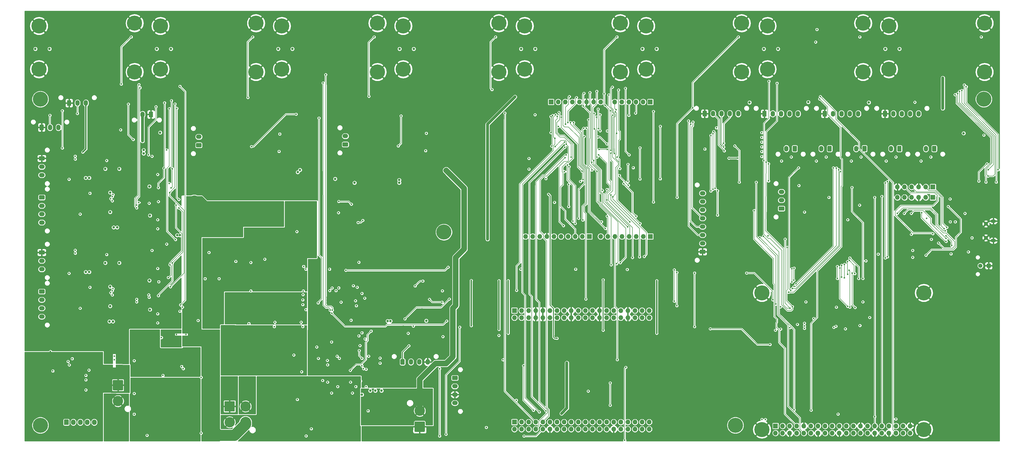
<source format=gbl>
G04 #@! TF.GenerationSoftware,KiCad,Pcbnew,(5.1.9)-1*
G04 #@! TF.CreationDate,2021-04-01T18:53:32-07:00*
G04 #@! TF.ProjectId,Ventilator,56656e74-696c-4617-946f-722e6b696361,A*
G04 #@! TF.SameCoordinates,Original*
G04 #@! TF.FileFunction,Copper,L4,Bot*
G04 #@! TF.FilePolarity,Positive*
%FSLAX46Y46*%
G04 Gerber Fmt 4.6, Leading zero omitted, Abs format (unit mm)*
G04 Created by KiCad (PCBNEW (5.1.9)-1) date 2021-04-01 18:53:32*
%MOMM*%
%LPD*%
G01*
G04 APERTURE LIST*
G04 #@! TA.AperFunction,ComponentPad*
%ADD10C,5.400000*%
G04 #@! TD*
G04 #@! TA.AperFunction,ComponentPad*
%ADD11O,1.900000X1.200000*%
G04 #@! TD*
G04 #@! TA.AperFunction,ComponentPad*
%ADD12C,1.450000*%
G04 #@! TD*
G04 #@! TA.AperFunction,ComponentPad*
%ADD13C,0.500000*%
G04 #@! TD*
G04 #@! TA.AperFunction,SMDPad,CuDef*
%ADD14R,2.450000X2.450000*%
G04 #@! TD*
G04 #@! TA.AperFunction,SMDPad,CuDef*
%ADD15R,2.600000X2.600000*%
G04 #@! TD*
G04 #@! TA.AperFunction,ComponentPad*
%ADD16C,0.600000*%
G04 #@! TD*
G04 #@! TA.AperFunction,SMDPad,CuDef*
%ADD17R,6.300000X9.500000*%
G04 #@! TD*
G04 #@! TA.AperFunction,ComponentPad*
%ADD18O,2.020000X1.500000*%
G04 #@! TD*
G04 #@! TA.AperFunction,ComponentPad*
%ADD19O,1.500000X2.020000*%
G04 #@! TD*
G04 #@! TA.AperFunction,ComponentPad*
%ADD20C,1.500000*%
G04 #@! TD*
G04 #@! TA.AperFunction,ComponentPad*
%ADD21C,3.700000*%
G04 #@! TD*
G04 #@! TA.AperFunction,ComponentPad*
%ADD22C,0.800000*%
G04 #@! TD*
G04 #@! TA.AperFunction,ComponentPad*
%ADD23R,1.700000X1.700000*%
G04 #@! TD*
G04 #@! TA.AperFunction,ComponentPad*
%ADD24O,1.700000X1.700000*%
G04 #@! TD*
G04 #@! TA.AperFunction,ComponentPad*
%ADD25O,1.700000X1.950000*%
G04 #@! TD*
G04 #@! TA.AperFunction,ViaPad*
%ADD26C,0.600000*%
G04 #@! TD*
G04 #@! TA.AperFunction,ViaPad*
%ADD27C,0.900000*%
G04 #@! TD*
G04 #@! TA.AperFunction,Conductor*
%ADD28C,0.350000*%
G04 #@! TD*
G04 #@! TA.AperFunction,Conductor*
%ADD29C,1.000000*%
G04 #@! TD*
G04 #@! TA.AperFunction,Conductor*
%ADD30C,0.500000*%
G04 #@! TD*
G04 #@! TA.AperFunction,Conductor*
%ADD31C,0.180000*%
G04 #@! TD*
G04 #@! TA.AperFunction,Conductor*
%ADD32C,0.200000*%
G04 #@! TD*
G04 #@! TA.AperFunction,Conductor*
%ADD33C,4.000000*%
G04 #@! TD*
G04 #@! TA.AperFunction,Conductor*
%ADD34C,2.000000*%
G04 #@! TD*
G04 #@! TA.AperFunction,Conductor*
%ADD35C,0.254000*%
G04 #@! TD*
G04 #@! TA.AperFunction,Conductor*
%ADD36C,0.100000*%
G04 #@! TD*
G04 APERTURE END LIST*
D10*
X364000000Y-52000000D03*
X26000000Y-52000000D03*
X275000000Y-169000000D03*
X26000000Y-169000000D03*
X170561000Y-99695000D03*
D11*
X367437500Y-95750000D03*
X367437500Y-102750000D03*
D12*
X364737500Y-96750000D03*
X364737500Y-101750000D03*
D13*
X138075000Y-145975000D03*
X137100000Y-145975000D03*
X136125000Y-145975000D03*
X138075000Y-145000000D03*
X137100000Y-145000000D03*
X136125000Y-145000000D03*
X138075000Y-144025000D03*
X137100000Y-144025000D03*
X136125000Y-144025000D03*
D14*
X137100000Y-145000000D03*
D13*
X128750000Y-123050000D03*
X129800000Y-123050000D03*
X130850000Y-123050000D03*
X128750000Y-124100000D03*
X129800000Y-124100000D03*
X130850000Y-124100000D03*
X128750000Y-125150000D03*
X129800000Y-125150000D03*
X130850000Y-125150000D03*
D15*
X129800000Y-124100000D03*
D16*
X57750000Y-125500000D03*
X56250000Y-125500000D03*
X54750000Y-125500000D03*
X58500000Y-124000000D03*
X57000000Y-124000000D03*
X54000000Y-124000000D03*
X55500000Y-124000000D03*
X57750000Y-119500000D03*
X56250000Y-119500000D03*
X54750000Y-119500000D03*
X58500000Y-121000000D03*
X57000000Y-121000000D03*
X55500000Y-121000000D03*
X54000000Y-121000000D03*
X57750000Y-122500000D03*
X54750000Y-122500000D03*
D17*
X56250000Y-122500000D03*
D16*
X56250000Y-122500000D03*
X57750000Y-91750000D03*
X56250000Y-91750000D03*
X54750000Y-91750000D03*
X58500000Y-90250000D03*
X57000000Y-90250000D03*
X54000000Y-90250000D03*
X55500000Y-90250000D03*
X57750000Y-85750000D03*
X56250000Y-85750000D03*
X54750000Y-85750000D03*
X58500000Y-87250000D03*
X57000000Y-87250000D03*
X55500000Y-87250000D03*
X54000000Y-87250000D03*
X57750000Y-88750000D03*
X54750000Y-88750000D03*
D17*
X56250000Y-88750000D03*
D16*
X56250000Y-88750000D03*
D18*
X263250000Y-85750000D03*
X263250000Y-88750000D03*
X263250000Y-91750000D03*
X263250000Y-94750000D03*
X263250000Y-97750000D03*
X263250000Y-100750000D03*
X263250000Y-103750000D03*
G04 #@! TA.AperFunction,ComponentPad*
G36*
G01*
X264010000Y-107500000D02*
X262490000Y-107500000D01*
G75*
G02*
X262240000Y-107250000I0J250000D01*
G01*
X262240000Y-106250000D01*
G75*
G02*
X262490000Y-106000000I250000J0D01*
G01*
X264010000Y-106000000D01*
G75*
G02*
X264260000Y-106250000I0J-250000D01*
G01*
X264260000Y-107250000D01*
G75*
G02*
X264010000Y-107500000I-250000J0D01*
G01*
G37*
G04 #@! TD.AperFunction*
G04 #@! TA.AperFunction,ComponentPad*
G36*
G01*
X327850000Y-58010000D02*
X327850000Y-56490000D01*
G75*
G02*
X328100000Y-56240000I250000J0D01*
G01*
X329100000Y-56240000D01*
G75*
G02*
X329350000Y-56490000I0J-250000D01*
G01*
X329350000Y-58010000D01*
G75*
G02*
X329100000Y-58260000I-250000J0D01*
G01*
X328100000Y-58260000D01*
G75*
G02*
X327850000Y-58010000I0J250000D01*
G01*
G37*
G04 #@! TD.AperFunction*
D19*
X331600000Y-57250000D03*
X334600000Y-57250000D03*
X337600000Y-57250000D03*
X340600000Y-57250000D03*
G04 #@! TA.AperFunction,ComponentPad*
G36*
G01*
X306250000Y-58010000D02*
X306250000Y-56490000D01*
G75*
G02*
X306500000Y-56240000I250000J0D01*
G01*
X307500000Y-56240000D01*
G75*
G02*
X307750000Y-56490000I0J-250000D01*
G01*
X307750000Y-58010000D01*
G75*
G02*
X307500000Y-58260000I-250000J0D01*
G01*
X306500000Y-58260000D01*
G75*
G02*
X306250000Y-58010000I0J250000D01*
G01*
G37*
G04 #@! TD.AperFunction*
X310000000Y-57250000D03*
X313000000Y-57250000D03*
X316000000Y-57250000D03*
X319000000Y-57250000D03*
G04 #@! TA.AperFunction,ComponentPad*
G36*
G01*
X284650000Y-58010000D02*
X284650000Y-56490000D01*
G75*
G02*
X284900000Y-56240000I250000J0D01*
G01*
X285900000Y-56240000D01*
G75*
G02*
X286150000Y-56490000I0J-250000D01*
G01*
X286150000Y-58010000D01*
G75*
G02*
X285900000Y-58260000I-250000J0D01*
G01*
X284900000Y-58260000D01*
G75*
G02*
X284650000Y-58010000I0J250000D01*
G01*
G37*
G04 #@! TD.AperFunction*
X288400000Y-57250000D03*
X291400000Y-57250000D03*
X294400000Y-57250000D03*
X297400000Y-57250000D03*
G04 #@! TA.AperFunction,ComponentPad*
G36*
G01*
X263250000Y-57960000D02*
X263250000Y-56440000D01*
G75*
G02*
X263500000Y-56190000I250000J0D01*
G01*
X264500000Y-56190000D01*
G75*
G02*
X264750000Y-56440000I0J-250000D01*
G01*
X264750000Y-57960000D01*
G75*
G02*
X264500000Y-58210000I-250000J0D01*
G01*
X263500000Y-58210000D01*
G75*
G02*
X263250000Y-57960000I0J250000D01*
G01*
G37*
G04 #@! TD.AperFunction*
X267000000Y-57200000D03*
X270000000Y-57200000D03*
X273000000Y-57200000D03*
X276000000Y-57200000D03*
G04 #@! TA.AperFunction,ComponentPad*
G36*
G01*
X173740000Y-151250000D02*
X175260000Y-151250000D01*
G75*
G02*
X175510000Y-151500000I0J-250000D01*
G01*
X175510000Y-152500000D01*
G75*
G02*
X175260000Y-152750000I-250000J0D01*
G01*
X173740000Y-152750000D01*
G75*
G02*
X173490000Y-152500000I0J250000D01*
G01*
X173490000Y-151500000D01*
G75*
G02*
X173740000Y-151250000I250000J0D01*
G01*
G37*
G04 #@! TD.AperFunction*
D18*
X174500000Y-155000000D03*
X174500000Y-158000000D03*
X174500000Y-161000000D03*
G04 #@! TA.AperFunction,ComponentPad*
G36*
G01*
X25740000Y-120250000D02*
X27260000Y-120250000D01*
G75*
G02*
X27510000Y-120500000I0J-250000D01*
G01*
X27510000Y-121500000D01*
G75*
G02*
X27260000Y-121750000I-250000J0D01*
G01*
X25740000Y-121750000D01*
G75*
G02*
X25490000Y-121500000I0J250000D01*
G01*
X25490000Y-120500000D01*
G75*
G02*
X25740000Y-120250000I250000J0D01*
G01*
G37*
G04 #@! TD.AperFunction*
X26500000Y-124000000D03*
X26500000Y-127000000D03*
X26500000Y-130000000D03*
G04 #@! TA.AperFunction,ComponentPad*
G36*
G01*
X155000000Y-147010000D02*
X155000000Y-145490000D01*
G75*
G02*
X155250000Y-145240000I250000J0D01*
G01*
X156250000Y-145240000D01*
G75*
G02*
X156500000Y-145490000I0J-250000D01*
G01*
X156500000Y-147010000D01*
G75*
G02*
X156250000Y-147260000I-250000J0D01*
G01*
X155250000Y-147260000D01*
G75*
G02*
X155000000Y-147010000I0J250000D01*
G01*
G37*
G04 #@! TD.AperFunction*
D19*
X158750000Y-146250000D03*
X161750000Y-146250000D03*
X164750000Y-146250000D03*
G04 #@! TA.AperFunction,ComponentPad*
G36*
G01*
X25740000Y-86500000D02*
X27260000Y-86500000D01*
G75*
G02*
X27510000Y-86750000I0J-250000D01*
G01*
X27510000Y-87750000D01*
G75*
G02*
X27260000Y-88000000I-250000J0D01*
G01*
X25740000Y-88000000D01*
G75*
G02*
X25490000Y-87750000I0J250000D01*
G01*
X25490000Y-86750000D01*
G75*
G02*
X25740000Y-86500000I250000J0D01*
G01*
G37*
G04 #@! TD.AperFunction*
D18*
X26500000Y-90250000D03*
X26500000Y-93250000D03*
X26500000Y-96250000D03*
G04 #@! TA.AperFunction,ComponentPad*
G36*
G01*
X25700001Y-62905001D02*
X25700001Y-61385001D01*
G75*
G02*
X25950001Y-61135001I250000J0D01*
G01*
X26950001Y-61135001D01*
G75*
G02*
X27200001Y-61385001I0J-250000D01*
G01*
X27200001Y-62905001D01*
G75*
G02*
X26950001Y-63155001I-250000J0D01*
G01*
X25950001Y-63155001D01*
G75*
G02*
X25700001Y-62905001I0J250000D01*
G01*
G37*
G04 #@! TD.AperFunction*
D19*
X29450001Y-62145001D03*
X32450001Y-62145001D03*
G04 #@! TA.AperFunction,ComponentPad*
G36*
G01*
X35550000Y-54160000D02*
X35550000Y-52640000D01*
G75*
G02*
X35800000Y-52390000I250000J0D01*
G01*
X36800000Y-52390000D01*
G75*
G02*
X37050000Y-52640000I0J-250000D01*
G01*
X37050000Y-54160000D01*
G75*
G02*
X36800000Y-54410000I-250000J0D01*
G01*
X35800000Y-54410000D01*
G75*
G02*
X35550000Y-54160000I0J250000D01*
G01*
G37*
G04 #@! TD.AperFunction*
X39300000Y-53400000D03*
X42300000Y-53400000D03*
G04 #@! TA.AperFunction,ComponentPad*
G36*
G01*
X292260000Y-92000000D02*
X290740000Y-92000000D01*
G75*
G02*
X290490000Y-91750000I0J250000D01*
G01*
X290490000Y-90750000D01*
G75*
G02*
X290740000Y-90500000I250000J0D01*
G01*
X292260000Y-90500000D01*
G75*
G02*
X292510000Y-90750000I0J-250000D01*
G01*
X292510000Y-91750000D01*
G75*
G02*
X292260000Y-92000000I-250000J0D01*
G01*
G37*
G04 #@! TD.AperFunction*
D18*
X291500000Y-88250000D03*
X291500000Y-85250000D03*
G04 #@! TA.AperFunction,ComponentPad*
G36*
G01*
X25740000Y-106250000D02*
X27260000Y-106250000D01*
G75*
G02*
X27510000Y-106500000I0J-250000D01*
G01*
X27510000Y-107500000D01*
G75*
G02*
X27260000Y-107750000I-250000J0D01*
G01*
X25740000Y-107750000D01*
G75*
G02*
X25490000Y-107500000I0J250000D01*
G01*
X25490000Y-106500000D01*
G75*
G02*
X25740000Y-106250000I250000J0D01*
G01*
G37*
G04 #@! TD.AperFunction*
X26500000Y-110000000D03*
X26500000Y-113000000D03*
G04 #@! TA.AperFunction,ComponentPad*
G36*
G01*
X25740000Y-72500000D02*
X27260000Y-72500000D01*
G75*
G02*
X27510000Y-72750000I0J-250000D01*
G01*
X27510000Y-73750000D01*
G75*
G02*
X27260000Y-74000000I-250000J0D01*
G01*
X25740000Y-74000000D01*
G75*
G02*
X25490000Y-73750000I0J250000D01*
G01*
X25490000Y-72750000D01*
G75*
G02*
X25740000Y-72500000I250000J0D01*
G01*
G37*
G04 #@! TD.AperFunction*
X26500000Y-76250000D03*
X26500000Y-79250000D03*
D19*
X62600000Y-57500000D03*
G04 #@! TA.AperFunction,ComponentPad*
G36*
G01*
X66350000Y-56740000D02*
X66350000Y-58260000D01*
G75*
G02*
X66100000Y-58510000I-250000J0D01*
G01*
X65100000Y-58510000D01*
G75*
G02*
X64850000Y-58260000I0J250000D01*
G01*
X64850000Y-56740000D01*
G75*
G02*
X65100000Y-56490000I250000J0D01*
G01*
X66100000Y-56490000D01*
G75*
G02*
X66350000Y-56740000I0J-250000D01*
G01*
G37*
G04 #@! TD.AperFunction*
G04 #@! TA.AperFunction,ComponentPad*
G36*
G01*
X136010000Y-69000000D02*
X134490000Y-69000000D01*
G75*
G02*
X134240000Y-68750000I0J250000D01*
G01*
X134240000Y-67750000D01*
G75*
G02*
X134490000Y-67500000I250000J0D01*
G01*
X136010000Y-67500000D01*
G75*
G02*
X136260000Y-67750000I0J-250000D01*
G01*
X136260000Y-68750000D01*
G75*
G02*
X136010000Y-69000000I-250000J0D01*
G01*
G37*
G04 #@! TD.AperFunction*
D18*
X135250000Y-65250000D03*
G04 #@! TA.AperFunction,ComponentPad*
G36*
G01*
X83510000Y-69250000D02*
X81990000Y-69250000D01*
G75*
G02*
X81740000Y-69000000I0J250000D01*
G01*
X81740000Y-68000000D01*
G75*
G02*
X81990000Y-67750000I250000J0D01*
G01*
X83510000Y-67750000D01*
G75*
G02*
X83760000Y-68000000I0J-250000D01*
G01*
X83760000Y-69000000D01*
G75*
G02*
X83510000Y-69250000I-250000J0D01*
G01*
G37*
G04 #@! TD.AperFunction*
X82750000Y-65500000D03*
G04 #@! TA.AperFunction,ComponentPad*
G36*
G01*
X347000000Y-68990000D02*
X347000000Y-70510000D01*
G75*
G02*
X346750000Y-70760000I-250000J0D01*
G01*
X345750000Y-70760000D01*
G75*
G02*
X345500000Y-70510000I0J250000D01*
G01*
X345500000Y-68990000D01*
G75*
G02*
X345750000Y-68740000I250000J0D01*
G01*
X346750000Y-68740000D01*
G75*
G02*
X347000000Y-68990000I0J-250000D01*
G01*
G37*
G04 #@! TD.AperFunction*
D19*
X343250000Y-69750000D03*
G04 #@! TA.AperFunction,ComponentPad*
G36*
G01*
X297000000Y-68990000D02*
X297000000Y-70510000D01*
G75*
G02*
X296750000Y-70760000I-250000J0D01*
G01*
X295750000Y-70760000D01*
G75*
G02*
X295500000Y-70510000I0J250000D01*
G01*
X295500000Y-68990000D01*
G75*
G02*
X295750000Y-68740000I250000J0D01*
G01*
X296750000Y-68740000D01*
G75*
G02*
X297000000Y-68990000I0J-250000D01*
G01*
G37*
G04 #@! TD.AperFunction*
X293250000Y-69750000D03*
G04 #@! TA.AperFunction,ComponentPad*
G36*
G01*
X334500000Y-68990000D02*
X334500000Y-70510000D01*
G75*
G02*
X334250000Y-70760000I-250000J0D01*
G01*
X333250000Y-70760000D01*
G75*
G02*
X333000000Y-70510000I0J250000D01*
G01*
X333000000Y-68990000D01*
G75*
G02*
X333250000Y-68740000I250000J0D01*
G01*
X334250000Y-68740000D01*
G75*
G02*
X334500000Y-68990000I0J-250000D01*
G01*
G37*
G04 #@! TD.AperFunction*
X330750000Y-69750000D03*
G04 #@! TA.AperFunction,ComponentPad*
G36*
G01*
X322000000Y-68990000D02*
X322000000Y-70510000D01*
G75*
G02*
X321750000Y-70760000I-250000J0D01*
G01*
X320750000Y-70760000D01*
G75*
G02*
X320500000Y-70510000I0J250000D01*
G01*
X320500000Y-68990000D01*
G75*
G02*
X320750000Y-68740000I250000J0D01*
G01*
X321750000Y-68740000D01*
G75*
G02*
X322000000Y-68990000I0J-250000D01*
G01*
G37*
G04 #@! TD.AperFunction*
X318250000Y-69750000D03*
G04 #@! TA.AperFunction,ComponentPad*
G36*
G01*
X309500000Y-68990000D02*
X309500000Y-70510000D01*
G75*
G02*
X309250000Y-70760000I-250000J0D01*
G01*
X308250000Y-70760000D01*
G75*
G02*
X308000000Y-70510000I0J250000D01*
G01*
X308000000Y-68990000D01*
G75*
G02*
X308250000Y-68740000I250000J0D01*
G01*
X309250000Y-68740000D01*
G75*
G02*
X309500000Y-68990000I0J-250000D01*
G01*
G37*
G04 #@! TD.AperFunction*
X305750000Y-69750000D03*
D20*
X362760000Y-111760000D03*
G04 #@! TA.AperFunction,ComponentPad*
G36*
G01*
X365260000Y-111010000D02*
X366260000Y-111010000D01*
G75*
G02*
X366510000Y-111260000I0J-250000D01*
G01*
X366510000Y-112260000D01*
G75*
G02*
X366260000Y-112510000I-250000J0D01*
G01*
X365260000Y-112510000D01*
G75*
G02*
X365010000Y-112260000I0J250000D01*
G01*
X365010000Y-111260000D01*
G75*
G02*
X365260000Y-111010000I250000J0D01*
G01*
G37*
G04 #@! TD.AperFunction*
D21*
X99500000Y-167900000D03*
X93800000Y-167900000D03*
X99500000Y-162200000D03*
G04 #@! TA.AperFunction,ComponentPad*
G36*
G01*
X91950000Y-163800000D02*
X91950000Y-160600000D01*
G75*
G02*
X92200000Y-160350000I250000J0D01*
G01*
X95400000Y-160350000D01*
G75*
G02*
X95650000Y-160600000I0J-250000D01*
G01*
X95650000Y-163800000D01*
G75*
G02*
X95400000Y-164050000I-250000J0D01*
G01*
X92200000Y-164050000D01*
G75*
G02*
X91950000Y-163800000I0J250000D01*
G01*
G37*
G04 #@! TD.AperFunction*
X161900000Y-163800000D03*
G04 #@! TA.AperFunction,ComponentPad*
G36*
G01*
X163750000Y-167900000D02*
X163750000Y-171100000D01*
G75*
G02*
X163500000Y-171350000I-250000J0D01*
G01*
X160300000Y-171350000D01*
G75*
G02*
X160050000Y-171100000I0J250000D01*
G01*
X160050000Y-167900000D01*
G75*
G02*
X160300000Y-167650000I250000J0D01*
G01*
X163500000Y-167650000D01*
G75*
G02*
X163750000Y-167900000I0J-250000D01*
G01*
G37*
G04 #@! TD.AperFunction*
X53800000Y-160300000D03*
G04 #@! TA.AperFunction,ComponentPad*
G36*
G01*
X51950000Y-156200000D02*
X51950000Y-153000000D01*
G75*
G02*
X52200000Y-152750000I250000J0D01*
G01*
X55400000Y-152750000D01*
G75*
G02*
X55650000Y-153000000I0J-250000D01*
G01*
X55650000Y-156200000D01*
G75*
G02*
X55400000Y-156450000I-250000J0D01*
G01*
X52200000Y-156450000D01*
G75*
G02*
X51950000Y-156200000I0J250000D01*
G01*
G37*
G04 #@! TD.AperFunction*
D22*
X144725000Y-42250000D03*
D10*
X146750000Y-42250000D03*
D22*
X145318109Y-40818109D03*
X145318109Y-43681891D03*
X146750000Y-40225000D03*
X148181891Y-43681891D03*
X146750000Y-44275000D03*
X148181891Y-40818109D03*
X148775000Y-42250000D03*
X145318109Y-26181891D03*
X145318109Y-23318109D03*
X146750000Y-26775000D03*
X146750000Y-22725000D03*
X144725000Y-24750000D03*
D10*
X146750000Y-24750000D03*
D22*
X148775000Y-24750000D03*
X148181891Y-26181891D03*
X148181891Y-23318109D03*
X110475000Y-41250000D03*
X111068109Y-42681891D03*
X112500000Y-39225000D03*
X111068109Y-39818109D03*
X112500000Y-43275000D03*
X113931891Y-39818109D03*
X113931891Y-42681891D03*
D10*
X112500000Y-41250000D03*
D22*
X114525000Y-41250000D03*
X114525000Y-25750000D03*
X112500000Y-23725000D03*
D10*
X112500000Y-25750000D03*
D22*
X113931891Y-24318109D03*
X111068109Y-24318109D03*
X112500000Y-27775000D03*
X110475000Y-25750000D03*
X113931891Y-27181891D03*
X111068109Y-27181891D03*
X57725000Y-42250000D03*
D10*
X59750000Y-42250000D03*
D22*
X58318109Y-40818109D03*
X58318109Y-43681891D03*
X59750000Y-40225000D03*
X61181891Y-43681891D03*
X59750000Y-44275000D03*
X61181891Y-40818109D03*
X61775000Y-42250000D03*
X58318109Y-26181891D03*
X58318109Y-23318109D03*
X59750000Y-26775000D03*
X59750000Y-22725000D03*
X57725000Y-24750000D03*
D10*
X59750000Y-24750000D03*
D22*
X61775000Y-24750000D03*
X61181891Y-26181891D03*
X61181891Y-23318109D03*
X23475000Y-41250000D03*
X24068109Y-42681891D03*
X25500000Y-39225000D03*
X24068109Y-39818109D03*
X25500000Y-43275000D03*
X26931891Y-39818109D03*
X26931891Y-42681891D03*
D10*
X25500000Y-41250000D03*
D22*
X27525000Y-41250000D03*
X27525000Y-25750000D03*
X25500000Y-23725000D03*
D10*
X25500000Y-25750000D03*
D22*
X26931891Y-24318109D03*
X24068109Y-24318109D03*
X25500000Y-27775000D03*
X23475000Y-25750000D03*
X26931891Y-27181891D03*
X24068109Y-27181891D03*
X101225000Y-42250000D03*
D10*
X103250000Y-42250000D03*
D22*
X101818109Y-40818109D03*
X101818109Y-43681891D03*
X103250000Y-40225000D03*
X104681891Y-43681891D03*
X103250000Y-44275000D03*
X104681891Y-40818109D03*
X105275000Y-42250000D03*
X101818109Y-26181891D03*
X101818109Y-23318109D03*
X103250000Y-26775000D03*
X103250000Y-22725000D03*
X101225000Y-24750000D03*
D10*
X103250000Y-24750000D03*
D22*
X105275000Y-24750000D03*
X104681891Y-26181891D03*
X104681891Y-23318109D03*
X66975000Y-41250000D03*
X67568109Y-42681891D03*
X69000000Y-39225000D03*
X67568109Y-39818109D03*
X69000000Y-43275000D03*
X70431891Y-39818109D03*
X70431891Y-42681891D03*
D10*
X69000000Y-41250000D03*
D22*
X71025000Y-41250000D03*
X71025000Y-25750000D03*
X69000000Y-23725000D03*
D10*
X69000000Y-25750000D03*
D22*
X70431891Y-24318109D03*
X67568109Y-24318109D03*
X69000000Y-27775000D03*
X66975000Y-25750000D03*
X70431891Y-27181891D03*
X67568109Y-27181891D03*
X188225000Y-42250000D03*
D10*
X190250000Y-42250000D03*
D22*
X188818109Y-40818109D03*
X188818109Y-43681891D03*
X190250000Y-40225000D03*
X191681891Y-43681891D03*
X190250000Y-44275000D03*
X191681891Y-40818109D03*
X192275000Y-42250000D03*
X188818109Y-26181891D03*
X188818109Y-23318109D03*
X190250000Y-26775000D03*
X190250000Y-22725000D03*
X188225000Y-24750000D03*
D10*
X190250000Y-24750000D03*
D22*
X192275000Y-24750000D03*
X191681891Y-26181891D03*
X191681891Y-23318109D03*
X153975000Y-41250000D03*
X154568109Y-42681891D03*
X156000000Y-39225000D03*
X154568109Y-39818109D03*
X156000000Y-43275000D03*
X157431891Y-39818109D03*
X157431891Y-42681891D03*
D10*
X156000000Y-41250000D03*
D22*
X158025000Y-41250000D03*
X158025000Y-25750000D03*
X156000000Y-23725000D03*
D10*
X156000000Y-25750000D03*
D22*
X157431891Y-24318109D03*
X154568109Y-24318109D03*
X156000000Y-27775000D03*
X153975000Y-25750000D03*
X157431891Y-27181891D03*
X154568109Y-27181891D03*
X231725000Y-42250000D03*
D10*
X233750000Y-42250000D03*
D22*
X232318109Y-40818109D03*
X232318109Y-43681891D03*
X233750000Y-40225000D03*
X235181891Y-43681891D03*
X233750000Y-44275000D03*
X235181891Y-40818109D03*
X235775000Y-42250000D03*
X232318109Y-26181891D03*
X232318109Y-23318109D03*
X233750000Y-26775000D03*
X233750000Y-22725000D03*
X231725000Y-24750000D03*
D10*
X233750000Y-24750000D03*
D22*
X235775000Y-24750000D03*
X235181891Y-26181891D03*
X235181891Y-23318109D03*
X197475000Y-41250000D03*
X198068109Y-42681891D03*
X199500000Y-39225000D03*
X198068109Y-39818109D03*
X199500000Y-43275000D03*
X200931891Y-39818109D03*
X200931891Y-42681891D03*
D10*
X199500000Y-41250000D03*
D22*
X201525000Y-41250000D03*
X201525000Y-25750000D03*
X199500000Y-23725000D03*
D10*
X199500000Y-25750000D03*
D22*
X200931891Y-24318109D03*
X198068109Y-24318109D03*
X199500000Y-27775000D03*
X197475000Y-25750000D03*
X200931891Y-27181891D03*
X198068109Y-27181891D03*
X275225000Y-42250000D03*
D10*
X277250000Y-42250000D03*
D22*
X275818109Y-40818109D03*
X275818109Y-43681891D03*
X277250000Y-40225000D03*
X278681891Y-43681891D03*
X277250000Y-44275000D03*
X278681891Y-40818109D03*
X279275000Y-42250000D03*
X275818109Y-26181891D03*
X275818109Y-23318109D03*
X277250000Y-26775000D03*
X277250000Y-22725000D03*
X275225000Y-24750000D03*
D10*
X277250000Y-24750000D03*
D22*
X279275000Y-24750000D03*
X278681891Y-26181891D03*
X278681891Y-23318109D03*
X240975000Y-41250000D03*
X241568109Y-42681891D03*
X243000000Y-39225000D03*
X241568109Y-39818109D03*
X243000000Y-43275000D03*
X244431891Y-39818109D03*
X244431891Y-42681891D03*
D10*
X243000000Y-41250000D03*
D22*
X245025000Y-41250000D03*
X245025000Y-25750000D03*
X243000000Y-23725000D03*
D10*
X243000000Y-25750000D03*
D22*
X244431891Y-24318109D03*
X241568109Y-24318109D03*
X243000000Y-27775000D03*
X240975000Y-25750000D03*
X244431891Y-27181891D03*
X241568109Y-27181891D03*
X318725000Y-42250000D03*
D10*
X320750000Y-42250000D03*
D22*
X319318109Y-40818109D03*
X319318109Y-43681891D03*
X320750000Y-40225000D03*
X322181891Y-43681891D03*
X320750000Y-44275000D03*
X322181891Y-40818109D03*
X322775000Y-42250000D03*
X319318109Y-26181891D03*
X319318109Y-23318109D03*
X320750000Y-26775000D03*
X320750000Y-22725000D03*
X318725000Y-24750000D03*
D10*
X320750000Y-24750000D03*
D22*
X322775000Y-24750000D03*
X322181891Y-26181891D03*
X322181891Y-23318109D03*
X284475000Y-41250000D03*
X285068109Y-42681891D03*
X286500000Y-39225000D03*
X285068109Y-39818109D03*
X286500000Y-43275000D03*
X287931891Y-39818109D03*
X287931891Y-42681891D03*
D10*
X286500000Y-41250000D03*
D22*
X288525000Y-41250000D03*
X288525000Y-25750000D03*
X286500000Y-23725000D03*
D10*
X286500000Y-25750000D03*
D22*
X287931891Y-24318109D03*
X285068109Y-24318109D03*
X286500000Y-27775000D03*
X284475000Y-25750000D03*
X287931891Y-27181891D03*
X285068109Y-27181891D03*
X362225000Y-42250000D03*
D10*
X364250000Y-42250000D03*
D22*
X362818109Y-40818109D03*
X362818109Y-43681891D03*
X364250000Y-40225000D03*
X365681891Y-43681891D03*
X364250000Y-44275000D03*
X365681891Y-40818109D03*
X366275000Y-42250000D03*
X362818109Y-26181891D03*
X362818109Y-23318109D03*
X364250000Y-26775000D03*
X364250000Y-22725000D03*
X362225000Y-24750000D03*
D10*
X364250000Y-24750000D03*
D22*
X366275000Y-24750000D03*
X365681891Y-26181891D03*
X365681891Y-23318109D03*
X327975000Y-41250000D03*
X328568109Y-42681891D03*
X330000000Y-39225000D03*
X328568109Y-39818109D03*
X330000000Y-43275000D03*
X331431891Y-39818109D03*
X331431891Y-42681891D03*
D10*
X330000000Y-41250000D03*
D22*
X332025000Y-41250000D03*
X332025000Y-25750000D03*
X330000000Y-23725000D03*
D10*
X330000000Y-25750000D03*
D22*
X331431891Y-24318109D03*
X328568109Y-24318109D03*
X330000000Y-27775000D03*
X327975000Y-25750000D03*
X331431891Y-27181891D03*
X328568109Y-27181891D03*
D23*
X289370000Y-169230000D03*
D24*
X289370000Y-171770000D03*
X291910000Y-169230000D03*
X291910000Y-171770000D03*
X294450000Y-169230000D03*
X294450000Y-171770000D03*
X296990000Y-169230000D03*
X296990000Y-171770000D03*
X299530000Y-169230000D03*
X299530000Y-171770000D03*
X302070000Y-169230000D03*
X302070000Y-171770000D03*
X304610000Y-169230000D03*
X304610000Y-171770000D03*
X307150000Y-169230000D03*
X307150000Y-171770000D03*
X309690000Y-169230000D03*
X309690000Y-171770000D03*
X312230000Y-169230000D03*
X312230000Y-171770000D03*
X314770000Y-169230000D03*
X314770000Y-171770000D03*
X317310000Y-169230000D03*
X317310000Y-171770000D03*
X319850000Y-169230000D03*
X319850000Y-171770000D03*
X322390000Y-169230000D03*
X322390000Y-171770000D03*
X324930000Y-169230000D03*
X324930000Y-171770000D03*
X327470000Y-169230000D03*
X327470000Y-171770000D03*
X330010000Y-169230000D03*
X330010000Y-171770000D03*
X332550000Y-169230000D03*
X332550000Y-171770000D03*
X335090000Y-169230000D03*
X335090000Y-171770000D03*
X337630000Y-169230000D03*
X337630000Y-171770000D03*
D22*
X283068109Y-171931891D03*
X285931891Y-169068109D03*
X282475000Y-170500000D03*
X284500000Y-168475000D03*
D10*
X284500000Y-170500000D03*
D22*
X284500000Y-172525000D03*
X285931891Y-171931891D03*
X286525000Y-170500000D03*
X283068109Y-169068109D03*
X284500000Y-123525000D03*
X283068109Y-120068109D03*
X282475000Y-121500000D03*
X285931891Y-122931891D03*
X285931891Y-120068109D03*
X283068109Y-122931891D03*
D10*
X284500000Y-121500000D03*
D22*
X286525000Y-121500000D03*
X284500000Y-119475000D03*
D10*
X342500000Y-121500000D03*
D22*
X341068109Y-120068109D03*
X342500000Y-123525000D03*
X341068109Y-122931891D03*
X344525000Y-121500000D03*
X343931891Y-120068109D03*
X343931891Y-122931891D03*
X342500000Y-119475000D03*
X340475000Y-121500000D03*
D10*
X342500000Y-170500000D03*
D22*
X341068109Y-169068109D03*
X342500000Y-172525000D03*
X341068109Y-171931891D03*
X344525000Y-170500000D03*
X343931891Y-169068109D03*
X343931891Y-171931891D03*
X342500000Y-168475000D03*
X340475000Y-170500000D03*
D24*
X226740000Y-53000000D03*
X224200000Y-53000000D03*
X221660000Y-53000000D03*
X219120000Y-53000000D03*
X216580000Y-53000000D03*
X214040000Y-53000000D03*
X211500000Y-53000000D03*
D23*
X208960000Y-53000000D03*
X244500000Y-53000000D03*
D24*
X241960000Y-53000000D03*
X239420000Y-53000000D03*
X236880000Y-53000000D03*
X234340000Y-53000000D03*
X231800000Y-53000000D03*
D23*
X222671000Y-101259000D03*
D24*
X220131000Y-101259000D03*
X217591000Y-101259000D03*
X215051000Y-101259000D03*
X212511000Y-101259000D03*
X209971000Y-101259000D03*
X207431000Y-101259000D03*
X204891000Y-101259000D03*
X202351000Y-101259000D03*
X199811000Y-101259000D03*
D23*
X244515000Y-101259000D03*
D24*
X241975000Y-101259000D03*
X239435000Y-101259000D03*
X236895000Y-101259000D03*
X234355000Y-101259000D03*
X231815000Y-101259000D03*
X229275000Y-101259000D03*
X226735000Y-101259000D03*
X244094000Y-130378000D03*
X244094000Y-127838000D03*
X241554000Y-130378000D03*
X241554000Y-127838000D03*
X239014000Y-130378000D03*
X239014000Y-127838000D03*
X236474000Y-130378000D03*
X236474000Y-127838000D03*
X233934000Y-130378000D03*
X233934000Y-127838000D03*
X231394000Y-130378000D03*
X231394000Y-127838000D03*
X228854000Y-130378000D03*
X228854000Y-127838000D03*
X226314000Y-130378000D03*
X226314000Y-127838000D03*
X223774000Y-130378000D03*
X223774000Y-127838000D03*
X221234000Y-130378000D03*
X221234000Y-127838000D03*
X218694000Y-130378000D03*
X218694000Y-127838000D03*
X216154000Y-130378000D03*
X216154000Y-127838000D03*
X213614000Y-130378000D03*
X213614000Y-127838000D03*
X211074000Y-130378000D03*
X211074000Y-127838000D03*
X208534000Y-130378000D03*
X208534000Y-127838000D03*
X205994000Y-130378000D03*
X205994000Y-127838000D03*
X203454000Y-130378000D03*
X203454000Y-127838000D03*
X200914000Y-130378000D03*
X200914000Y-127838000D03*
X198374000Y-130378000D03*
X198374000Y-127838000D03*
X195834000Y-130378000D03*
D23*
X195834000Y-127838000D03*
X195834000Y-167835000D03*
D24*
X195834000Y-170375000D03*
X198374000Y-167835000D03*
X198374000Y-170375000D03*
X200914000Y-167835000D03*
X200914000Y-170375000D03*
X203454000Y-167835000D03*
X203454000Y-170375000D03*
X205994000Y-167835000D03*
X205994000Y-170375000D03*
X208534000Y-167835000D03*
X208534000Y-170375000D03*
X211074000Y-167835000D03*
X211074000Y-170375000D03*
X213614000Y-167835000D03*
X213614000Y-170375000D03*
X216154000Y-167835000D03*
X216154000Y-170375000D03*
X218694000Y-167835000D03*
X218694000Y-170375000D03*
X221234000Y-167835000D03*
X221234000Y-170375000D03*
X223774000Y-167835000D03*
X223774000Y-170375000D03*
X226314000Y-167835000D03*
X226314000Y-170375000D03*
X228854000Y-167835000D03*
X228854000Y-170375000D03*
X231394000Y-167835000D03*
X231394000Y-170375000D03*
X233934000Y-167835000D03*
X233934000Y-170375000D03*
X236474000Y-167835000D03*
X236474000Y-170375000D03*
X239014000Y-167835000D03*
X239014000Y-170375000D03*
X241554000Y-167835000D03*
X241554000Y-170375000D03*
X244094000Y-167835000D03*
X244094000Y-170375000D03*
D25*
X45300000Y-167900000D03*
X42800000Y-167900000D03*
X40300000Y-167900000D03*
X37800000Y-167900000D03*
G04 #@! TA.AperFunction,ComponentPad*
G36*
G01*
X34450000Y-168625000D02*
X34450000Y-167175000D01*
G75*
G02*
X34700000Y-166925000I250000J0D01*
G01*
X35900000Y-166925000D01*
G75*
G02*
X36150000Y-167175000I0J-250000D01*
G01*
X36150000Y-168625000D01*
G75*
G02*
X35900000Y-168875000I-250000J0D01*
G01*
X34700000Y-168875000D01*
G75*
G02*
X34450000Y-168625000I0J250000D01*
G01*
G37*
G04 #@! TD.AperFunction*
D24*
X333050000Y-87250000D03*
X335590000Y-87250000D03*
X338130000Y-87250000D03*
X340670000Y-87250000D03*
X343210000Y-87250000D03*
D23*
X345750000Y-87250000D03*
X345750000Y-83500000D03*
D24*
X343210000Y-83500000D03*
X340670000Y-83500000D03*
X338130000Y-83500000D03*
X335590000Y-83500000D03*
X333050000Y-83500000D03*
D26*
X211074000Y-137795000D03*
X208026000Y-86106000D03*
X302895000Y-125984000D03*
X246888000Y-159639000D03*
X255524000Y-94615000D03*
X255524000Y-99568000D03*
X166243000Y-85090000D03*
X166243000Y-90043000D03*
X195707000Y-94742000D03*
X314750000Y-104000000D03*
X313750000Y-104000000D03*
X313750000Y-105500000D03*
X314750000Y-105500000D03*
X320250000Y-93250000D03*
X321250000Y-93250000D03*
X321250000Y-94750000D03*
X320250000Y-94750000D03*
X346500000Y-76500000D03*
X334000000Y-76500000D03*
X321500000Y-76500000D03*
X309000000Y-76500000D03*
D27*
X160650000Y-78150000D03*
D26*
X107750000Y-70500000D03*
X105750000Y-70500000D03*
X106750000Y-70500000D03*
X107750000Y-71250000D03*
X105750000Y-71250000D03*
X106750000Y-71250000D03*
X107750000Y-72250000D03*
X105750000Y-72250000D03*
X106750000Y-72250000D03*
X107750000Y-73000000D03*
X106750000Y-73000000D03*
X105750000Y-73000000D03*
X140550000Y-104500000D03*
X139300000Y-104500000D03*
X141800000Y-104500000D03*
X166250000Y-120000000D03*
X166250000Y-120750000D03*
X166250000Y-119250000D03*
X165500000Y-120000000D03*
X165500000Y-120750000D03*
X165500000Y-119250000D03*
X164750000Y-120000000D03*
X164750000Y-120750000D03*
X164750000Y-119250000D03*
X164000000Y-119250000D03*
X164000000Y-120000000D03*
X164000000Y-120750000D03*
X206000000Y-137000000D03*
X187250000Y-136750000D03*
X284495240Y-163205160D03*
X285772860Y-163192460D03*
X205359000Y-68707000D03*
X206375000Y-62992000D03*
X204089000Y-74549000D03*
X239903000Y-80010000D03*
X289306000Y-131191000D03*
X290322000Y-132588000D03*
X295600000Y-132800000D03*
X303022000Y-129794000D03*
X311023000Y-132461000D03*
X310896000Y-130556000D03*
X323469000Y-125730000D03*
X323088000Y-131826000D03*
X309245000Y-131318000D03*
X238633000Y-65913000D03*
X219456000Y-84709000D03*
X227965000Y-84201000D03*
X221361000Y-90678000D03*
X212852000Y-90043000D03*
X206502000Y-85979000D03*
X214503000Y-83947000D03*
X213741000Y-77000000D03*
X339090000Y-165608000D03*
D27*
X331230000Y-33020000D03*
X336310000Y-33020000D03*
X364730000Y-32230000D03*
X287730000Y-33020000D03*
X292810000Y-33020000D03*
X321230000Y-32230000D03*
X244230000Y-33020000D03*
X249310000Y-33020000D03*
X277730000Y-32230000D03*
X200730000Y-33020000D03*
X205810000Y-33020000D03*
X234230000Y-32230000D03*
X157230000Y-33020000D03*
X162310000Y-33020000D03*
X190730000Y-32230000D03*
X113730000Y-33020000D03*
X118810000Y-33020000D03*
X147230000Y-32230000D03*
X70230000Y-33020000D03*
X75310000Y-33020000D03*
X103730000Y-32230000D03*
X31810000Y-33020000D03*
X26730000Y-33020000D03*
D26*
X112250000Y-65500000D03*
D27*
X276750000Y-66000000D03*
D26*
X291500000Y-75306002D03*
X296500000Y-76500000D03*
X300750000Y-72750000D03*
X316500000Y-75306002D03*
X325750000Y-72750000D03*
X329000000Y-75306002D03*
X338250000Y-72750000D03*
X304000000Y-75306002D03*
X313250000Y-72750000D03*
X341500000Y-75306002D03*
X350750000Y-72750000D03*
X307500000Y-27500000D03*
X302850000Y-34650000D03*
D27*
X60230000Y-32230000D03*
X50725000Y-83225000D03*
D26*
X37250000Y-83500000D03*
X38462500Y-88962500D03*
X38462500Y-92962500D03*
X38500000Y-97000000D03*
X40250000Y-85000000D03*
D27*
X45250000Y-83750000D03*
X44750000Y-87000000D03*
X44750000Y-88500000D03*
X45000000Y-93750000D03*
X66950000Y-83300000D03*
X66950000Y-93700000D03*
X63250000Y-95250000D03*
D26*
X31500000Y-72500000D03*
X36000000Y-75250000D03*
D27*
X49250000Y-70500000D03*
X54250000Y-70500000D03*
D26*
X225425000Y-89535000D03*
X132300000Y-121700000D03*
X137350000Y-140950000D03*
X133800000Y-145400000D03*
D27*
X88000000Y-78500000D03*
X93250000Y-69750000D03*
D26*
X104750000Y-65750000D03*
D27*
X117000000Y-68000000D03*
D26*
X187500000Y-160250000D03*
X194750000Y-151750000D03*
X188750000Y-145500000D03*
X189000000Y-141750000D03*
X194000000Y-143000000D03*
X184500000Y-137500000D03*
X190750000Y-150500000D03*
X182750000Y-144250000D03*
X184500000Y-144250000D03*
X212000000Y-159750000D03*
X210000000Y-154750000D03*
X211250000Y-154000000D03*
X212750000Y-154500000D03*
X220962500Y-149962500D03*
X191500000Y-155250000D03*
X179750000Y-168250000D03*
X170500000Y-129250000D03*
X162750000Y-130500000D03*
X162750000Y-128500000D03*
X162750000Y-127250000D03*
X162750000Y-125250000D03*
X162500000Y-122750000D03*
X154500000Y-122750000D03*
X149750000Y-130250000D03*
X149750000Y-128250000D03*
X149750000Y-127000000D03*
X149750000Y-125000000D03*
X151000000Y-123500000D03*
X151000000Y-122000000D03*
D27*
X50750000Y-90750000D03*
D26*
X136550000Y-93500000D03*
X136550000Y-92750000D03*
X136550000Y-94250000D03*
X137300000Y-93500000D03*
X137300000Y-92750000D03*
X137300000Y-94250000D03*
X138050000Y-93500000D03*
X138050000Y-92750000D03*
X138050000Y-94250000D03*
X138800000Y-94250000D03*
X138800000Y-93500000D03*
X138800000Y-92750000D03*
X140050000Y-83000000D03*
X140050000Y-85000000D03*
X140050000Y-86250000D03*
X140050000Y-88250000D03*
X140300000Y-90750000D03*
X148300000Y-90750000D03*
X153050000Y-83250000D03*
X153050000Y-85250000D03*
X153050000Y-86500000D03*
X153050000Y-88500000D03*
X151800000Y-90000000D03*
X151800000Y-91500000D03*
X161000000Y-109000000D03*
X162250000Y-109000000D03*
X163500000Y-109000000D03*
X160250000Y-70250000D03*
X158250000Y-70250000D03*
X159250000Y-70250000D03*
X160250000Y-71000000D03*
X158250000Y-71000000D03*
X159250000Y-71000000D03*
X160250000Y-72000000D03*
X158250000Y-72000000D03*
X159250000Y-72000000D03*
X160250000Y-72750000D03*
X159250000Y-72750000D03*
X158250000Y-72750000D03*
X164750000Y-65250000D03*
D27*
X140500000Y-78250000D03*
X145750000Y-69500000D03*
D26*
X157250000Y-65500000D03*
D27*
X169500000Y-67750000D03*
X108150000Y-78400000D03*
D26*
X354535122Y-99420000D03*
X357750000Y-95750000D03*
X352780003Y-96000000D03*
X348750000Y-106750000D03*
X358462500Y-108712500D03*
X347500000Y-90250000D03*
X346037500Y-93537500D03*
X336250000Y-99750000D03*
X336250000Y-103500000D03*
X339712500Y-93537500D03*
X338500000Y-104750000D03*
X345500000Y-108500000D03*
X295250000Y-84250000D03*
X295537500Y-92537500D03*
X305000000Y-89500000D03*
X305250000Y-84750000D03*
X309250000Y-85000000D03*
X318500000Y-97750000D03*
X317962500Y-101962500D03*
X313000000Y-107500000D03*
X151500000Y-140000000D03*
X151500000Y-141500000D03*
X155500000Y-137250000D03*
X153025000Y-135725000D03*
X156037500Y-133462500D03*
X161500000Y-140000000D03*
X48050000Y-66450000D03*
X55950000Y-64550000D03*
X66502370Y-89330010D03*
D27*
X50725000Y-116975000D03*
D26*
X37250000Y-117250000D03*
X38462500Y-122712500D03*
X38462500Y-126712500D03*
X38500000Y-130750000D03*
X40250000Y-118750000D03*
D27*
X45250000Y-117500000D03*
X44750000Y-120750000D03*
X44750000Y-122250000D03*
X45000000Y-127500000D03*
X66950000Y-117050000D03*
X61575000Y-122175000D03*
X66950000Y-127450000D03*
X63250000Y-129000000D03*
D26*
X31500000Y-106250000D03*
X36000000Y-109000000D03*
D27*
X49250000Y-104250000D03*
X54250000Y-104250000D03*
X50750000Y-124500000D03*
D26*
X66502370Y-123080010D03*
X51200000Y-141600000D03*
X52000000Y-141600000D03*
X30454912Y-149490176D03*
X122600000Y-132400000D03*
X126800000Y-132600000D03*
X128600000Y-132600000D03*
X130400000Y-132600000D03*
X132600000Y-132000000D03*
X137300000Y-132900000D03*
X140630000Y-122500000D03*
X140600000Y-120700000D03*
X125300000Y-112000000D03*
X125300000Y-110200000D03*
X132000000Y-115700000D03*
X136700000Y-114900000D03*
X136700000Y-116700000D03*
X140000000Y-112300000D03*
X132700000Y-112300000D03*
X135387500Y-105812500D03*
X125800000Y-118500000D03*
X144300000Y-137600000D03*
X143600000Y-148200000D03*
X127100000Y-152900000D03*
X123300000Y-149800000D03*
X119600000Y-149800000D03*
X123500000Y-147500000D03*
X137687500Y-135012500D03*
X85000000Y-116400000D03*
X121200000Y-172800000D03*
X149600000Y-172800000D03*
X117900000Y-99500000D03*
X280000000Y-73200000D03*
X260234999Y-73465001D03*
X260550000Y-69900000D03*
D27*
X61575000Y-88000000D03*
D26*
X350200000Y-60800000D03*
X319078990Y-165100000D03*
X290659162Y-130599838D03*
X226695000Y-86487000D03*
X210459010Y-137000000D03*
X199063990Y-137000000D03*
X205304010Y-157962500D03*
X52800000Y-141600000D03*
X53600000Y-141600000D03*
X354880000Y-69420000D03*
X352405000Y-75205000D03*
X353145000Y-70555000D03*
X352315000Y-82985000D03*
X365930000Y-69430000D03*
X367680000Y-85120000D03*
X365650000Y-80650000D03*
X361300000Y-66000000D03*
X220400000Y-81800000D03*
D27*
X71470000Y-63987500D03*
X82800000Y-82000000D03*
X82800000Y-85000000D03*
X86000000Y-86400000D03*
X87600000Y-85600000D03*
X90200000Y-85600000D03*
X93400000Y-85600000D03*
X96600000Y-85600000D03*
X99800000Y-85600000D03*
X103000000Y-85600000D03*
X106200000Y-85600000D03*
X109400000Y-85600000D03*
X112600000Y-85600000D03*
D26*
X303748115Y-27778285D03*
D27*
X141200000Y-158000000D03*
X144200000Y-156600000D03*
X146000000Y-156600000D03*
X148200000Y-156600000D03*
X151200000Y-151800000D03*
X151200000Y-154200000D03*
D26*
X345100000Y-101500000D03*
X52500000Y-144200000D03*
X30454912Y-141945088D03*
X226300000Y-66700000D03*
X230474706Y-76112500D03*
X207100000Y-77700000D03*
X211598500Y-63398500D03*
X295000000Y-160600000D03*
X200000000Y-86200000D03*
X199600000Y-108200000D03*
X235000000Y-87600000D03*
X234600000Y-107600000D03*
X217600000Y-57800000D03*
X227600000Y-58400000D03*
X221200000Y-69200000D03*
X286400000Y-61400000D03*
X75000000Y-113000000D03*
X75600000Y-95000000D03*
X72400000Y-79400000D03*
X260200000Y-148200000D03*
X289800000Y-154200000D03*
X328200000Y-163000000D03*
X273200000Y-100800000D03*
X182600000Y-60200000D03*
X153000000Y-48800000D03*
X115800000Y-49800000D03*
X253800000Y-49600000D03*
X252200000Y-58400000D03*
X245000000Y-95400000D03*
X283600000Y-88600000D03*
X287400000Y-85600000D03*
X299000000Y-98200000D03*
X339800000Y-139400000D03*
X177800000Y-76200000D03*
X162000000Y-97000000D03*
X255800000Y-137400000D03*
X252200000Y-70600000D03*
X92600000Y-59200000D03*
X50000000Y-52200000D03*
X206200000Y-51200000D03*
X272400000Y-139400000D03*
X268200000Y-136200000D03*
X262800000Y-155000000D03*
X260800000Y-157000000D03*
X224600000Y-158200000D03*
X316000000Y-132600000D03*
X43600000Y-66200000D03*
X38800000Y-138400000D03*
X214400000Y-139800000D03*
X222000000Y-140000000D03*
X224400000Y-151200000D03*
X194800000Y-108800000D03*
X213000000Y-119400000D03*
X250200000Y-118400000D03*
X188800000Y-97600000D03*
X183000000Y-76000000D03*
X300000000Y-105800000D03*
X256800000Y-119400000D03*
X310200000Y-154200000D03*
X321800000Y-140200000D03*
X322400000Y-153600000D03*
X341000000Y-155800000D03*
X274000000Y-107000000D03*
X178000000Y-128600000D03*
X167600000Y-153600000D03*
X158400000Y-153200000D03*
X267000000Y-167600000D03*
X360800000Y-166600000D03*
X357800000Y-150200000D03*
X358400000Y-129000000D03*
X366000000Y-89800000D03*
X323000000Y-112800000D03*
X242400000Y-90800000D03*
X246600000Y-148800000D03*
X251000000Y-129000000D03*
X266400000Y-127800000D03*
X359200000Y-62600000D03*
X213600000Y-107400000D03*
X254600000Y-107000000D03*
X251400000Y-85200000D03*
X363000000Y-97800000D03*
X306600000Y-119200000D03*
X300800000Y-120200000D03*
X295000000Y-118800000D03*
X287600000Y-93600000D03*
X309600000Y-165800000D03*
X266800000Y-123200000D03*
X271200000Y-122600000D03*
X275000000Y-122400000D03*
X260600000Y-104200000D03*
X254800000Y-103800000D03*
X260000000Y-100800000D03*
X252000000Y-78000000D03*
X263400000Y-78000000D03*
X272600000Y-78200000D03*
X282000000Y-77800000D03*
X272800000Y-87400000D03*
X279000000Y-82000000D03*
X275200000Y-90400000D03*
X252200000Y-90600000D03*
X304200000Y-92200000D03*
X284000000Y-82400000D03*
X234600000Y-84000000D03*
X242800000Y-97800000D03*
X312000000Y-35400000D03*
X231600000Y-35600000D03*
X188000000Y-35800000D03*
X145000000Y-35800000D03*
X101400000Y-35600000D03*
X275000000Y-35600000D03*
X316600000Y-35800000D03*
X361800000Y-35600000D03*
X71400000Y-59600000D03*
D27*
X328690000Y-33980000D03*
X285190000Y-33980000D03*
X241690000Y-33980000D03*
X198190000Y-33980000D03*
X154690000Y-33980000D03*
X111190000Y-33980000D03*
X67690000Y-33980000D03*
X24190000Y-33980000D03*
D26*
X349300000Y-55300000D03*
X349300000Y-44400000D03*
D27*
X138550000Y-82000000D03*
D26*
X133100000Y-145000000D03*
D27*
X164250000Y-131500000D03*
D26*
X140700000Y-153100000D03*
X125600000Y-145000000D03*
X125600000Y-152900000D03*
X105400000Y-155000000D03*
D27*
X116400000Y-173600000D03*
X115200000Y-173600000D03*
D26*
X116000000Y-159500000D03*
X115000000Y-158500000D03*
X114000000Y-159500000D03*
X113000000Y-160500000D03*
X114000000Y-161500000D03*
X113000000Y-162500000D03*
X114000000Y-163500000D03*
X113000000Y-164500000D03*
X115000000Y-164500000D03*
X116500000Y-164500000D03*
X114000000Y-165500000D03*
X116000000Y-165500000D03*
X117000000Y-158500000D03*
X112000000Y-161500000D03*
X112000000Y-163500000D03*
X112500000Y-159000000D03*
X285744920Y-166888160D03*
X284480000Y-166888160D03*
X170000000Y-120750000D03*
X198047990Y-113000000D03*
D27*
X151399994Y-131600000D03*
X150400000Y-131600000D03*
D26*
X211623498Y-61823498D03*
X300228000Y-124714000D03*
X201041000Y-73279000D03*
X201041000Y-77089000D03*
X284400000Y-72600000D03*
X284400000Y-70800000D03*
X284400000Y-69100000D03*
X284400000Y-67400000D03*
X284400000Y-65700000D03*
D27*
X301100000Y-53050000D03*
D26*
X210185000Y-89027000D03*
X219456000Y-81534000D03*
X299720000Y-132334000D03*
X299720000Y-133350000D03*
X299720000Y-134239000D03*
X297200000Y-132800000D03*
X303022000Y-130683000D03*
X213741000Y-77978000D03*
D27*
X280050000Y-53200000D03*
D26*
X111750000Y-64500000D03*
X111500000Y-70750000D03*
D27*
X322800000Y-53200000D03*
D26*
X38500000Y-73500000D03*
X36250000Y-80750000D03*
X66000000Y-72500000D03*
X71250000Y-70250000D03*
X222250000Y-156750000D03*
X51750000Y-88500004D03*
X164250000Y-64250000D03*
X164000000Y-70500000D03*
X353750000Y-96000000D03*
X352250000Y-107500000D03*
X358462500Y-106787500D03*
X343500000Y-94750000D03*
X338000000Y-100500000D03*
X338500000Y-106250000D03*
X338500000Y-108750000D03*
X357250000Y-93000000D03*
X321750000Y-110000000D03*
X157750000Y-136000000D03*
X54750000Y-63000000D03*
X64962500Y-89330010D03*
X38500000Y-107250000D03*
X36250000Y-114500000D03*
X66000000Y-106250000D03*
X71250000Y-104000000D03*
X51750000Y-122250004D03*
X64962500Y-123080010D03*
X170200000Y-137200000D03*
X139187500Y-126112500D03*
X137100000Y-153500000D03*
X268212500Y-62287500D03*
X284400000Y-64000000D03*
X275800000Y-73200000D03*
X272637500Y-73162500D03*
X264050000Y-69900000D03*
X339300000Y-53100000D03*
X291155021Y-126492000D03*
X364000000Y-64900000D03*
X351900000Y-87800000D03*
X120000000Y-125700000D03*
X238400000Y-76600000D03*
X345185019Y-102275365D03*
X229100000Y-63400000D03*
X233600000Y-76900000D03*
X207100000Y-80500000D03*
X186200000Y-102200000D03*
X196000000Y-51200000D03*
D27*
X131600000Y-80600000D03*
X212725000Y-164751000D03*
X154550000Y-81000000D03*
X154550000Y-82000000D03*
D26*
X291211000Y-134493000D03*
X289306000Y-134874000D03*
X310261000Y-133858000D03*
X311023000Y-133477000D03*
X196500000Y-160000000D03*
X132800000Y-92750000D03*
D27*
X356750000Y-64250000D03*
D26*
X314400000Y-134400004D03*
X286750000Y-101000000D03*
X315250000Y-95250000D03*
X294534778Y-133938037D03*
X217750000Y-113000000D03*
X236250000Y-113102010D03*
X159600000Y-133430401D03*
D27*
X214600000Y-146600000D03*
D26*
X41200000Y-71000000D03*
X227330000Y-84709000D03*
X229000000Y-84400000D03*
D27*
X333770000Y-33980000D03*
X290270000Y-33980000D03*
X246770000Y-33980000D03*
X203270000Y-33980000D03*
X159770000Y-33980000D03*
X116270000Y-33980000D03*
X72770000Y-33980000D03*
X29270000Y-33980000D03*
D26*
X291500000Y-74194002D03*
X295000000Y-72750000D03*
X316500000Y-74194002D03*
X320000000Y-72750000D03*
X329000000Y-74194002D03*
X332500000Y-72750000D03*
X304000000Y-74194002D03*
X307500000Y-72750000D03*
X341500000Y-74194002D03*
X345000000Y-72750000D03*
X303750000Y-31500000D03*
X297750000Y-83000000D03*
X299750000Y-92500000D03*
X308500000Y-87250000D03*
X319462500Y-90037500D03*
X304200000Y-27000000D03*
X215265000Y-82550000D03*
X215265000Y-90551000D03*
X240792000Y-80645000D03*
X240792000Y-69469000D03*
X268605000Y-84836000D03*
X268605000Y-93599000D03*
X220385616Y-80896865D03*
X190250000Y-136750000D03*
X191750000Y-145500000D03*
X185750000Y-169750000D03*
X180350000Y-117050000D03*
X180350000Y-133250000D03*
X316738000Y-83693000D03*
X320675000Y-116332000D03*
X245618989Y-88899011D03*
X245618000Y-56388000D03*
X232298976Y-55842357D03*
X294062831Y-121262831D03*
X312600000Y-78000000D03*
X297600000Y-76650000D03*
X294829102Y-120591419D03*
X312000000Y-77300000D03*
X295422682Y-119867318D03*
X311200000Y-76700000D03*
X296051001Y-119140001D03*
X310100000Y-76650000D03*
X296672000Y-118237000D03*
X43750000Y-119500000D03*
X51203763Y-121443167D03*
X52000000Y-86250000D03*
X49750000Y-74000000D03*
X52000000Y-120000000D03*
X49750000Y-107750000D03*
X121100000Y-127500000D03*
X121000000Y-134000000D03*
X121100000Y-113000000D03*
X140100000Y-110500000D03*
X94200000Y-139800000D03*
X101000000Y-137000000D03*
X101000000Y-139000000D03*
X100500000Y-140000000D03*
X101500000Y-141000000D03*
X102500000Y-142000000D03*
X103500000Y-141000000D03*
X104500000Y-142000000D03*
X105500000Y-141000000D03*
X106500000Y-142000000D03*
X107500000Y-141000000D03*
X108500000Y-140000000D03*
X107500000Y-139000000D03*
X108500000Y-137500000D03*
X107500000Y-137000000D03*
X295910000Y-116967000D03*
X296000000Y-112600000D03*
X295275000Y-117602014D03*
X135400000Y-113400000D03*
X172085000Y-112268000D03*
X295275000Y-112821010D03*
X42300000Y-156300000D03*
X59600000Y-157600000D03*
X59600000Y-165000000D03*
X59600000Y-145800000D03*
X64200000Y-172600000D03*
X46200000Y-144600000D03*
X52500000Y-145500000D03*
X29600000Y-150000000D03*
X29600000Y-142500000D03*
X100687500Y-132487500D03*
X110000000Y-132000000D03*
X119400000Y-132000000D03*
X120000000Y-124000000D03*
X120100000Y-122100000D03*
X120000000Y-133600000D03*
X109800000Y-133600000D03*
X131900000Y-120700000D03*
X90000000Y-116400000D03*
X86400000Y-107000000D03*
X96000000Y-110200000D03*
X130516810Y-119738145D03*
X106400000Y-109400000D03*
X138900000Y-124300000D03*
X132900000Y-119700000D03*
X138100000Y-118930000D03*
X140100000Y-136900000D03*
X139500000Y-119500000D03*
X109200000Y-93600000D03*
X78200000Y-136400000D03*
X78000000Y-139500000D03*
X80000000Y-139500000D03*
X81700000Y-139500000D03*
X77800000Y-132800000D03*
X79400000Y-132800000D03*
X81100000Y-132800000D03*
X88500000Y-93500000D03*
X91000000Y-92500000D03*
X93500000Y-93500000D03*
X96000000Y-92500000D03*
X98500000Y-93500000D03*
X101000000Y-92500000D03*
X86000000Y-92000000D03*
X84500000Y-94500000D03*
X86000000Y-97000000D03*
X84500000Y-99500000D03*
X78500000Y-131500000D03*
X80500000Y-131500000D03*
X141200000Y-135800000D03*
X141200000Y-121700000D03*
X71600000Y-136200000D03*
X74800000Y-136400000D03*
X130400000Y-128800000D03*
X260350000Y-133604000D03*
X171577000Y-131572000D03*
X260350000Y-114372010D03*
X279019000Y-114372010D03*
X288398003Y-123997999D03*
X42300000Y-152700000D03*
X83600000Y-151800000D03*
X83600000Y-171800000D03*
X141200000Y-145000000D03*
X140200000Y-142200000D03*
X132500000Y-155100000D03*
X142700000Y-148900000D03*
X147700000Y-144900000D03*
X139000000Y-155100000D03*
X142700000Y-155100000D03*
X130300000Y-157400000D03*
X130300000Y-139100000D03*
D27*
X63000000Y-71500000D03*
X63000000Y-70250006D03*
D26*
X128900000Y-153500000D03*
X146800000Y-164200000D03*
X141200000Y-147700000D03*
X128825000Y-145725000D03*
D27*
X68900000Y-64000000D03*
X76000000Y-100800000D03*
X75000000Y-100800000D03*
X171400000Y-77600000D03*
X172200000Y-78400000D03*
X119000000Y-77400000D03*
X118200000Y-78200000D03*
D26*
X149400000Y-156400000D03*
X143400000Y-163800000D03*
X141800000Y-148700000D03*
X128900000Y-147300000D03*
X137800000Y-157400000D03*
X147700000Y-146700000D03*
X143600000Y-144200000D03*
X43750000Y-85750000D03*
X51203763Y-87693167D03*
X311150000Y-126619000D03*
X320675000Y-124714000D03*
X323088000Y-130302000D03*
X319600000Y-133200000D03*
X345750000Y-100250000D03*
X230124000Y-153800000D03*
X230124016Y-161798000D03*
X352000000Y-96000000D03*
X359750000Y-101750000D03*
X326150000Y-107600000D03*
X70250000Y-76750000D03*
X68250000Y-83750000D03*
X72150000Y-82250000D03*
X71800000Y-115979999D03*
X70479990Y-53320010D03*
X230378000Y-70358000D03*
X230323010Y-56134000D03*
X68400000Y-117500000D03*
X74600000Y-90000000D03*
X72400000Y-111400000D03*
X226000000Y-72000000D03*
D27*
X52000000Y-131750000D03*
X50750000Y-131750000D03*
D26*
X73250000Y-110750000D03*
X68250000Y-122500000D03*
X74900000Y-55300000D03*
X226495990Y-57600000D03*
X226495990Y-63363071D03*
X75600000Y-91000000D03*
X75600000Y-88000004D03*
X211800000Y-56786398D03*
D27*
X42250000Y-114000000D03*
X43499994Y-114000000D03*
D26*
X69000000Y-142500000D03*
X68000000Y-143500000D03*
X69000000Y-144500000D03*
X68000000Y-145500000D03*
X76000000Y-142000000D03*
X76000000Y-143500000D03*
X76000000Y-145000000D03*
X133700000Y-124800000D03*
X43400000Y-149200000D03*
X61400000Y-149200000D03*
X129600000Y-113000000D03*
X137300000Y-131300000D03*
X82500000Y-131400000D03*
X82500000Y-141800000D03*
X59400000Y-143200000D03*
X65000000Y-138600000D03*
X69000000Y-146500000D03*
X70500000Y-147000000D03*
X72000000Y-147000000D03*
X73500000Y-147000000D03*
X75000000Y-147000000D03*
X76000000Y-146500000D03*
D27*
X53500000Y-98000000D03*
X52250002Y-98000000D03*
D26*
X73250000Y-77000000D03*
X68250000Y-88750000D03*
X72950001Y-52549999D03*
X225800000Y-55571000D03*
X225900000Y-62600000D03*
X72880001Y-83880001D03*
X227000000Y-96000000D03*
X221600000Y-62400000D03*
D27*
X42250000Y-80250000D03*
X43499994Y-80250000D03*
D26*
X352500000Y-104500000D03*
X350500000Y-101000000D03*
X51600000Y-166800000D03*
X208869979Y-64008000D03*
X208865768Y-58264597D03*
X29400000Y-57800000D03*
X209169000Y-68834000D03*
X209533110Y-57860773D03*
X39250000Y-57150000D03*
X248056043Y-80573979D03*
X248070001Y-61729999D03*
X68000000Y-98500000D03*
X60500000Y-91000000D03*
X368450000Y-81750000D03*
X357000000Y-46900000D03*
X61300000Y-46800000D03*
X364750000Y-81750000D03*
X353700000Y-50400000D03*
X233100000Y-48700000D03*
X232600000Y-72800000D03*
X68000000Y-95250000D03*
X60500000Y-90030003D03*
X68000000Y-129000000D03*
X60500000Y-123780003D03*
X61700000Y-47900000D03*
X356100000Y-48900000D03*
X365500000Y-79600000D03*
X354600000Y-50000000D03*
X235600000Y-48100000D03*
X236900000Y-72000000D03*
X369050000Y-77350000D03*
X357700000Y-47500000D03*
X365650000Y-77350000D03*
X355300000Y-49200000D03*
X230900000Y-47700000D03*
X231648000Y-71501000D03*
X64800000Y-122200000D03*
X76200000Y-125800000D03*
X76000000Y-47400000D03*
X365100000Y-75200000D03*
X362200000Y-81400000D03*
X236500000Y-81500000D03*
X236500000Y-75400000D03*
X239200000Y-57000000D03*
X258200000Y-59800000D03*
X125800000Y-58800000D03*
X125500000Y-125100000D03*
X236800000Y-57800000D03*
X211200000Y-58200000D03*
X216200000Y-72800000D03*
X232560000Y-29690000D03*
X315142001Y-110236000D03*
X238129001Y-108834999D03*
X227965000Y-50038000D03*
X228346000Y-54229000D03*
X229000000Y-88200000D03*
X315200002Y-114802723D03*
X154200000Y-68800000D03*
X210400000Y-69000000D03*
X155200000Y-58000000D03*
X213400000Y-97400000D03*
X214400000Y-68200000D03*
X129789878Y-127710122D03*
X217600000Y-96600000D03*
X292800000Y-102200000D03*
X294600000Y-127000000D03*
X286000000Y-74600000D03*
X289900000Y-46300000D03*
X35900000Y-146100000D03*
X127300000Y-46200000D03*
X215400000Y-76200000D03*
X76600000Y-147900000D03*
X75970001Y-128070001D03*
X130600000Y-127700000D03*
X36350000Y-147350000D03*
X216800000Y-95800000D03*
X293600000Y-105200000D03*
X295400000Y-126400000D03*
X285200000Y-74000000D03*
X287000000Y-45600000D03*
X128200000Y-43200000D03*
X214800000Y-75600000D03*
X77200000Y-148700000D03*
X76900000Y-126600000D03*
X218821000Y-94742000D03*
X296037000Y-163449000D03*
X284988000Y-101219000D03*
X215900000Y-60400000D03*
X220345000Y-95377000D03*
X283718000Y-101629990D03*
X217000000Y-60400000D03*
X59250000Y-66500000D03*
X57500000Y-53800000D03*
X231994242Y-56560380D03*
X232410000Y-64262000D03*
X240800000Y-96600000D03*
X72300000Y-85500000D03*
X72600000Y-119300000D03*
X74200000Y-53730010D03*
X224464000Y-62664000D03*
X224400000Y-57071020D03*
X236400006Y-97800000D03*
X232664000Y-145449000D03*
X220800000Y-65400000D03*
X228400000Y-98400000D03*
X328676000Y-82042000D03*
X328676000Y-108966000D03*
X234950000Y-82296000D03*
X229020000Y-93980000D03*
X239400000Y-94000000D03*
X68000000Y-79000000D03*
X64750000Y-72000000D03*
X67400000Y-54700000D03*
X231075010Y-57800000D03*
X230377998Y-71374000D03*
X237200000Y-95999980D03*
X311785000Y-164973000D03*
X332486000Y-166751000D03*
X281686000Y-91948000D03*
X324866000Y-87249000D03*
X324930000Y-165870000D03*
X327470000Y-86868000D03*
X235331000Y-174371000D03*
X235712000Y-148209000D03*
X215519000Y-51054000D03*
X305435000Y-51054000D03*
X214122000Y-60960000D03*
X259000000Y-61000000D03*
X259800000Y-60200000D03*
X315214000Y-126365000D03*
X312420000Y-112522000D03*
X253111000Y-124460000D03*
X253111000Y-113229006D03*
X315976000Y-126619000D03*
X315722002Y-113411000D03*
X254000000Y-114173000D03*
X254000000Y-126111000D03*
X169032500Y-148712500D03*
X199263000Y-172847000D03*
X169032500Y-172846984D03*
X214000000Y-73000000D03*
X214400000Y-72000000D03*
X192400000Y-57000000D03*
X204724000Y-164211000D03*
X213819990Y-67408940D03*
X207124001Y-163817001D03*
X213855000Y-69255000D03*
X171323000Y-172212000D03*
X176200000Y-133800000D03*
X202646001Y-163621999D03*
X199063990Y-147574000D03*
X100330000Y-51429723D03*
X222885000Y-49651723D03*
X313055000Y-115818723D03*
X102060000Y-29690000D03*
X223520000Y-74676000D03*
X313055000Y-111625022D03*
X232410000Y-111053979D03*
X314071000Y-116072723D03*
X145560000Y-29690000D03*
X224200000Y-74000000D03*
X233758999Y-110665001D03*
X233758999Y-110665001D03*
X225330001Y-49181001D03*
X314071000Y-111245011D03*
X143685775Y-50975793D03*
X242316000Y-108452723D03*
X315976000Y-108960723D03*
X319151000Y-116326723D03*
X189060000Y-29690000D03*
X187776021Y-48570979D03*
X231049009Y-87032672D03*
X229616000Y-50500990D03*
X259715000Y-55112723D03*
X254127000Y-87243723D03*
X315849000Y-109849723D03*
X276060000Y-29690000D03*
X240665000Y-108585000D03*
X230392221Y-86392215D03*
X317800000Y-114600000D03*
X319560000Y-29690000D03*
X363060000Y-29690000D03*
X158000000Y-140500000D03*
X270800000Y-67800000D03*
X270800000Y-69200000D03*
X271000004Y-70537496D03*
X229108000Y-70029999D03*
X266192000Y-84963000D03*
X226187000Y-70029999D03*
X266192000Y-65024000D03*
X228981000Y-68072000D03*
X225806000Y-65532000D03*
X266954000Y-84328000D03*
X266954000Y-64389000D03*
X267208000Y-63627000D03*
X267716000Y-84018021D03*
X350749994Y-98000000D03*
X349750000Y-98500000D03*
X236664500Y-82867500D03*
X233425004Y-79375000D03*
X282448000Y-81788004D03*
X289524000Y-125476000D03*
X274750000Y-68750000D03*
X276380001Y-81788000D03*
X203200000Y-57600000D03*
X220044000Y-77800000D03*
X212600000Y-58400000D03*
X350490616Y-103018768D03*
X341750000Y-92750000D03*
X350500000Y-102000000D03*
X338000000Y-93000000D03*
X335500000Y-93000000D03*
X347750000Y-103598768D03*
X350250000Y-99250000D03*
X332999968Y-93000000D03*
X343250000Y-108000000D03*
X351250000Y-90500000D03*
X165400000Y-123800000D03*
X169900000Y-124800000D03*
X101400000Y-110600000D03*
X101400000Y-110600000D03*
X101400000Y-120800000D03*
X129646942Y-120653058D03*
X42300000Y-151100000D03*
X69900000Y-151100000D03*
X118040000Y-159740000D03*
X116800000Y-143800000D03*
X132300000Y-144200000D03*
X123040000Y-170240000D03*
X125000000Y-140900000D03*
X140479999Y-140379999D03*
X305181000Y-51943000D03*
X302133000Y-163576000D03*
X218059022Y-51435000D03*
X215000000Y-60400000D03*
X37400000Y-145100000D03*
X210300000Y-66100000D03*
X33850000Y-69550000D03*
X33850000Y-56150000D03*
X287389878Y-140010122D03*
X196600000Y-120600000D03*
X266000000Y-134400000D03*
X210600000Y-57600000D03*
X137400000Y-89700000D03*
X132900000Y-88700000D03*
X137400000Y-89700000D03*
X132900000Y-88700000D03*
X101600000Y-69000000D03*
X117600000Y-57400000D03*
X222370011Y-59400000D03*
X223600000Y-77400000D03*
X68000000Y-112750000D03*
X225400000Y-72800000D03*
X225270721Y-58437434D03*
X74400000Y-102400000D03*
X72200000Y-55400000D03*
X38462500Y-106212500D03*
X51750000Y-120750000D03*
X221400000Y-123700000D03*
X172500000Y-123700000D03*
X220648486Y-62448486D03*
X156599998Y-130800000D03*
X142300000Y-138000000D03*
X69400000Y-137512500D03*
X142200000Y-123400000D03*
X144500000Y-135200000D03*
X137000000Y-149270000D03*
X38462500Y-72462500D03*
X51750000Y-87000000D03*
X329438000Y-81534000D03*
X286893000Y-75180001D03*
X329438000Y-108585000D03*
X286893000Y-81342010D03*
X317881000Y-126746000D03*
X316865000Y-114427000D03*
X163000000Y-117250000D03*
X160250000Y-119000000D03*
X139800000Y-96250000D03*
X141500000Y-95500000D03*
X68000000Y-132250000D03*
X60500000Y-124750000D03*
X61200000Y-89100000D03*
X62600000Y-67000000D03*
X190300000Y-134600000D03*
X190300000Y-117100000D03*
X246800000Y-136000000D03*
X246800000Y-117100000D03*
X227600000Y-134900000D03*
X227600000Y-116800000D03*
X193600000Y-117100000D03*
X193600000Y-136000000D03*
X120300000Y-112000000D03*
X94400000Y-124400000D03*
X120200000Y-120800000D03*
X101000000Y-130500000D03*
X100000000Y-129500000D03*
X101000000Y-129000000D03*
X108000000Y-130500000D03*
X109000000Y-129500000D03*
X108000000Y-129000000D03*
X101000000Y-126000000D03*
X102000000Y-125000000D03*
X103000000Y-124000000D03*
X104000000Y-125000000D03*
X105000000Y-124000000D03*
X106000000Y-125000000D03*
X107000000Y-124000000D03*
X108000000Y-125000000D03*
X109000000Y-126000000D03*
X121100000Y-110200000D03*
X94400000Y-116400000D03*
X100800000Y-113000000D03*
X100000000Y-114000000D03*
X100800000Y-115000000D03*
X100000000Y-116000000D03*
X100800000Y-117000000D03*
X102000000Y-117800000D03*
X103000000Y-117200000D03*
X104000000Y-117800000D03*
X105000000Y-117200000D03*
X106000000Y-117800000D03*
X107000000Y-117200000D03*
X108000000Y-117800000D03*
X108200000Y-116400000D03*
X107600000Y-115400000D03*
X107600000Y-113600000D03*
X108200000Y-112600000D03*
X108200000Y-114400000D03*
X109000000Y-113600000D03*
X109000000Y-115400000D03*
X109000000Y-117200000D03*
X100000000Y-117800000D03*
X70000000Y-153000000D03*
X69000000Y-154000000D03*
X70000000Y-155000000D03*
X71000000Y-156000000D03*
X72000000Y-155000000D03*
X73000000Y-156000000D03*
X74000000Y-155000000D03*
X75000000Y-156000000D03*
X75000000Y-154000000D03*
X76000000Y-153000000D03*
X70000000Y-170000000D03*
X69000000Y-169000000D03*
X70000000Y-168000000D03*
X71000000Y-167000000D03*
X72000000Y-168000000D03*
X73000000Y-167000000D03*
X74000000Y-168000000D03*
X75000000Y-167000000D03*
X76000000Y-168000000D03*
X75000000Y-169000000D03*
X76000000Y-170000000D03*
X60400000Y-161000000D03*
X54991000Y-46609000D03*
X311531000Y-116326723D03*
X58560000Y-29690000D03*
X220726000Y-49911000D03*
X220472000Y-54483000D03*
X311531000Y-112005032D03*
X230505000Y-111433990D03*
X225400785Y-77954160D03*
D27*
X51000000Y-119250000D03*
X51000000Y-126250000D03*
X65050004Y-117050004D03*
X65250000Y-127500004D03*
X49250000Y-110750000D03*
X54250000Y-110750000D03*
D26*
X40250000Y-127000000D03*
D27*
X51000000Y-85500000D03*
X51000000Y-92500000D03*
X65050004Y-83300004D03*
X65250000Y-93750004D03*
X49250000Y-77000000D03*
X54250000Y-77000000D03*
D26*
X40250000Y-93250000D03*
D28*
X208026000Y-86106000D02*
X208636001Y-86716001D01*
X208636001Y-86716001D02*
X208636001Y-125952597D01*
X208636001Y-125952597D02*
X209804000Y-127120596D01*
X209804000Y-137314392D02*
X209804000Y-136779000D01*
X210284608Y-137795000D02*
X209804000Y-137314392D01*
X211074000Y-137795000D02*
X210284608Y-137795000D01*
X209804000Y-127120596D02*
X209804000Y-136779000D01*
D29*
X349300000Y-55300000D02*
X349300000Y-44400000D01*
D28*
X275762500Y-73162500D02*
X275800000Y-73200000D01*
X272637500Y-73162500D02*
X275762500Y-73162500D01*
D29*
X186200000Y-102200000D02*
X186200000Y-61000000D01*
X186200000Y-61000000D02*
X196000000Y-51200000D01*
X212725000Y-164751000D02*
X214600000Y-162876000D01*
X214600000Y-162876000D02*
X214600000Y-146600000D01*
D30*
X42300000Y-53400000D02*
X42300000Y-69900000D01*
X42300000Y-69900000D02*
X41200000Y-71000000D01*
D31*
X215265000Y-82550000D02*
X215265000Y-90551000D01*
X215265000Y-90551000D02*
X215265000Y-90551000D01*
D32*
X240792000Y-80645000D02*
X240792000Y-69469000D01*
X240792000Y-69469000D02*
X240792000Y-69469000D01*
X268605000Y-84836000D02*
X268605000Y-93599000D01*
X268605000Y-93599000D02*
X268605000Y-93599000D01*
D31*
X213200000Y-61400000D02*
X213200000Y-53840000D01*
X218960010Y-65760010D02*
X215200000Y-62000000D01*
X213200000Y-53840000D02*
X214040000Y-53000000D01*
X218960010Y-75760010D02*
X218960010Y-65760010D01*
X220614001Y-77414001D02*
X218960010Y-75760010D01*
X213800000Y-62000000D02*
X213200000Y-61400000D01*
X220614001Y-78073601D02*
X220614001Y-77414001D01*
X220385616Y-78301986D02*
X220614001Y-78073601D01*
X215200000Y-62000000D02*
X213800000Y-62000000D01*
X220385616Y-80896865D02*
X220385616Y-78301986D01*
D30*
X180350000Y-117050000D02*
X180350000Y-133250000D01*
D32*
X320675000Y-116332000D02*
X320675000Y-96266000D01*
X320675000Y-96266000D02*
X316738000Y-92329000D01*
X316738000Y-92329000D02*
X316738000Y-83693000D01*
X245618989Y-88899011D02*
X245618989Y-57276011D01*
X245618989Y-57276011D02*
X245618000Y-57275022D01*
X245618000Y-57275022D02*
X245618000Y-56388000D01*
X245618000Y-56388000D02*
X245618000Y-56388000D01*
X231800000Y-55343381D02*
X232298976Y-55842357D01*
X231800000Y-53000000D02*
X231800000Y-55343381D01*
X295874583Y-121262831D02*
X312400000Y-104737414D01*
X294062831Y-121262831D02*
X295874583Y-121262831D01*
X312400000Y-104737414D02*
X312400000Y-88800000D01*
X312400000Y-88800000D02*
X312400000Y-88600000D01*
X312500000Y-78000000D02*
X312600000Y-78000000D01*
X312400000Y-78100000D02*
X312500000Y-78000000D01*
X312400000Y-88800000D02*
X312400000Y-78100000D01*
X294200000Y-80050000D02*
X297600000Y-76650000D01*
X294200000Y-119962317D02*
X294200000Y-80050000D01*
X294829102Y-120591419D02*
X294200000Y-119962317D01*
X312000000Y-104600000D02*
X296732682Y-119867318D01*
X296732682Y-119867318D02*
X295422682Y-119867318D01*
X312000000Y-77300000D02*
X312000000Y-104600000D01*
X296627401Y-119140001D02*
X296051001Y-119140001D01*
X311200000Y-104567402D02*
X296627401Y-119140001D01*
X311200000Y-76700000D02*
X311200000Y-104567402D01*
X310100000Y-104809000D02*
X296672000Y-118237000D01*
X310100000Y-76650000D02*
X310100000Y-104809000D01*
X295910000Y-116967000D02*
X295910000Y-112690000D01*
X295910000Y-112690000D02*
X296000000Y-112600000D01*
X135400000Y-113400000D02*
X170953000Y-113400000D01*
X170953000Y-113400000D02*
X172085000Y-112268000D01*
X172085000Y-112268000D02*
X172085000Y-112268000D01*
X295275000Y-117602000D02*
X295275000Y-112821010D01*
D33*
X81100000Y-122400000D02*
X81100000Y-88500000D01*
X89800000Y-172600000D02*
X87300000Y-170100000D01*
X94600000Y-172600000D02*
X87394990Y-172600000D01*
X95491598Y-172600000D02*
X94600000Y-172600000D01*
X99500000Y-168591598D02*
X95491598Y-172600000D01*
X99500000Y-167900000D02*
X99500000Y-168591598D01*
D32*
X279019000Y-114300000D02*
X279019000Y-114300000D01*
X260350000Y-133604000D02*
X260350000Y-133604000D01*
X260350000Y-133604000D02*
X260350000Y-114372010D01*
X135080001Y-133480001D02*
X130400000Y-128800000D01*
X150230001Y-132850401D02*
X149600401Y-133480001D01*
X149600401Y-133480001D02*
X135080001Y-133480001D01*
X171577000Y-131572000D02*
X170298599Y-132850401D01*
X170298599Y-132850401D02*
X150230001Y-132850401D01*
X288398003Y-120987601D02*
X288398003Y-123997999D01*
X279019000Y-114372010D02*
X281782412Y-114372010D01*
X281782412Y-114372010D02*
X288398003Y-120987601D01*
X140200000Y-144000000D02*
X141200000Y-145000000D01*
X140200000Y-142200000D02*
X140200000Y-144000000D01*
D34*
X161900000Y-163800000D02*
X161900000Y-152500000D01*
X161900000Y-152500000D02*
X167600000Y-146800000D01*
X167600000Y-146800000D02*
X171400000Y-146800000D01*
X171400000Y-146800000D02*
X173800000Y-144400000D01*
X173800000Y-144400000D02*
X173800000Y-127000000D01*
X173800000Y-127000000D02*
X174800000Y-126000000D01*
X174800000Y-126000000D02*
X174800000Y-108800000D01*
X174800000Y-108800000D02*
X177800000Y-105800000D01*
X177800000Y-84000000D02*
X171400000Y-77600000D01*
X177800000Y-105800000D02*
X177800000Y-84000000D01*
D32*
X338641598Y-100000000D02*
X332250000Y-93608402D01*
X345500000Y-100000000D02*
X338641598Y-100000000D01*
X345750000Y-100250000D02*
X345500000Y-100000000D01*
X347500000Y-86750000D02*
X347500000Y-88500000D01*
X347500000Y-88500000D02*
X345750000Y-90250000D01*
X334250000Y-90250000D02*
X332250000Y-92250000D01*
X345750000Y-90250000D02*
X334250000Y-90250000D01*
X332250000Y-93608402D02*
X332250000Y-92250000D01*
X337720010Y-85630010D02*
X346380010Y-85630010D01*
X335590000Y-83500000D02*
X337720010Y-85630010D01*
X346380010Y-85630010D02*
X347500000Y-86750000D01*
X230124000Y-161797984D02*
X230124016Y-161798000D01*
D31*
X230124000Y-154276000D02*
X230124000Y-153800000D01*
D32*
X230124000Y-154051000D02*
X230124000Y-154276000D01*
X230124000Y-154276000D02*
X230124000Y-161797984D01*
D31*
X70479990Y-76520010D02*
X70250000Y-76750000D01*
X70479990Y-53320010D02*
X70479990Y-76520010D01*
X230378000Y-70358000D02*
X230378000Y-56188990D01*
X230378000Y-56188990D02*
X230323010Y-56134000D01*
D32*
X71800000Y-115979999D02*
X72020001Y-115979999D01*
X72020001Y-115979999D02*
X72800000Y-115200000D01*
X72800000Y-111800000D02*
X72400000Y-111400000D01*
X72800000Y-115200000D02*
X72800000Y-111800000D01*
X68250000Y-83750000D02*
X68250000Y-82150000D01*
X70250000Y-80150000D02*
X70250000Y-76750000D01*
X68250000Y-82150000D02*
X70250000Y-80150000D01*
X74600000Y-90000000D02*
X74600000Y-98119598D01*
X74600000Y-98119598D02*
X76730001Y-100249599D01*
X76730001Y-106411597D02*
X72400000Y-110741598D01*
X76730001Y-100249599D02*
X76730001Y-106411597D01*
X72400000Y-110741598D02*
X72400000Y-111400000D01*
X226000000Y-72000000D02*
X229000000Y-75000000D01*
X229000000Y-82000000D02*
X229997990Y-82997990D01*
X229000000Y-75000000D02*
X229000000Y-82000000D01*
X229997990Y-82997990D02*
X229997990Y-83600000D01*
X229997990Y-83600000D02*
X229997990Y-84260412D01*
X228329201Y-88870793D02*
X237200000Y-97741592D01*
X228329201Y-85929201D02*
X228329201Y-88870793D01*
X229997990Y-84260412D02*
X228329201Y-85929201D01*
X237200000Y-100954000D02*
X236895000Y-101259000D01*
X237200000Y-97741592D02*
X237200000Y-100954000D01*
X68250000Y-122250000D02*
X68250000Y-122500000D01*
X73250000Y-117250000D02*
X68250000Y-122250000D01*
X73250000Y-110750000D02*
X73250000Y-117250000D01*
D31*
X226495990Y-62938807D02*
X226495990Y-57600000D01*
X226495990Y-63363071D02*
X226495990Y-62938807D01*
X74800000Y-87200004D02*
X75600000Y-88000004D01*
X74900000Y-55300000D02*
X74800000Y-55400000D01*
X74800000Y-55400000D02*
X74800000Y-87200004D01*
D32*
X77110012Y-92510012D02*
X75600000Y-91000000D01*
X77110012Y-106889988D02*
X77110012Y-92510012D01*
X73250000Y-110750000D02*
X77110012Y-106889988D01*
D31*
X212000000Y-56986398D02*
X211800000Y-56786398D01*
X212000000Y-59400000D02*
X212000000Y-56986398D01*
D32*
X212000000Y-65000000D02*
X211000000Y-64000000D01*
X213600000Y-65000000D02*
X212000000Y-65000000D01*
X217591000Y-101259000D02*
X217591000Y-98591000D01*
X217591000Y-98591000D02*
X214000000Y-95000000D01*
X214000000Y-95000000D02*
X214000000Y-92049402D01*
X214000000Y-92049402D02*
X212271009Y-90320411D01*
X212271009Y-90320411D02*
X212271009Y-83528991D01*
X212271009Y-83528991D02*
X213178001Y-82621999D01*
X216800000Y-73137415D02*
X216800000Y-68200000D01*
X213178001Y-82621999D02*
X213178001Y-78273403D01*
X211000000Y-64000000D02*
X211000000Y-60400000D01*
X213178001Y-78273403D02*
X213000000Y-78095402D01*
X213000000Y-78095402D02*
X213000000Y-76400000D01*
X211000000Y-60400000D02*
X212000000Y-59400000D01*
X213000000Y-76400000D02*
X214684987Y-74715013D01*
X214684987Y-74715013D02*
X215222402Y-74715013D01*
X216800000Y-68200000D02*
X213600000Y-65000000D01*
X215222402Y-74715013D02*
X216800000Y-73137415D01*
D31*
X72950001Y-76700001D02*
X72950001Y-52549999D01*
X73250000Y-77000000D02*
X72950001Y-76700001D01*
X225800000Y-55571000D02*
X225900000Y-62600000D01*
D32*
X73250000Y-83510002D02*
X72880001Y-83880001D01*
X73250000Y-77000000D02*
X73250000Y-83510002D01*
D31*
X227000000Y-96000000D02*
X226523272Y-96000000D01*
X226523272Y-96000000D02*
X222770010Y-92246738D01*
X222770010Y-92246738D02*
X222770010Y-90000000D01*
X222770010Y-90000000D02*
X222770010Y-78200000D01*
X222770010Y-78200000D02*
X222770010Y-76951749D01*
X222770010Y-76951749D02*
X222760009Y-76941748D01*
X222760009Y-76941748D02*
X222000000Y-76181739D01*
X222000000Y-76181739D02*
X222000000Y-75000000D01*
X222000000Y-75000000D02*
X222000000Y-62800000D01*
X222000000Y-62800000D02*
X221600000Y-62400000D01*
D32*
X352500000Y-103000000D02*
X350500000Y-101000000D01*
X352500000Y-104500000D02*
X352500000Y-103000000D01*
D31*
X208869979Y-64008000D02*
X209042000Y-63835979D01*
X209042000Y-58440829D02*
X208865768Y-58264597D01*
X209042000Y-63835979D02*
X209042000Y-58440829D01*
X29400000Y-57800000D02*
X29400000Y-62200000D01*
X209612001Y-58101001D02*
X209612001Y-58101001D01*
X38989000Y-53848000D02*
X39370000Y-53467000D01*
X209169000Y-68834000D02*
X209439990Y-68563010D01*
X209439990Y-57953893D02*
X209533110Y-57860773D01*
X209439990Y-68563010D02*
X209439990Y-57953893D01*
X39250000Y-57150000D02*
X39250000Y-53450000D01*
X39250000Y-53450000D02*
X39200000Y-53400000D01*
X248070001Y-61729999D02*
X248070001Y-80560021D01*
X248070001Y-80560021D02*
X248056043Y-80573979D01*
X368450000Y-64850000D02*
X368450000Y-81750000D01*
X357000000Y-46900000D02*
X357000000Y-53400000D01*
X357000000Y-53400000D02*
X368450000Y-64850000D01*
X61000001Y-47099999D02*
X61300000Y-46800000D01*
X61000001Y-86500001D02*
X61000001Y-47099999D01*
X59929999Y-90429999D02*
X59929999Y-87570003D01*
X59929999Y-87570003D02*
X61000001Y-86500001D01*
X60500000Y-91000000D02*
X59929999Y-90429999D01*
X364750000Y-81750000D02*
X364750000Y-79550000D01*
X364750000Y-79550000D02*
X364600000Y-79400000D01*
X364600000Y-79400000D02*
X364600000Y-76700000D01*
X364600000Y-76700000D02*
X366600000Y-74700000D01*
X366600000Y-74700000D02*
X366600000Y-73000000D01*
X366600000Y-73000000D02*
X366600000Y-65800000D01*
X366600000Y-65800000D02*
X365900000Y-65100000D01*
X365900000Y-65100000D02*
X354200000Y-53400000D01*
X354200000Y-53400000D02*
X354200000Y-50900000D01*
X354200000Y-50900000D02*
X353700000Y-50400000D01*
X233100000Y-72300000D02*
X232600000Y-72800000D01*
X233100000Y-66900000D02*
X233100000Y-72300000D01*
X233600000Y-66400000D02*
X233100000Y-66900000D01*
X233600000Y-63600000D02*
X233600000Y-66400000D01*
X233100000Y-63100000D02*
X233600000Y-63600000D01*
X233100000Y-48700000D02*
X233100000Y-63100000D01*
X60500000Y-90030003D02*
X60500000Y-87900000D01*
X60500000Y-87900000D02*
X60500000Y-87800000D01*
X60500000Y-87800000D02*
X61400000Y-86900000D01*
X61400000Y-86900000D02*
X61400000Y-85900000D01*
X61400000Y-85900000D02*
X61400000Y-48200000D01*
X61400000Y-48200000D02*
X61700000Y-47900000D01*
X356100000Y-48900000D02*
X356100000Y-53400000D01*
X356100000Y-53400000D02*
X359000000Y-56300000D01*
X359000000Y-56300000D02*
X368000000Y-65300000D01*
X368000000Y-65300000D02*
X368000000Y-65900000D01*
X368000000Y-65900000D02*
X368000000Y-66600000D01*
X368000000Y-66600000D02*
X368000000Y-78900000D01*
X368000000Y-78900000D02*
X367300000Y-79600000D01*
X367300000Y-79600000D02*
X365500000Y-79600000D01*
X365500000Y-79600000D02*
X365000000Y-79100000D01*
X365000000Y-79100000D02*
X365000000Y-76900000D01*
X365000000Y-76900000D02*
X367000000Y-74900000D01*
X367000000Y-74900000D02*
X367000000Y-74200000D01*
X367000000Y-74200000D02*
X367000000Y-65600000D01*
X367000000Y-65600000D02*
X354600000Y-53200000D01*
X354600000Y-53200000D02*
X354600000Y-50000000D01*
X235600000Y-48100000D02*
X235600000Y-70700000D01*
X235600000Y-70700000D02*
X236900000Y-72000000D01*
X369050000Y-64650000D02*
X369050000Y-77350000D01*
X357700000Y-53300000D02*
X369050000Y-64650000D01*
X357700000Y-47500000D02*
X357700000Y-53300000D01*
X365650000Y-77350000D02*
X367500000Y-75500000D01*
X367500000Y-75500000D02*
X367500000Y-65500000D01*
X367500000Y-65500000D02*
X355300000Y-53300000D01*
X355300000Y-53300000D02*
X355300000Y-49200000D01*
D32*
X77870032Y-124129968D02*
X77870032Y-49270032D01*
X77870032Y-49270032D02*
X76000000Y-47400000D01*
X76200000Y-125800000D02*
X77870032Y-124129968D01*
D31*
X231668023Y-69786157D02*
X231668023Y-71431977D01*
X231585033Y-69703167D02*
X231668023Y-69786157D01*
X231585033Y-58642713D02*
X231585033Y-69703167D01*
X232005022Y-58222724D02*
X231585033Y-58642713D01*
X232005023Y-57377277D02*
X232005022Y-58222724D01*
X231253023Y-56625277D02*
X232005023Y-57377277D01*
X231253023Y-55711277D02*
X231253023Y-56625277D01*
X230400000Y-54858254D02*
X231253023Y-55711277D01*
X230400000Y-48200000D02*
X230400000Y-54858254D01*
X230900000Y-47700000D02*
X230400000Y-48200000D01*
X365100000Y-75200000D02*
X362200000Y-78100000D01*
X362200000Y-78100000D02*
X362200000Y-81400000D01*
X236500000Y-81500000D02*
X236500000Y-75400000D01*
D32*
X239420000Y-56780000D02*
X239420000Y-53000000D01*
X239200000Y-57000000D02*
X239420000Y-56780000D01*
X263250000Y-100750000D02*
X261550000Y-100750000D01*
X261550000Y-100750000D02*
X258200000Y-97400000D01*
X258200000Y-97400000D02*
X258200000Y-59800000D01*
X125800000Y-58800000D02*
X125800000Y-108000000D01*
X125800000Y-108000000D02*
X126800000Y-109000000D01*
X126800000Y-109000000D02*
X126800000Y-123600000D01*
X125500000Y-124900000D02*
X125500000Y-125100000D01*
X126800000Y-123600000D02*
X125500000Y-124900000D01*
D31*
X236880000Y-53000000D02*
X236880000Y-57720000D01*
X236880000Y-57720000D02*
X236800000Y-57800000D01*
X216200000Y-68200000D02*
X216200000Y-72800000D01*
X213600000Y-65600000D02*
X216200000Y-68200000D01*
X212076728Y-65600000D02*
X213600000Y-65600000D01*
X210600000Y-64123272D02*
X212076728Y-65600000D01*
X211200000Y-59000000D02*
X210600000Y-59600000D01*
X210600000Y-59600000D02*
X210600000Y-64123272D01*
X211200000Y-58200000D02*
X211200000Y-59000000D01*
D32*
X315142001Y-110236000D02*
X315142001Y-110236000D01*
X227965000Y-34285000D02*
X227965000Y-50038000D01*
X232560000Y-29690000D02*
X227965000Y-34285000D01*
X227965000Y-50038000D02*
X227965000Y-53848000D01*
X227965000Y-53848000D02*
X228346000Y-54229000D01*
X229000000Y-88919004D02*
X229000000Y-88200000D01*
X238129001Y-108834999D02*
X238129001Y-98048005D01*
X230378000Y-81578000D02*
X230378000Y-84534715D01*
X229743000Y-80943000D02*
X230378000Y-81578000D01*
X238129001Y-98048005D02*
X229000000Y-88919004D01*
X228346000Y-54229000D02*
X229743000Y-55626000D01*
X230378000Y-84534715D02*
X229000000Y-85912715D01*
X229743000Y-55626000D02*
X229743000Y-80943000D01*
X229000000Y-85912715D02*
X229000000Y-88200000D01*
X315142001Y-110236000D02*
X315142001Y-114744722D01*
X315142001Y-114744722D02*
X315200002Y-114802723D01*
X155200000Y-67800000D02*
X154200000Y-68800000D01*
X155200000Y-58000000D02*
X155200000Y-67800000D01*
X211890999Y-95890999D02*
X211890999Y-76109001D01*
X214400000Y-67130490D02*
X214400000Y-68200000D01*
X210400000Y-69000000D02*
X212571070Y-66828930D01*
X212571070Y-66828930D02*
X214098440Y-66828930D01*
X214098440Y-66828930D02*
X214400000Y-67130490D01*
X211890999Y-76109001D02*
X213664997Y-74335003D01*
X215064997Y-74335003D02*
X215199996Y-74200004D01*
X213664997Y-74335003D02*
X215064997Y-74335003D01*
X215199996Y-68999996D02*
X214400000Y-68200000D01*
X213400000Y-97400000D02*
X211890999Y-95890999D01*
X215199996Y-74200004D02*
X215199996Y-68999996D01*
D31*
X292800000Y-102200000D02*
X292800000Y-125200000D01*
X292800000Y-125200000D02*
X294600000Y-127000000D01*
X286000000Y-63700000D02*
X286000000Y-74600000D01*
X289900000Y-59800000D02*
X286000000Y-63700000D01*
X289900000Y-46300000D02*
X289900000Y-59800000D01*
X129789878Y-127289878D02*
X129789878Y-127710122D01*
X129300000Y-126800000D02*
X129789878Y-127289878D01*
X128300000Y-126800000D02*
X129300000Y-126800000D01*
X127400000Y-125900000D02*
X128300000Y-126800000D01*
X127300000Y-46200000D02*
X127400000Y-125900000D01*
X215400000Y-80800000D02*
X215400000Y-76200000D01*
X217600000Y-83000000D02*
X215400000Y-80800000D01*
X217600000Y-96600000D02*
X217600000Y-83000000D01*
X294200000Y-127000000D02*
X294600000Y-127000000D01*
X293400000Y-127000000D02*
X294200000Y-127000000D01*
X292200000Y-125800000D02*
X293400000Y-127000000D01*
X292200000Y-105606398D02*
X292200000Y-125800000D01*
X285800000Y-99206398D02*
X292200000Y-105606398D01*
X286000000Y-74600000D02*
X285800000Y-99206398D01*
X293300001Y-124300001D02*
X295400000Y-126400000D01*
X293600000Y-120400002D02*
X293300001Y-120700001D01*
X293600000Y-105200000D02*
X293600000Y-120400002D01*
X293300001Y-120700001D02*
X293300001Y-124300001D01*
X287000000Y-48900000D02*
X287000000Y-48900000D01*
X285200000Y-60700000D02*
X285200000Y-74000000D01*
X287000000Y-58900000D02*
X285200000Y-60700000D01*
X287000000Y-45600000D02*
X287000000Y-58900000D01*
X130600000Y-126800000D02*
X130600000Y-127700000D01*
X130100000Y-126300000D02*
X130600000Y-126800000D01*
X128700000Y-126300000D02*
X130100000Y-126300000D01*
X128229999Y-48070001D02*
X128229999Y-125829999D01*
X128200000Y-45600000D02*
X128229999Y-48070001D01*
X128229999Y-125829999D02*
X128700000Y-126300000D01*
X128200000Y-45600000D02*
X128200000Y-43200000D01*
X216800000Y-83000000D02*
X214800000Y-81000000D01*
X216800000Y-95800000D02*
X216800000Y-83000000D01*
X214800000Y-81000000D02*
X214800000Y-75600000D01*
X295400000Y-127400000D02*
X295400000Y-126400000D01*
X295000000Y-127800000D02*
X295400000Y-127400000D01*
X293600000Y-127800000D02*
X295000000Y-127800000D01*
X291600000Y-125800000D02*
X293600000Y-127800000D01*
X287400000Y-102000000D02*
X291600000Y-106200000D01*
X286800000Y-102000000D02*
X287400000Y-102000000D01*
X285200000Y-100400000D02*
X286800000Y-102000000D01*
X291600000Y-106200000D02*
X291600000Y-125800000D01*
X285200000Y-74000000D02*
X285200000Y-100400000D01*
D32*
X296037000Y-134620000D02*
X290575011Y-129158011D01*
X290575011Y-129158011D02*
X290575011Y-106806011D01*
X290575011Y-106806011D02*
X284988000Y-101219000D01*
X296037000Y-163449000D02*
X296037000Y-134620000D01*
D31*
X215900000Y-60900000D02*
X215900000Y-60400000D01*
X217600000Y-62600000D02*
X215900000Y-60900000D01*
X221000000Y-81154528D02*
X221000000Y-79131598D01*
D32*
X217580010Y-62600000D02*
X219390005Y-64409995D01*
D31*
X221000000Y-77290870D02*
X221000000Y-77400000D01*
X219390005Y-75680875D02*
X221000000Y-77290870D01*
X219390005Y-64409995D02*
X219390005Y-75680875D01*
D32*
X221000000Y-77400000D02*
X221000000Y-79131598D01*
X218875999Y-84124001D02*
X218875999Y-94796999D01*
X219075999Y-84124001D02*
X218875999Y-84124001D01*
X221000000Y-82200000D02*
X219075999Y-84124001D01*
X221000000Y-81154528D02*
X221000000Y-82200000D01*
X293878000Y-132998416D02*
X290195000Y-129315416D01*
X293878000Y-162148402D02*
X293878000Y-132998416D01*
X298120001Y-170360001D02*
X298120001Y-166390403D01*
X290195000Y-129315416D02*
X290195000Y-108106990D01*
X290195000Y-108106990D02*
X283718000Y-101629990D01*
X299530000Y-171770000D02*
X298120001Y-170360001D01*
X298120001Y-166390403D02*
X293878000Y-162148402D01*
X217000000Y-60400000D02*
X217000000Y-61200000D01*
X220219999Y-95251999D02*
X220345000Y-95377000D01*
X220219999Y-90380001D02*
X220219999Y-95251999D01*
D31*
X219800000Y-64000000D02*
X217000000Y-61200000D01*
X219800000Y-75540855D02*
X219800000Y-64000000D01*
X221400000Y-77140855D02*
X219800000Y-75540855D01*
X221400000Y-89200000D02*
X221400000Y-77140855D01*
X220219999Y-90380001D02*
X221400000Y-89200000D01*
X59250000Y-66500000D02*
X57500000Y-64750000D01*
X57500000Y-64750000D02*
X57500000Y-53800000D01*
X231994242Y-56560380D02*
X232410000Y-56976138D01*
X232410000Y-56976138D02*
X232410000Y-64262000D01*
D32*
X232600000Y-88400000D02*
X232600000Y-80800000D01*
X240800000Y-96600000D02*
X232600000Y-88400000D01*
X232600000Y-80800000D02*
X232600000Y-76800000D01*
X232600000Y-76800000D02*
X233400000Y-76000000D01*
X233400000Y-73600000D02*
X233200000Y-73400000D01*
X233400000Y-76000000D02*
X233400000Y-74600000D01*
X233400000Y-74600000D02*
X233400000Y-73600000D01*
X232228001Y-64443999D02*
X232410000Y-64262000D01*
X232228001Y-71779401D02*
X232228001Y-64443999D01*
X232000000Y-72007402D02*
X232228001Y-71779401D01*
X232000000Y-73262585D02*
X232000000Y-72007402D01*
X233337415Y-74600000D02*
X232000000Y-73262585D01*
X233400000Y-74600000D02*
X233337415Y-74600000D01*
D31*
X72300000Y-85500000D02*
X74200000Y-83600000D01*
X74200000Y-83600000D02*
X74200000Y-53700000D01*
X74200000Y-53700000D02*
X74200000Y-53730010D01*
X224400000Y-62600000D02*
X224400000Y-57071020D01*
X224464000Y-62664000D02*
X224400000Y-62600000D01*
D32*
X77490022Y-114409978D02*
X77490022Y-91890022D01*
X77490022Y-91890022D02*
X72300000Y-86700000D01*
X72600000Y-119300000D02*
X77490022Y-114409978D01*
X72300000Y-86700000D02*
X72300000Y-85500000D01*
D31*
X224464000Y-62664000D02*
X224790000Y-62990000D01*
X224790000Y-62990000D02*
X224790000Y-75424281D01*
X224790000Y-75424281D02*
X226759999Y-77394280D01*
X227711000Y-86121326D02*
X227711000Y-89110994D01*
X227711000Y-89110994D02*
X236400006Y-97800000D01*
X226759999Y-77394280D02*
X226759999Y-85170323D01*
X226759999Y-85170323D02*
X227711000Y-86121326D01*
D32*
X231815000Y-126405000D02*
X232664000Y-127254000D01*
X231815000Y-101259000D02*
X231815000Y-126405000D01*
X232664000Y-127254000D02*
X232664000Y-145415000D01*
D31*
X220909131Y-75600000D02*
X220877405Y-75600000D01*
X222400000Y-77090869D02*
X220909131Y-75600000D01*
X222400000Y-77400000D02*
X222400000Y-77090869D01*
X220877405Y-75600000D02*
X220520020Y-75242615D01*
X220520020Y-75242615D02*
X220520020Y-65679980D01*
X220520020Y-65679980D02*
X220800000Y-65400000D01*
D32*
X222400000Y-92400000D02*
X228400000Y-98400000D01*
X222400000Y-77400000D02*
X222400000Y-92400000D01*
X328676000Y-82042000D02*
X328676000Y-108966000D01*
X328676000Y-108966000D02*
X328676000Y-108966000D01*
X234950000Y-82296000D02*
X234950000Y-82296000D01*
X229275000Y-94235000D02*
X229020000Y-93980000D01*
X229275000Y-101259000D02*
X229275000Y-94235000D01*
X234950000Y-82296000D02*
X238125000Y-85471000D01*
X238125000Y-85471000D02*
X238125000Y-92725000D01*
X238125000Y-92725000D02*
X239400000Y-94000000D01*
D31*
X64750000Y-72000000D02*
X64750000Y-62050000D01*
X64750000Y-62050000D02*
X67400000Y-59400000D01*
X67400000Y-59400000D02*
X67400000Y-54700000D01*
X230948001Y-70084399D02*
X230948001Y-70803997D01*
X230948001Y-70803997D02*
X230377998Y-71374000D01*
X230775011Y-69911409D02*
X230948001Y-70084399D01*
X230775011Y-58099999D02*
X230775011Y-69911409D01*
X231075010Y-57800000D02*
X230775011Y-58099999D01*
D32*
X229600000Y-86326034D02*
X229600000Y-88399980D01*
X231054706Y-74511245D02*
X231054706Y-84871328D01*
X231054706Y-84871328D02*
X229600000Y-86326034D01*
X230377998Y-73834537D02*
X231054706Y-74511245D01*
X229600000Y-88399980D02*
X237200000Y-95999980D01*
X230377998Y-71374000D02*
X230377998Y-73834537D01*
X288671000Y-109220000D02*
X281686000Y-102235000D01*
X296990000Y-169230000D02*
X292735000Y-164975000D01*
X292735000Y-164975000D02*
X292735000Y-141351000D01*
X281686000Y-102235000D02*
X281686000Y-91948000D01*
X288671000Y-118129000D02*
X288671000Y-109220000D01*
X292735000Y-141351000D02*
X290692000Y-139308000D01*
D31*
X288968004Y-118426004D02*
X288968004Y-124271600D01*
X288953999Y-124285605D02*
X288953999Y-129995397D01*
X289876001Y-130917399D02*
X289876001Y-132123999D01*
X288968004Y-124271600D02*
X288953999Y-124285605D01*
X289600000Y-133725602D02*
X290692000Y-134817602D01*
X289600000Y-132400000D02*
X289600000Y-133725602D01*
X290692000Y-134817602D02*
X290692000Y-139308000D01*
X288671000Y-118129000D02*
X288968004Y-118426004D01*
X289876001Y-132123999D02*
X289600000Y-132400000D01*
X288953999Y-129995397D02*
X289876001Y-130917399D01*
D32*
X324930000Y-88075000D02*
X324930000Y-88075000D01*
X324930000Y-87313000D02*
X324866000Y-87249000D01*
X324930000Y-169230000D02*
X324930000Y-165870000D01*
X324930000Y-165870000D02*
X324930000Y-87313000D01*
X327470000Y-87567000D02*
X327470000Y-87567000D01*
X327470000Y-169230000D02*
X327470000Y-86868000D01*
X235343999Y-148577001D02*
X235343999Y-173469001D01*
X235712000Y-148209000D02*
X235343999Y-148577001D01*
X235343999Y-173469001D02*
X235343999Y-174358001D01*
X311030010Y-56563356D02*
X305520654Y-51054000D01*
X311030010Y-59189010D02*
X311030010Y-56563356D01*
X319280010Y-67439010D02*
X311030010Y-59189010D01*
X319280010Y-69789560D02*
X319280010Y-67439010D01*
X331419999Y-170639999D02*
X331419999Y-81929549D01*
X331419999Y-81929549D02*
X319280010Y-69789560D01*
X332550000Y-171770000D02*
X331419999Y-170639999D01*
X305520654Y-51054000D02*
X305435000Y-51054000D01*
X214122000Y-54878000D02*
X214122000Y-60960000D01*
X215219001Y-53780999D02*
X214122000Y-54878000D01*
X215219001Y-51353999D02*
X215219001Y-53780999D01*
X215519000Y-51054000D02*
X215219001Y-51353999D01*
X260950000Y-97750000D02*
X258800000Y-95600000D01*
X263250000Y-97750000D02*
X260950000Y-97750000D01*
X258800000Y-95600000D02*
X258800000Y-90000000D01*
X258800000Y-90000000D02*
X258800000Y-61200000D01*
X258800000Y-61200000D02*
X259000000Y-61000000D01*
X259400000Y-90900000D02*
X263250000Y-94750000D01*
X259400000Y-62600000D02*
X259400000Y-90900000D01*
X259400000Y-62600000D02*
X259400000Y-62000000D01*
X259400000Y-62000000D02*
X259800000Y-61600000D01*
X259800000Y-61600000D02*
X259800000Y-60200000D01*
X315214000Y-126365000D02*
X312420000Y-123571000D01*
X312420000Y-112946264D02*
X312420000Y-112522000D01*
X312420000Y-123571000D02*
X312420000Y-112946264D01*
X252984000Y-124333000D02*
X252984000Y-124333000D01*
X253111000Y-124460000D02*
X253111000Y-113229006D01*
X254000000Y-114173000D02*
X254000000Y-126111000D01*
X254000000Y-126111000D02*
X254000000Y-126111000D01*
X316021002Y-126573998D02*
X316021002Y-113710000D01*
X315976000Y-126619000D02*
X316021002Y-126573998D01*
X316021002Y-113710000D02*
X315722002Y-113411000D01*
X169032500Y-171191500D02*
X169032500Y-171191500D01*
X203522000Y-172847000D02*
X199263000Y-172847000D01*
X205994000Y-170375000D02*
X203522000Y-172847000D01*
X169032500Y-148712500D02*
X169032500Y-171191500D01*
X169032500Y-171191500D02*
X169032500Y-172846984D01*
X205994000Y-167767000D02*
X208084012Y-165676988D01*
X207391000Y-162688184D02*
X207391000Y-102891402D01*
X207391000Y-102891402D02*
X206300999Y-101801401D01*
X208084012Y-165676988D02*
X208084012Y-163381195D01*
X208084012Y-163381195D02*
X207391000Y-162688184D01*
X206300999Y-101801401D02*
X206300999Y-100763999D01*
X206300999Y-100763999D02*
X204977010Y-99440010D01*
D31*
X204977010Y-83577010D02*
X204977010Y-80922990D01*
D32*
X204977010Y-99440010D02*
X204977010Y-83577010D01*
D31*
X204977010Y-80922990D02*
X206300000Y-79600000D01*
X207400000Y-79600000D02*
X208250000Y-78750000D01*
X206300000Y-79600000D02*
X207400000Y-79600000D01*
D32*
X208250000Y-78750000D02*
X214000000Y-73000000D01*
X214000000Y-72000000D02*
X214400000Y-72000000D01*
X207704002Y-163538600D02*
X204724000Y-160558598D01*
X207704002Y-164452596D02*
X207704002Y-163538600D01*
X204724000Y-160558598D02*
X204724000Y-124895598D01*
X203327000Y-170434000D02*
X204584001Y-169176999D01*
X204724000Y-124895598D02*
X203581000Y-123752598D01*
X204584001Y-169176999D02*
X204584001Y-167572597D01*
X204584001Y-167572597D02*
X207704002Y-164452596D01*
D31*
X203581000Y-82919000D02*
X203581000Y-81619000D01*
D32*
X203581000Y-123752598D02*
X203581000Y-82919000D01*
D31*
X206800000Y-79200000D02*
X207400000Y-78600000D01*
X206000000Y-79200000D02*
X206800000Y-79200000D01*
X203581000Y-81619000D02*
X206000000Y-79200000D01*
D32*
X207400000Y-78600000D02*
X214000000Y-72000000D01*
X192405000Y-156786000D02*
X192405000Y-59182000D01*
X203454000Y-167835000D02*
X192405000Y-156786000D01*
D31*
X192405000Y-57005000D02*
X192400000Y-57000000D01*
X192405000Y-59182000D02*
X192405000Y-57005000D01*
D32*
X204724000Y-163957000D02*
X204724000Y-163957000D01*
X198628000Y-82600930D02*
X213819990Y-67408940D01*
X199644000Y-122355598D02*
X198628000Y-121339598D01*
X198628000Y-121339598D02*
X198628000Y-82600930D01*
X199644000Y-159131000D02*
X199644000Y-122355598D01*
X204724000Y-164211000D02*
X199644000Y-159131000D01*
X207124001Y-163817001D02*
X207124001Y-163817001D01*
X202057000Y-122766014D02*
X201168000Y-121877014D01*
X207124001Y-163817001D02*
X202057000Y-158750000D01*
X202057000Y-158750000D02*
X202057000Y-122766014D01*
X201168000Y-81942000D02*
X213855000Y-69255000D01*
X201168000Y-121877014D02*
X201168000Y-81942000D01*
X171323000Y-172212000D02*
X171323000Y-172212000D01*
X176200000Y-146000000D02*
X176200000Y-133800000D01*
X171323000Y-150877000D02*
X176200000Y-146000000D01*
X171323000Y-172212000D02*
X171323000Y-150877000D01*
X202646001Y-163621999D02*
X202646001Y-163621999D01*
X202646001Y-163621999D02*
X199063990Y-160039988D01*
X199063990Y-160039988D02*
X199063990Y-147574000D01*
X223419999Y-74575999D02*
X223419999Y-55144999D01*
X223520000Y-74676000D02*
X223419999Y-74575999D01*
X223419999Y-55144999D02*
X223393000Y-55118000D01*
X223419999Y-54128999D02*
X222885000Y-53594000D01*
X223419999Y-55144999D02*
X223419999Y-54128999D01*
X222885000Y-53594000D02*
X222885000Y-49657000D01*
X100269999Y-51369722D02*
X100269999Y-31480001D01*
X100269999Y-31480001D02*
X102060000Y-29690000D01*
X100330000Y-51429723D02*
X100269999Y-51369722D01*
X313055000Y-113441598D02*
X313055000Y-111625022D01*
X313055000Y-115818723D02*
X313055000Y-113441598D01*
X225980787Y-77675758D02*
X225980787Y-88723203D01*
X225980787Y-88723203D02*
X226894992Y-89637408D01*
X226894992Y-89637408D02*
X226894992Y-90018408D01*
X232945001Y-96068417D02*
X232945001Y-110518978D01*
X232945001Y-110518978D02*
X232410000Y-111053979D01*
X223520000Y-75214971D02*
X225980787Y-77675758D01*
X226894992Y-90018408D02*
X232945001Y-96068417D01*
X223520000Y-74676000D02*
X223520000Y-75214971D01*
X224200000Y-74000000D02*
X223800009Y-73600009D01*
X223800009Y-73600009D02*
X223800009Y-57023000D01*
X223800009Y-55072393D02*
X225298000Y-53574402D01*
X223800009Y-57023000D02*
X223800009Y-55072393D01*
X225330001Y-53542401D02*
X225330001Y-49181001D01*
X225298000Y-53574402D02*
X225330001Y-53542401D01*
X225330001Y-49181001D02*
X225330001Y-49181001D01*
X314071000Y-116072723D02*
X314071000Y-111245011D01*
X227275003Y-89861003D02*
X235712000Y-98298000D01*
X224200000Y-74000000D02*
X224200000Y-75357555D01*
X235712000Y-108712000D02*
X233758999Y-110665001D01*
X235712000Y-98298000D02*
X235712000Y-108712000D01*
X227275003Y-86208603D02*
X227275003Y-89861003D01*
X226360798Y-85294398D02*
X227275003Y-86208603D01*
X226360798Y-77518353D02*
X226360798Y-85294398D01*
X224200000Y-75357555D02*
X226360798Y-77518353D01*
X143637000Y-50927018D02*
X143685775Y-50975793D01*
X143637000Y-31613000D02*
X143637000Y-50927018D01*
X145560000Y-29690000D02*
X143637000Y-31613000D01*
D31*
X319151000Y-116326723D02*
X319151000Y-112141000D01*
X319151000Y-112141000D02*
X315976000Y-108966000D01*
X187269999Y-31480001D02*
X189060000Y-29690000D01*
X187269999Y-48064957D02*
X187269999Y-31480001D01*
X187776021Y-48570979D02*
X187269999Y-48064957D01*
X243105001Y-107663722D02*
X243105001Y-99854001D01*
X242316000Y-108452723D02*
X243105001Y-107663722D01*
X231049009Y-87798009D02*
X231049009Y-87032672D01*
X243105001Y-99854001D02*
X231049009Y-87798009D01*
D32*
X232000000Y-76656539D02*
X232000000Y-86081681D01*
X232990001Y-75666538D02*
X232000000Y-76656539D01*
X232990001Y-74790001D02*
X232990001Y-75666538D01*
X231013000Y-72813000D02*
X232990001Y-74790001D01*
X232000000Y-86081681D02*
X231049009Y-87032672D01*
X231013000Y-71587000D02*
X231013000Y-72813000D01*
D31*
X231175510Y-69802776D02*
X231175510Y-58543104D01*
X231308011Y-70997387D02*
X231308012Y-69935278D01*
X230893012Y-55860398D02*
X229616000Y-54583386D01*
X229616000Y-54583386D02*
X229616000Y-50500990D01*
X231308012Y-69935278D02*
X231175510Y-69802776D01*
X230893013Y-56774399D02*
X230893012Y-55860398D01*
X231645012Y-57526398D02*
X230893013Y-56774399D01*
X231645012Y-58073602D02*
X231645012Y-57526398D01*
X231175510Y-58543104D02*
X231645012Y-58073602D01*
X231013000Y-71292398D02*
X231308011Y-70997387D01*
X231013000Y-71587000D02*
X231013000Y-71292398D01*
D32*
X254127000Y-60758798D02*
X259715000Y-55170798D01*
X254127000Y-87243723D02*
X254127000Y-60758798D01*
X259715000Y-46035000D02*
X276060000Y-29690000D01*
X259715000Y-55170798D02*
X259715000Y-46035000D01*
X230392221Y-88121623D02*
X230392221Y-86392215D01*
X240665000Y-98394402D02*
X230392221Y-88121623D01*
X240665000Y-108585000D02*
X240665000Y-98394402D01*
X317563500Y-114363500D02*
X317800000Y-114600000D01*
X317563500Y-111569500D02*
X317563500Y-114363500D01*
X315849000Y-109855000D02*
X317563500Y-111569500D01*
D28*
X155750000Y-142750000D02*
X158000000Y-140500000D01*
X155750000Y-146250000D02*
X155750000Y-142750000D01*
D32*
X270800000Y-67800000D02*
X270800000Y-60800000D01*
X273000000Y-58600000D02*
X273000000Y-57200000D01*
X270800000Y-60800000D02*
X273000000Y-58600000D01*
X270000000Y-68000000D02*
X270000000Y-67000000D01*
X270000000Y-67000000D02*
X270000000Y-57200000D01*
X270800000Y-68800000D02*
X270000000Y-68000000D01*
X270800000Y-69200000D02*
X270800000Y-68800000D01*
X271000004Y-70537496D02*
X271000004Y-70400004D01*
X271000004Y-70400004D02*
X269000000Y-68400000D01*
X269000000Y-59200000D02*
X267000000Y-57200000D01*
X269000000Y-68400000D02*
X269000000Y-59200000D01*
D31*
X266192000Y-84963000D02*
X266192000Y-65024000D01*
X226187000Y-70029999D02*
X228420001Y-70029999D01*
X228420001Y-70029999D02*
X229055001Y-70029999D01*
X225806000Y-65532000D02*
X226441000Y-65532000D01*
X226441000Y-65532000D02*
X228981000Y-68072000D01*
X266954000Y-83903736D02*
X266954000Y-84328000D01*
X266954000Y-64389000D02*
X266954000Y-83903736D01*
D32*
X267208000Y-63627000D02*
X267716000Y-64135000D01*
X267716000Y-64135000D02*
X267716000Y-84018021D01*
X350749994Y-97999994D02*
X350749994Y-98000000D01*
X349250000Y-96500000D02*
X350749994Y-97999994D01*
X349250000Y-87212585D02*
X349250000Y-96500000D01*
X344250000Y-84750000D02*
X346787415Y-84750000D01*
X343210000Y-83710000D02*
X344250000Y-84750000D01*
X346787415Y-84750000D02*
X349250000Y-87212585D01*
X343210000Y-83500000D02*
X343210000Y-83710000D01*
X348750000Y-97500000D02*
X348750000Y-87250000D01*
X349750000Y-98500000D02*
X348750000Y-97500000D01*
X346750000Y-85250000D02*
X339880000Y-85250000D01*
X348750000Y-87250000D02*
X346750000Y-85250000D01*
X339880000Y-85250000D02*
X338130000Y-83500000D01*
X236664500Y-82867500D02*
X233425004Y-79628004D01*
X233425004Y-79628004D02*
X233425004Y-79375000D01*
X289524000Y-108294392D02*
X289524000Y-125476000D01*
X282448000Y-101218392D02*
X289524000Y-108294392D01*
X282448000Y-81788004D02*
X282448000Y-101218392D01*
X276380001Y-70380001D02*
X276380001Y-81788000D01*
X274750000Y-68750000D02*
X276380001Y-70380001D01*
X276380001Y-81788000D02*
X276380001Y-81788000D01*
D31*
X220044000Y-77800000D02*
X218600000Y-76356000D01*
X218600000Y-76356000D02*
X218600000Y-68200000D01*
X218600000Y-68200000D02*
X212600000Y-62200000D01*
X212600000Y-62200000D02*
X212600000Y-58400000D01*
D32*
X350231353Y-103018768D02*
X350490616Y-103018768D01*
X341750000Y-94537415D02*
X350231353Y-103018768D01*
X341750000Y-92750000D02*
X341750000Y-94537415D01*
X339000000Y-92000000D02*
X338000000Y-93000000D01*
X342250000Y-92000000D02*
X339000000Y-92000000D01*
X345000000Y-94750000D02*
X342250000Y-92000000D01*
X345000000Y-96500000D02*
X345000000Y-94750000D01*
X350500000Y-102000000D02*
X345000000Y-96500000D01*
X346858402Y-93500000D02*
X344858402Y-91500000D01*
X346858402Y-97358402D02*
X346858402Y-93500000D01*
X344858402Y-91500000D02*
X337000000Y-91500000D01*
X350500000Y-100000000D02*
X349500000Y-100000000D01*
X349500000Y-100000000D02*
X346858402Y-97358402D01*
X353619990Y-103119990D02*
X350500000Y-100000000D01*
X337000000Y-91500000D02*
X335500000Y-93000000D01*
X353619990Y-104630010D02*
X353619990Y-103119990D01*
X349651232Y-105500000D02*
X352750000Y-105500000D01*
X352750000Y-105500000D02*
X353619990Y-104630010D01*
X347750000Y-103598768D02*
X349651232Y-105500000D01*
X345000000Y-91000000D02*
X334999968Y-91000000D01*
X347250000Y-93250000D02*
X345000000Y-91000000D01*
X347250000Y-96969987D02*
X347250000Y-93250000D01*
X334999968Y-91000000D02*
X332999968Y-93000000D01*
X349530013Y-99250000D02*
X347250000Y-96969987D01*
X350250000Y-99250000D02*
X349530013Y-99250000D01*
X353000000Y-106000000D02*
X354000000Y-105000000D01*
X345250000Y-106000000D02*
X353000000Y-106000000D01*
X343250000Y-108000000D02*
X345250000Y-106000000D01*
X351250000Y-90500000D02*
X355750000Y-95000000D01*
X355750000Y-95000000D02*
X355750000Y-99750000D01*
X355750000Y-99750000D02*
X354000000Y-101500000D01*
X354000000Y-105000000D02*
X354000000Y-101500000D01*
X165400000Y-123800000D02*
X166400000Y-124800000D01*
X166400000Y-124800000D02*
X169900000Y-124800000D01*
X302133000Y-163576000D02*
X302133000Y-139954000D01*
X302133000Y-132430402D02*
X304292000Y-130271402D01*
X302133000Y-139954000D02*
X302133000Y-132430402D01*
X304292000Y-130271402D02*
X304292000Y-113792000D01*
X304292000Y-113792000D02*
X304292000Y-113538000D01*
X304292000Y-113538000D02*
X306578000Y-111252000D01*
X306578000Y-111252000D02*
X309118000Y-108712000D01*
X309118000Y-108712000D02*
X312928000Y-104902000D01*
X308030010Y-57459010D02*
X308030010Y-54792010D01*
X312665001Y-62094001D02*
X308030010Y-57459010D01*
X312665001Y-73023403D02*
X312665001Y-62094001D01*
X313180001Y-73538403D02*
X312665001Y-73023403D01*
X313180001Y-83078401D02*
X313180001Y-73538403D01*
X312928000Y-83330402D02*
X313180001Y-83078401D01*
X312928000Y-104902000D02*
X312928000Y-83330402D01*
X308030010Y-54792010D02*
X305181000Y-51943000D01*
X217710001Y-51783999D02*
X218059000Y-51435000D01*
X217710001Y-53601102D02*
X217710001Y-51783999D01*
X215000000Y-56311103D02*
X217710001Y-53601102D01*
X215000000Y-60400000D02*
X215000000Y-56311103D01*
D31*
X33850000Y-69550000D02*
X33850000Y-56150000D01*
X287389878Y-140010122D02*
X282810122Y-140010122D01*
X282810122Y-140010122D02*
X277200000Y-134400000D01*
X277200000Y-134400000D02*
X266000000Y-134400000D01*
X209739001Y-68773129D02*
X209739001Y-70460999D01*
X210300000Y-68212130D02*
X209739001Y-68773129D01*
X210300000Y-66100000D02*
X210300000Y-68212130D01*
X209739001Y-70460999D02*
X197800000Y-82400000D01*
X197800000Y-82400000D02*
X197800000Y-88400000D01*
X197800000Y-88400000D02*
X197800000Y-106200000D01*
X197800000Y-106200000D02*
X197800000Y-110600000D01*
X197800000Y-110600000D02*
X196600000Y-111800000D01*
X196600000Y-111800000D02*
X196600000Y-120600000D01*
X209800000Y-58400000D02*
X210600000Y-57600000D01*
X209800000Y-65600000D02*
X209800000Y-58400000D01*
X210300000Y-66100000D02*
X209800000Y-65600000D01*
D32*
X137400000Y-89700000D02*
X136400000Y-88700000D01*
X136400000Y-88700000D02*
X132900000Y-88700000D01*
X137400000Y-89700000D02*
X136400000Y-88700000D01*
X136400000Y-88700000D02*
X132900000Y-88700000D01*
D31*
X102343602Y-69000000D02*
X113943602Y-57400000D01*
X101600000Y-69000000D02*
X102343602Y-69000000D01*
X113943602Y-57400000D02*
X117600000Y-57400000D01*
X222370011Y-59400000D02*
X222370011Y-75770011D01*
X223600000Y-77000000D02*
X223600000Y-77400000D01*
X222370011Y-75770011D02*
X223600000Y-77000000D01*
D32*
X74400000Y-102400000D02*
X71400000Y-99400000D01*
X71400000Y-76800000D02*
X72200000Y-76000000D01*
X71400000Y-99400000D02*
X71400000Y-76800000D01*
X72200000Y-76000000D02*
X72200000Y-55400000D01*
D31*
X225200000Y-72600000D02*
X225400000Y-72800000D01*
X225200000Y-58508155D02*
X225200000Y-72600000D01*
X225270721Y-58437434D02*
X225200000Y-58508155D01*
X220160010Y-75391735D02*
X220160010Y-63439990D01*
X221768275Y-77000000D02*
X220160010Y-75391735D01*
X221800000Y-77000000D02*
X221768275Y-77000000D01*
X221800000Y-89395398D02*
X221800000Y-77000000D01*
X220715010Y-90480388D02*
X221800000Y-89395398D01*
X220715010Y-92415010D02*
X220715010Y-90480388D01*
X221400000Y-93100000D02*
X220715010Y-92415010D01*
X221400000Y-123700000D02*
X221400000Y-93100000D01*
X220160010Y-63439990D02*
X220160010Y-62839990D01*
X220551514Y-62448486D02*
X220648486Y-62448486D01*
X220160010Y-62839990D02*
X220551514Y-62448486D01*
X160719999Y-126679999D02*
X156599998Y-130800000D01*
X172500000Y-123700000D02*
X169520001Y-126679999D01*
X169520001Y-126679999D02*
X160719999Y-126679999D01*
D32*
X139150001Y-147119999D02*
X140880001Y-147119999D01*
X137000000Y-149270000D02*
X139150001Y-147119999D01*
X140880001Y-147119999D02*
X142600000Y-145400000D01*
X142600000Y-145400000D02*
X142600000Y-139200000D01*
X142600000Y-139200000D02*
X143200000Y-138600000D01*
X143200000Y-136500000D02*
X144500000Y-135200000D01*
X143200000Y-138600000D02*
X143200000Y-136500000D01*
X329438000Y-108204000D02*
X329438000Y-108204000D01*
X329438000Y-81534000D02*
X329438000Y-108585000D01*
X286893000Y-75180001D02*
X286893000Y-81342010D01*
X317881000Y-126746000D02*
X316865000Y-125730000D01*
X316865000Y-125730000D02*
X316865000Y-114427000D01*
X316865000Y-114427000D02*
X316865000Y-114427000D01*
X162000000Y-117250000D02*
X163000000Y-117250000D01*
X160250000Y-119000000D02*
X162000000Y-117250000D01*
X140750000Y-96250000D02*
X139800000Y-96250000D01*
X141500000Y-95500000D02*
X140750000Y-96250000D01*
D31*
X61200000Y-89100000D02*
X61600000Y-89100000D01*
D29*
X62600000Y-57500000D02*
X62600000Y-67000000D01*
D30*
X190300000Y-134600000D02*
X190300000Y-117100000D01*
X246800000Y-136000000D02*
X246800000Y-117100000D01*
D28*
X227600000Y-134900000D02*
X227600000Y-129880598D01*
X227600000Y-129880598D02*
X227600000Y-116800000D01*
D30*
X193600000Y-117100000D02*
X193600000Y-136000000D01*
D32*
X58560000Y-29690000D02*
X54991000Y-33259000D01*
X54991000Y-33259000D02*
X54991000Y-46609000D01*
X220726000Y-49911000D02*
X220426001Y-50210999D01*
X220426001Y-54437001D02*
X220472000Y-54483000D01*
X220426001Y-50210999D02*
X220426001Y-54437001D01*
X311531000Y-116326723D02*
X311531000Y-112005032D01*
X222803999Y-75357374D02*
X225400785Y-77954160D01*
X226514981Y-90175813D02*
X226514981Y-89794813D01*
X226514981Y-89794813D02*
X225400785Y-88680617D01*
X222950011Y-56961011D02*
X222950011Y-66064401D01*
X222950011Y-66064401D02*
X222803999Y-66210413D01*
X220472000Y-54483000D02*
X222950011Y-56961011D01*
X230505000Y-94165832D02*
X226514981Y-90175813D01*
X225400785Y-88680617D02*
X225400785Y-77954160D01*
X222803999Y-66210413D02*
X222803999Y-75357374D01*
X230505000Y-111433990D02*
X230505000Y-94165832D01*
D35*
X121435500Y-112405143D02*
X121422574Y-112396506D01*
X121298640Y-112345171D01*
X121167073Y-112319000D01*
X121032927Y-112319000D01*
X120901360Y-112345171D01*
X120883434Y-112352596D01*
X120903494Y-112322574D01*
X120954829Y-112198640D01*
X120981000Y-112067073D01*
X120981000Y-111932927D01*
X120954829Y-111801360D01*
X120903494Y-111677426D01*
X120828967Y-111565888D01*
X120734112Y-111471033D01*
X120622574Y-111396506D01*
X120498640Y-111345171D01*
X120367073Y-111319000D01*
X120232927Y-111319000D01*
X120101360Y-111345171D01*
X119977426Y-111396506D01*
X119865888Y-111471033D01*
X119771033Y-111565888D01*
X119696506Y-111677426D01*
X119645171Y-111801360D01*
X119619000Y-111932927D01*
X119619000Y-112067073D01*
X119645171Y-112198640D01*
X119696506Y-112322574D01*
X119771033Y-112434112D01*
X119865888Y-112528967D01*
X119977426Y-112603494D01*
X120101360Y-112654829D01*
X120232927Y-112681000D01*
X120367073Y-112681000D01*
X120498640Y-112654829D01*
X120516566Y-112647404D01*
X120496506Y-112677426D01*
X120445171Y-112801360D01*
X120419000Y-112932927D01*
X120419000Y-113067073D01*
X120445171Y-113198640D01*
X120496506Y-113322574D01*
X120571033Y-113434112D01*
X120665888Y-113528967D01*
X120777426Y-113603494D01*
X120901360Y-113654829D01*
X121032927Y-113681000D01*
X121167073Y-113681000D01*
X121298640Y-113654829D01*
X121422574Y-113603494D01*
X121435500Y-113594857D01*
X121435500Y-120819000D01*
X120881000Y-120819000D01*
X120881000Y-120732927D01*
X120854829Y-120601360D01*
X120803494Y-120477426D01*
X120728967Y-120365888D01*
X120634112Y-120271033D01*
X120522574Y-120196506D01*
X120398640Y-120145171D01*
X120267073Y-120119000D01*
X120132927Y-120119000D01*
X120001360Y-120145171D01*
X119877426Y-120196506D01*
X119765888Y-120271033D01*
X119671033Y-120365888D01*
X119596506Y-120477426D01*
X119545171Y-120601360D01*
X119519000Y-120732927D01*
X119519000Y-120819000D01*
X102081000Y-120819000D01*
X102081000Y-120732927D01*
X102054829Y-120601360D01*
X102003494Y-120477426D01*
X101928967Y-120365888D01*
X101834112Y-120271033D01*
X101722574Y-120196506D01*
X101598640Y-120145171D01*
X101467073Y-120119000D01*
X101332927Y-120119000D01*
X101201360Y-120145171D01*
X101077426Y-120196506D01*
X100965888Y-120271033D01*
X100871033Y-120365888D01*
X100796506Y-120477426D01*
X100745171Y-120601360D01*
X100719000Y-120732927D01*
X100719000Y-120819000D01*
X92000000Y-120819000D01*
X91925671Y-120826321D01*
X91854198Y-120848002D01*
X91788328Y-120883210D01*
X91730592Y-120930592D01*
X91683210Y-120988328D01*
X91648002Y-121054198D01*
X91626321Y-121125671D01*
X91619000Y-121200000D01*
X91619000Y-132644824D01*
X90600308Y-132644000D01*
X90525671Y-132651321D01*
X90454198Y-132673002D01*
X90388328Y-132708210D01*
X90330592Y-132755592D01*
X90283210Y-132813328D01*
X90248002Y-132879198D01*
X90226321Y-132950671D01*
X90219000Y-133025000D01*
X90219000Y-134219000D01*
X84081000Y-134219000D01*
X84081000Y-116332927D01*
X84319000Y-116332927D01*
X84319000Y-116467073D01*
X84345171Y-116598640D01*
X84396506Y-116722574D01*
X84471033Y-116834112D01*
X84565888Y-116928967D01*
X84677426Y-117003494D01*
X84801360Y-117054829D01*
X84932927Y-117081000D01*
X85067073Y-117081000D01*
X85198640Y-117054829D01*
X85322574Y-117003494D01*
X85434112Y-116928967D01*
X85528967Y-116834112D01*
X85603494Y-116722574D01*
X85654829Y-116598640D01*
X85681000Y-116467073D01*
X85681000Y-116332927D01*
X89319000Y-116332927D01*
X89319000Y-116467073D01*
X89345171Y-116598640D01*
X89396506Y-116722574D01*
X89471033Y-116834112D01*
X89565888Y-116928967D01*
X89677426Y-117003494D01*
X89801360Y-117054829D01*
X89932927Y-117081000D01*
X90067073Y-117081000D01*
X90198640Y-117054829D01*
X90322574Y-117003494D01*
X90434112Y-116928967D01*
X90528967Y-116834112D01*
X90603494Y-116722574D01*
X90654829Y-116598640D01*
X90681000Y-116467073D01*
X90681000Y-116332927D01*
X90654829Y-116201360D01*
X90603494Y-116077426D01*
X90528967Y-115965888D01*
X90434112Y-115871033D01*
X90322574Y-115796506D01*
X90198640Y-115745171D01*
X90067073Y-115719000D01*
X89932927Y-115719000D01*
X89801360Y-115745171D01*
X89677426Y-115796506D01*
X89565888Y-115871033D01*
X89471033Y-115965888D01*
X89396506Y-116077426D01*
X89345171Y-116201360D01*
X89319000Y-116332927D01*
X85681000Y-116332927D01*
X85654829Y-116201360D01*
X85603494Y-116077426D01*
X85528967Y-115965888D01*
X85434112Y-115871033D01*
X85322574Y-115796506D01*
X85198640Y-115745171D01*
X85067073Y-115719000D01*
X84932927Y-115719000D01*
X84801360Y-115745171D01*
X84677426Y-115796506D01*
X84565888Y-115871033D01*
X84471033Y-115965888D01*
X84396506Y-116077426D01*
X84345171Y-116201360D01*
X84319000Y-116332927D01*
X84081000Y-116332927D01*
X84081000Y-110132927D01*
X95319000Y-110132927D01*
X95319000Y-110267073D01*
X95345171Y-110398640D01*
X95396506Y-110522574D01*
X95471033Y-110634112D01*
X95565888Y-110728967D01*
X95677426Y-110803494D01*
X95801360Y-110854829D01*
X95932927Y-110881000D01*
X96067073Y-110881000D01*
X96198640Y-110854829D01*
X96322574Y-110803494D01*
X96434112Y-110728967D01*
X96528967Y-110634112D01*
X96596576Y-110532927D01*
X100719000Y-110532927D01*
X100719000Y-110667073D01*
X100745171Y-110798640D01*
X100796506Y-110922574D01*
X100871033Y-111034112D01*
X100965888Y-111128967D01*
X101077426Y-111203494D01*
X101201360Y-111254829D01*
X101332927Y-111281000D01*
X101467073Y-111281000D01*
X101598640Y-111254829D01*
X101722574Y-111203494D01*
X101834112Y-111128967D01*
X101928967Y-111034112D01*
X102003494Y-110922574D01*
X102054829Y-110798640D01*
X102081000Y-110667073D01*
X102081000Y-110532927D01*
X102054829Y-110401360D01*
X102003494Y-110277426D01*
X101928967Y-110165888D01*
X101834112Y-110071033D01*
X101722574Y-109996506D01*
X101598640Y-109945171D01*
X101467073Y-109919000D01*
X101332927Y-109919000D01*
X101201360Y-109945171D01*
X101077426Y-109996506D01*
X100965888Y-110071033D01*
X100871033Y-110165888D01*
X100796506Y-110277426D01*
X100745171Y-110401360D01*
X100719000Y-110532927D01*
X96596576Y-110532927D01*
X96603494Y-110522574D01*
X96654829Y-110398640D01*
X96681000Y-110267073D01*
X96681000Y-110132927D01*
X96654829Y-110001360D01*
X96603494Y-109877426D01*
X96528967Y-109765888D01*
X96434112Y-109671033D01*
X96322574Y-109596506D01*
X96198640Y-109545171D01*
X96067073Y-109519000D01*
X95932927Y-109519000D01*
X95801360Y-109545171D01*
X95677426Y-109596506D01*
X95565888Y-109671033D01*
X95471033Y-109765888D01*
X95396506Y-109877426D01*
X95345171Y-110001360D01*
X95319000Y-110132927D01*
X84081000Y-110132927D01*
X84081000Y-109332927D01*
X105719000Y-109332927D01*
X105719000Y-109467073D01*
X105745171Y-109598640D01*
X105796506Y-109722574D01*
X105871033Y-109834112D01*
X105965888Y-109928967D01*
X106077426Y-110003494D01*
X106201360Y-110054829D01*
X106332927Y-110081000D01*
X106467073Y-110081000D01*
X106598640Y-110054829D01*
X106722574Y-110003494D01*
X106834112Y-109928967D01*
X106928967Y-109834112D01*
X107003494Y-109722574D01*
X107054829Y-109598640D01*
X107081000Y-109467073D01*
X107081000Y-109332927D01*
X107054829Y-109201360D01*
X107003494Y-109077426D01*
X106928967Y-108965888D01*
X106834112Y-108871033D01*
X106722574Y-108796506D01*
X106598640Y-108745171D01*
X106467073Y-108719000D01*
X106332927Y-108719000D01*
X106201360Y-108745171D01*
X106077426Y-108796506D01*
X105965888Y-108871033D01*
X105871033Y-108965888D01*
X105796506Y-109077426D01*
X105745171Y-109201360D01*
X105719000Y-109332927D01*
X84081000Y-109332927D01*
X84081000Y-106932927D01*
X85719000Y-106932927D01*
X85719000Y-107067073D01*
X85745171Y-107198640D01*
X85796506Y-107322574D01*
X85871033Y-107434112D01*
X85965888Y-107528967D01*
X86077426Y-107603494D01*
X86201360Y-107654829D01*
X86332927Y-107681000D01*
X86467073Y-107681000D01*
X86598640Y-107654829D01*
X86722574Y-107603494D01*
X86834112Y-107528967D01*
X86928967Y-107434112D01*
X87003494Y-107322574D01*
X87054829Y-107198640D01*
X87081000Y-107067073D01*
X87081000Y-106932927D01*
X87054829Y-106801360D01*
X87003494Y-106677426D01*
X86928967Y-106565888D01*
X86834112Y-106471033D01*
X86722574Y-106396506D01*
X86598640Y-106345171D01*
X86467073Y-106319000D01*
X86332927Y-106319000D01*
X86201360Y-106345171D01*
X86077426Y-106396506D01*
X85965888Y-106471033D01*
X85871033Y-106565888D01*
X85796506Y-106677426D01*
X85745171Y-106801360D01*
X85719000Y-106932927D01*
X84081000Y-106932927D01*
X84081000Y-101881000D01*
X98600000Y-101881000D01*
X98674329Y-101873679D01*
X98745802Y-101851998D01*
X98811672Y-101816790D01*
X98869408Y-101769408D01*
X98916790Y-101711672D01*
X98951998Y-101645802D01*
X98973679Y-101574329D01*
X98981000Y-101500000D01*
X98981000Y-99432927D01*
X117219000Y-99432927D01*
X117219000Y-99567073D01*
X117245171Y-99698640D01*
X117296506Y-99822574D01*
X117371033Y-99934112D01*
X117465888Y-100028967D01*
X117577426Y-100103494D01*
X117701360Y-100154829D01*
X117832927Y-100181000D01*
X117967073Y-100181000D01*
X118098640Y-100154829D01*
X118222574Y-100103494D01*
X118334112Y-100028967D01*
X118428967Y-99934112D01*
X118503494Y-99822574D01*
X118554829Y-99698640D01*
X118581000Y-99567073D01*
X118581000Y-99432927D01*
X118554829Y-99301360D01*
X118503494Y-99177426D01*
X118428967Y-99065888D01*
X118334112Y-98971033D01*
X118222574Y-98896506D01*
X118098640Y-98845171D01*
X117967073Y-98819000D01*
X117832927Y-98819000D01*
X117701360Y-98845171D01*
X117577426Y-98896506D01*
X117465888Y-98971033D01*
X117371033Y-99065888D01*
X117296506Y-99177426D01*
X117245171Y-99301360D01*
X117219000Y-99432927D01*
X98981000Y-99432927D01*
X98981000Y-98181000D01*
X113300000Y-98181000D01*
X113374329Y-98173679D01*
X113445802Y-98151998D01*
X113511672Y-98116790D01*
X113569408Y-98069408D01*
X113616790Y-98011672D01*
X113651998Y-97945802D01*
X113673679Y-97874329D01*
X113681000Y-97800000D01*
X113681000Y-88627000D01*
X121435500Y-88627000D01*
X121435500Y-112405143D01*
G04 #@! TA.AperFunction,Conductor*
D36*
G36*
X121435500Y-112405143D02*
G01*
X121422574Y-112396506D01*
X121298640Y-112345171D01*
X121167073Y-112319000D01*
X121032927Y-112319000D01*
X120901360Y-112345171D01*
X120883434Y-112352596D01*
X120903494Y-112322574D01*
X120954829Y-112198640D01*
X120981000Y-112067073D01*
X120981000Y-111932927D01*
X120954829Y-111801360D01*
X120903494Y-111677426D01*
X120828967Y-111565888D01*
X120734112Y-111471033D01*
X120622574Y-111396506D01*
X120498640Y-111345171D01*
X120367073Y-111319000D01*
X120232927Y-111319000D01*
X120101360Y-111345171D01*
X119977426Y-111396506D01*
X119865888Y-111471033D01*
X119771033Y-111565888D01*
X119696506Y-111677426D01*
X119645171Y-111801360D01*
X119619000Y-111932927D01*
X119619000Y-112067073D01*
X119645171Y-112198640D01*
X119696506Y-112322574D01*
X119771033Y-112434112D01*
X119865888Y-112528967D01*
X119977426Y-112603494D01*
X120101360Y-112654829D01*
X120232927Y-112681000D01*
X120367073Y-112681000D01*
X120498640Y-112654829D01*
X120516566Y-112647404D01*
X120496506Y-112677426D01*
X120445171Y-112801360D01*
X120419000Y-112932927D01*
X120419000Y-113067073D01*
X120445171Y-113198640D01*
X120496506Y-113322574D01*
X120571033Y-113434112D01*
X120665888Y-113528967D01*
X120777426Y-113603494D01*
X120901360Y-113654829D01*
X121032927Y-113681000D01*
X121167073Y-113681000D01*
X121298640Y-113654829D01*
X121422574Y-113603494D01*
X121435500Y-113594857D01*
X121435500Y-120819000D01*
X120881000Y-120819000D01*
X120881000Y-120732927D01*
X120854829Y-120601360D01*
X120803494Y-120477426D01*
X120728967Y-120365888D01*
X120634112Y-120271033D01*
X120522574Y-120196506D01*
X120398640Y-120145171D01*
X120267073Y-120119000D01*
X120132927Y-120119000D01*
X120001360Y-120145171D01*
X119877426Y-120196506D01*
X119765888Y-120271033D01*
X119671033Y-120365888D01*
X119596506Y-120477426D01*
X119545171Y-120601360D01*
X119519000Y-120732927D01*
X119519000Y-120819000D01*
X102081000Y-120819000D01*
X102081000Y-120732927D01*
X102054829Y-120601360D01*
X102003494Y-120477426D01*
X101928967Y-120365888D01*
X101834112Y-120271033D01*
X101722574Y-120196506D01*
X101598640Y-120145171D01*
X101467073Y-120119000D01*
X101332927Y-120119000D01*
X101201360Y-120145171D01*
X101077426Y-120196506D01*
X100965888Y-120271033D01*
X100871033Y-120365888D01*
X100796506Y-120477426D01*
X100745171Y-120601360D01*
X100719000Y-120732927D01*
X100719000Y-120819000D01*
X92000000Y-120819000D01*
X91925671Y-120826321D01*
X91854198Y-120848002D01*
X91788328Y-120883210D01*
X91730592Y-120930592D01*
X91683210Y-120988328D01*
X91648002Y-121054198D01*
X91626321Y-121125671D01*
X91619000Y-121200000D01*
X91619000Y-132644824D01*
X90600308Y-132644000D01*
X90525671Y-132651321D01*
X90454198Y-132673002D01*
X90388328Y-132708210D01*
X90330592Y-132755592D01*
X90283210Y-132813328D01*
X90248002Y-132879198D01*
X90226321Y-132950671D01*
X90219000Y-133025000D01*
X90219000Y-134219000D01*
X84081000Y-134219000D01*
X84081000Y-116332927D01*
X84319000Y-116332927D01*
X84319000Y-116467073D01*
X84345171Y-116598640D01*
X84396506Y-116722574D01*
X84471033Y-116834112D01*
X84565888Y-116928967D01*
X84677426Y-117003494D01*
X84801360Y-117054829D01*
X84932927Y-117081000D01*
X85067073Y-117081000D01*
X85198640Y-117054829D01*
X85322574Y-117003494D01*
X85434112Y-116928967D01*
X85528967Y-116834112D01*
X85603494Y-116722574D01*
X85654829Y-116598640D01*
X85681000Y-116467073D01*
X85681000Y-116332927D01*
X89319000Y-116332927D01*
X89319000Y-116467073D01*
X89345171Y-116598640D01*
X89396506Y-116722574D01*
X89471033Y-116834112D01*
X89565888Y-116928967D01*
X89677426Y-117003494D01*
X89801360Y-117054829D01*
X89932927Y-117081000D01*
X90067073Y-117081000D01*
X90198640Y-117054829D01*
X90322574Y-117003494D01*
X90434112Y-116928967D01*
X90528967Y-116834112D01*
X90603494Y-116722574D01*
X90654829Y-116598640D01*
X90681000Y-116467073D01*
X90681000Y-116332927D01*
X90654829Y-116201360D01*
X90603494Y-116077426D01*
X90528967Y-115965888D01*
X90434112Y-115871033D01*
X90322574Y-115796506D01*
X90198640Y-115745171D01*
X90067073Y-115719000D01*
X89932927Y-115719000D01*
X89801360Y-115745171D01*
X89677426Y-115796506D01*
X89565888Y-115871033D01*
X89471033Y-115965888D01*
X89396506Y-116077426D01*
X89345171Y-116201360D01*
X89319000Y-116332927D01*
X85681000Y-116332927D01*
X85654829Y-116201360D01*
X85603494Y-116077426D01*
X85528967Y-115965888D01*
X85434112Y-115871033D01*
X85322574Y-115796506D01*
X85198640Y-115745171D01*
X85067073Y-115719000D01*
X84932927Y-115719000D01*
X84801360Y-115745171D01*
X84677426Y-115796506D01*
X84565888Y-115871033D01*
X84471033Y-115965888D01*
X84396506Y-116077426D01*
X84345171Y-116201360D01*
X84319000Y-116332927D01*
X84081000Y-116332927D01*
X84081000Y-110132927D01*
X95319000Y-110132927D01*
X95319000Y-110267073D01*
X95345171Y-110398640D01*
X95396506Y-110522574D01*
X95471033Y-110634112D01*
X95565888Y-110728967D01*
X95677426Y-110803494D01*
X95801360Y-110854829D01*
X95932927Y-110881000D01*
X96067073Y-110881000D01*
X96198640Y-110854829D01*
X96322574Y-110803494D01*
X96434112Y-110728967D01*
X96528967Y-110634112D01*
X96596576Y-110532927D01*
X100719000Y-110532927D01*
X100719000Y-110667073D01*
X100745171Y-110798640D01*
X100796506Y-110922574D01*
X100871033Y-111034112D01*
X100965888Y-111128967D01*
X101077426Y-111203494D01*
X101201360Y-111254829D01*
X101332927Y-111281000D01*
X101467073Y-111281000D01*
X101598640Y-111254829D01*
X101722574Y-111203494D01*
X101834112Y-111128967D01*
X101928967Y-111034112D01*
X102003494Y-110922574D01*
X102054829Y-110798640D01*
X102081000Y-110667073D01*
X102081000Y-110532927D01*
X102054829Y-110401360D01*
X102003494Y-110277426D01*
X101928967Y-110165888D01*
X101834112Y-110071033D01*
X101722574Y-109996506D01*
X101598640Y-109945171D01*
X101467073Y-109919000D01*
X101332927Y-109919000D01*
X101201360Y-109945171D01*
X101077426Y-109996506D01*
X100965888Y-110071033D01*
X100871033Y-110165888D01*
X100796506Y-110277426D01*
X100745171Y-110401360D01*
X100719000Y-110532927D01*
X96596576Y-110532927D01*
X96603494Y-110522574D01*
X96654829Y-110398640D01*
X96681000Y-110267073D01*
X96681000Y-110132927D01*
X96654829Y-110001360D01*
X96603494Y-109877426D01*
X96528967Y-109765888D01*
X96434112Y-109671033D01*
X96322574Y-109596506D01*
X96198640Y-109545171D01*
X96067073Y-109519000D01*
X95932927Y-109519000D01*
X95801360Y-109545171D01*
X95677426Y-109596506D01*
X95565888Y-109671033D01*
X95471033Y-109765888D01*
X95396506Y-109877426D01*
X95345171Y-110001360D01*
X95319000Y-110132927D01*
X84081000Y-110132927D01*
X84081000Y-109332927D01*
X105719000Y-109332927D01*
X105719000Y-109467073D01*
X105745171Y-109598640D01*
X105796506Y-109722574D01*
X105871033Y-109834112D01*
X105965888Y-109928967D01*
X106077426Y-110003494D01*
X106201360Y-110054829D01*
X106332927Y-110081000D01*
X106467073Y-110081000D01*
X106598640Y-110054829D01*
X106722574Y-110003494D01*
X106834112Y-109928967D01*
X106928967Y-109834112D01*
X107003494Y-109722574D01*
X107054829Y-109598640D01*
X107081000Y-109467073D01*
X107081000Y-109332927D01*
X107054829Y-109201360D01*
X107003494Y-109077426D01*
X106928967Y-108965888D01*
X106834112Y-108871033D01*
X106722574Y-108796506D01*
X106598640Y-108745171D01*
X106467073Y-108719000D01*
X106332927Y-108719000D01*
X106201360Y-108745171D01*
X106077426Y-108796506D01*
X105965888Y-108871033D01*
X105871033Y-108965888D01*
X105796506Y-109077426D01*
X105745171Y-109201360D01*
X105719000Y-109332927D01*
X84081000Y-109332927D01*
X84081000Y-106932927D01*
X85719000Y-106932927D01*
X85719000Y-107067073D01*
X85745171Y-107198640D01*
X85796506Y-107322574D01*
X85871033Y-107434112D01*
X85965888Y-107528967D01*
X86077426Y-107603494D01*
X86201360Y-107654829D01*
X86332927Y-107681000D01*
X86467073Y-107681000D01*
X86598640Y-107654829D01*
X86722574Y-107603494D01*
X86834112Y-107528967D01*
X86928967Y-107434112D01*
X87003494Y-107322574D01*
X87054829Y-107198640D01*
X87081000Y-107067073D01*
X87081000Y-106932927D01*
X87054829Y-106801360D01*
X87003494Y-106677426D01*
X86928967Y-106565888D01*
X86834112Y-106471033D01*
X86722574Y-106396506D01*
X86598640Y-106345171D01*
X86467073Y-106319000D01*
X86332927Y-106319000D01*
X86201360Y-106345171D01*
X86077426Y-106396506D01*
X85965888Y-106471033D01*
X85871033Y-106565888D01*
X85796506Y-106677426D01*
X85745171Y-106801360D01*
X85719000Y-106932927D01*
X84081000Y-106932927D01*
X84081000Y-101881000D01*
X98600000Y-101881000D01*
X98674329Y-101873679D01*
X98745802Y-101851998D01*
X98811672Y-101816790D01*
X98869408Y-101769408D01*
X98916790Y-101711672D01*
X98951998Y-101645802D01*
X98973679Y-101574329D01*
X98981000Y-101500000D01*
X98981000Y-99432927D01*
X117219000Y-99432927D01*
X117219000Y-99567073D01*
X117245171Y-99698640D01*
X117296506Y-99822574D01*
X117371033Y-99934112D01*
X117465888Y-100028967D01*
X117577426Y-100103494D01*
X117701360Y-100154829D01*
X117832927Y-100181000D01*
X117967073Y-100181000D01*
X118098640Y-100154829D01*
X118222574Y-100103494D01*
X118334112Y-100028967D01*
X118428967Y-99934112D01*
X118503494Y-99822574D01*
X118554829Y-99698640D01*
X118581000Y-99567073D01*
X118581000Y-99432927D01*
X118554829Y-99301360D01*
X118503494Y-99177426D01*
X118428967Y-99065888D01*
X118334112Y-98971033D01*
X118222574Y-98896506D01*
X118098640Y-98845171D01*
X117967073Y-98819000D01*
X117832927Y-98819000D01*
X117701360Y-98845171D01*
X117577426Y-98896506D01*
X117465888Y-98971033D01*
X117371033Y-99065888D01*
X117296506Y-99177426D01*
X117245171Y-99301360D01*
X117219000Y-99432927D01*
X98981000Y-99432927D01*
X98981000Y-98181000D01*
X113300000Y-98181000D01*
X113374329Y-98173679D01*
X113445802Y-98151998D01*
X113511672Y-98116790D01*
X113569408Y-98069408D01*
X113616790Y-98011672D01*
X113651998Y-97945802D01*
X113673679Y-97874329D01*
X113681000Y-97800000D01*
X113681000Y-88627000D01*
X121435500Y-88627000D01*
X121435500Y-112405143D01*
G37*
G04 #@! TD.AperFunction*
D35*
X68748002Y-141145802D02*
X68783210Y-141211672D01*
X68830592Y-141269408D01*
X68888328Y-141316790D01*
X68954198Y-141351998D01*
X69025671Y-141373679D01*
X69100000Y-141381000D01*
X76800000Y-141381000D01*
X76874329Y-141373679D01*
X76945802Y-141351998D01*
X77011672Y-141316790D01*
X77069408Y-141269408D01*
X77116790Y-141211672D01*
X77151998Y-141145802D01*
X77157701Y-141127000D01*
X83219000Y-141127000D01*
X83219000Y-151235545D01*
X83165888Y-151271033D01*
X83071033Y-151365888D01*
X82999463Y-151473000D01*
X70469801Y-151473000D01*
X70503494Y-151422574D01*
X70554829Y-151298640D01*
X70581000Y-151167073D01*
X70581000Y-151032927D01*
X70554829Y-150901360D01*
X70503494Y-150777426D01*
X70428967Y-150665888D01*
X70334112Y-150571033D01*
X70222574Y-150496506D01*
X70098640Y-150445171D01*
X69967073Y-150419000D01*
X69832927Y-150419000D01*
X69701360Y-150445171D01*
X69577426Y-150496506D01*
X69465888Y-150571033D01*
X69371033Y-150665888D01*
X69296506Y-150777426D01*
X69245171Y-150901360D01*
X69219000Y-151032927D01*
X69219000Y-151167073D01*
X69245171Y-151298640D01*
X69296506Y-151422574D01*
X69330199Y-151473000D01*
X58381000Y-151473000D01*
X58381000Y-147832927D01*
X75919000Y-147832927D01*
X75919000Y-147967073D01*
X75945171Y-148098640D01*
X75996506Y-148222574D01*
X76071033Y-148334112D01*
X76165888Y-148428967D01*
X76277426Y-148503494D01*
X76401360Y-148554829D01*
X76529466Y-148580312D01*
X76519000Y-148632927D01*
X76519000Y-148767073D01*
X76545171Y-148898640D01*
X76596506Y-149022574D01*
X76671033Y-149134112D01*
X76765888Y-149228967D01*
X76877426Y-149303494D01*
X77001360Y-149354829D01*
X77132927Y-149381000D01*
X77267073Y-149381000D01*
X77398640Y-149354829D01*
X77522574Y-149303494D01*
X77634112Y-149228967D01*
X77728967Y-149134112D01*
X77803494Y-149022574D01*
X77854829Y-148898640D01*
X77881000Y-148767073D01*
X77881000Y-148632927D01*
X77854829Y-148501360D01*
X77803494Y-148377426D01*
X77728967Y-148265888D01*
X77634112Y-148171033D01*
X77522574Y-148096506D01*
X77398640Y-148045171D01*
X77270534Y-148019688D01*
X77281000Y-147967073D01*
X77281000Y-147832927D01*
X77254829Y-147701360D01*
X77203494Y-147577426D01*
X77128967Y-147465888D01*
X77034112Y-147371033D01*
X76922574Y-147296506D01*
X76798640Y-147245171D01*
X76667073Y-147219000D01*
X76532927Y-147219000D01*
X76401360Y-147245171D01*
X76277426Y-147296506D01*
X76165888Y-147371033D01*
X76071033Y-147465888D01*
X75996506Y-147577426D01*
X75945171Y-147701360D01*
X75919000Y-147832927D01*
X58381000Y-147832927D01*
X58381000Y-147300000D01*
X58374500Y-147229921D01*
X58353632Y-147158207D01*
X58319175Y-147091941D01*
X58272452Y-147033671D01*
X58215258Y-146985636D01*
X58149793Y-146949681D01*
X58127000Y-146942483D01*
X58127000Y-145732927D01*
X58919000Y-145732927D01*
X58919000Y-145867073D01*
X58945171Y-145998640D01*
X58996506Y-146122574D01*
X59071033Y-146234112D01*
X59165888Y-146328967D01*
X59277426Y-146403494D01*
X59401360Y-146454829D01*
X59532927Y-146481000D01*
X59667073Y-146481000D01*
X59798640Y-146454829D01*
X59922574Y-146403494D01*
X60034112Y-146328967D01*
X60128967Y-146234112D01*
X60203494Y-146122574D01*
X60254829Y-145998640D01*
X60281000Y-145867073D01*
X60281000Y-145732927D01*
X60254829Y-145601360D01*
X60203494Y-145477426D01*
X60128967Y-145365888D01*
X60034112Y-145271033D01*
X59922574Y-145196506D01*
X59798640Y-145145171D01*
X59667073Y-145119000D01*
X59532927Y-145119000D01*
X59401360Y-145145171D01*
X59277426Y-145196506D01*
X59165888Y-145271033D01*
X59071033Y-145365888D01*
X58996506Y-145477426D01*
X58945171Y-145601360D01*
X58919000Y-145732927D01*
X58127000Y-145732927D01*
X58127000Y-141127000D01*
X68742299Y-141127000D01*
X68748002Y-141145802D01*
G04 #@! TA.AperFunction,Conductor*
D36*
G36*
X68748002Y-141145802D02*
G01*
X68783210Y-141211672D01*
X68830592Y-141269408D01*
X68888328Y-141316790D01*
X68954198Y-141351998D01*
X69025671Y-141373679D01*
X69100000Y-141381000D01*
X76800000Y-141381000D01*
X76874329Y-141373679D01*
X76945802Y-141351998D01*
X77011672Y-141316790D01*
X77069408Y-141269408D01*
X77116790Y-141211672D01*
X77151998Y-141145802D01*
X77157701Y-141127000D01*
X83219000Y-141127000D01*
X83219000Y-151235545D01*
X83165888Y-151271033D01*
X83071033Y-151365888D01*
X82999463Y-151473000D01*
X70469801Y-151473000D01*
X70503494Y-151422574D01*
X70554829Y-151298640D01*
X70581000Y-151167073D01*
X70581000Y-151032927D01*
X70554829Y-150901360D01*
X70503494Y-150777426D01*
X70428967Y-150665888D01*
X70334112Y-150571033D01*
X70222574Y-150496506D01*
X70098640Y-150445171D01*
X69967073Y-150419000D01*
X69832927Y-150419000D01*
X69701360Y-150445171D01*
X69577426Y-150496506D01*
X69465888Y-150571033D01*
X69371033Y-150665888D01*
X69296506Y-150777426D01*
X69245171Y-150901360D01*
X69219000Y-151032927D01*
X69219000Y-151167073D01*
X69245171Y-151298640D01*
X69296506Y-151422574D01*
X69330199Y-151473000D01*
X58381000Y-151473000D01*
X58381000Y-147832927D01*
X75919000Y-147832927D01*
X75919000Y-147967073D01*
X75945171Y-148098640D01*
X75996506Y-148222574D01*
X76071033Y-148334112D01*
X76165888Y-148428967D01*
X76277426Y-148503494D01*
X76401360Y-148554829D01*
X76529466Y-148580312D01*
X76519000Y-148632927D01*
X76519000Y-148767073D01*
X76545171Y-148898640D01*
X76596506Y-149022574D01*
X76671033Y-149134112D01*
X76765888Y-149228967D01*
X76877426Y-149303494D01*
X77001360Y-149354829D01*
X77132927Y-149381000D01*
X77267073Y-149381000D01*
X77398640Y-149354829D01*
X77522574Y-149303494D01*
X77634112Y-149228967D01*
X77728967Y-149134112D01*
X77803494Y-149022574D01*
X77854829Y-148898640D01*
X77881000Y-148767073D01*
X77881000Y-148632927D01*
X77854829Y-148501360D01*
X77803494Y-148377426D01*
X77728967Y-148265888D01*
X77634112Y-148171033D01*
X77522574Y-148096506D01*
X77398640Y-148045171D01*
X77270534Y-148019688D01*
X77281000Y-147967073D01*
X77281000Y-147832927D01*
X77254829Y-147701360D01*
X77203494Y-147577426D01*
X77128967Y-147465888D01*
X77034112Y-147371033D01*
X76922574Y-147296506D01*
X76798640Y-147245171D01*
X76667073Y-147219000D01*
X76532927Y-147219000D01*
X76401360Y-147245171D01*
X76277426Y-147296506D01*
X76165888Y-147371033D01*
X76071033Y-147465888D01*
X75996506Y-147577426D01*
X75945171Y-147701360D01*
X75919000Y-147832927D01*
X58381000Y-147832927D01*
X58381000Y-147300000D01*
X58374500Y-147229921D01*
X58353632Y-147158207D01*
X58319175Y-147091941D01*
X58272452Y-147033671D01*
X58215258Y-146985636D01*
X58149793Y-146949681D01*
X58127000Y-146942483D01*
X58127000Y-145732927D01*
X58919000Y-145732927D01*
X58919000Y-145867073D01*
X58945171Y-145998640D01*
X58996506Y-146122574D01*
X59071033Y-146234112D01*
X59165888Y-146328967D01*
X59277426Y-146403494D01*
X59401360Y-146454829D01*
X59532927Y-146481000D01*
X59667073Y-146481000D01*
X59798640Y-146454829D01*
X59922574Y-146403494D01*
X60034112Y-146328967D01*
X60128967Y-146234112D01*
X60203494Y-146122574D01*
X60254829Y-145998640D01*
X60281000Y-145867073D01*
X60281000Y-145732927D01*
X60254829Y-145601360D01*
X60203494Y-145477426D01*
X60128967Y-145365888D01*
X60034112Y-145271033D01*
X59922574Y-145196506D01*
X59798640Y-145145171D01*
X59667073Y-145119000D01*
X59532927Y-145119000D01*
X59401360Y-145145171D01*
X59277426Y-145196506D01*
X59165888Y-145271033D01*
X59071033Y-145365888D01*
X58996506Y-145477426D01*
X58945171Y-145601360D01*
X58919000Y-145732927D01*
X58127000Y-145732927D01*
X58127000Y-141127000D01*
X68742299Y-141127000D01*
X68748002Y-141145802D01*
G37*
G04 #@! TD.AperFunction*
D35*
X85510197Y-88589803D02*
X85529443Y-88605597D01*
X85551399Y-88617333D01*
X85575224Y-88624560D01*
X85600000Y-88627000D01*
X113173000Y-88627000D01*
X113173000Y-97673000D01*
X98600000Y-97673000D01*
X98575224Y-97675440D01*
X98551399Y-97682667D01*
X98529443Y-97694403D01*
X98510197Y-97710197D01*
X98494403Y-97729443D01*
X98482667Y-97751399D01*
X98475440Y-97775224D01*
X98473000Y-97800000D01*
X98473000Y-101373000D01*
X83700000Y-101373000D01*
X83675224Y-101375440D01*
X83651399Y-101382667D01*
X83629443Y-101394403D01*
X83610197Y-101410197D01*
X83594403Y-101429443D01*
X83582667Y-101451399D01*
X83575440Y-101475224D01*
X83573000Y-101500000D01*
X83573000Y-134600000D01*
X83575440Y-134624776D01*
X83582667Y-134648601D01*
X83594403Y-134670557D01*
X83610197Y-134689803D01*
X83629443Y-134705597D01*
X83651399Y-134717333D01*
X83675224Y-134724560D01*
X83700000Y-134727000D01*
X90219000Y-134727000D01*
X90219000Y-151375000D01*
X90220229Y-151387526D01*
X90219000Y-151400000D01*
X90219000Y-174594000D01*
X83727000Y-174594000D01*
X83727000Y-172469079D01*
X83798640Y-172454829D01*
X83922574Y-172403494D01*
X84034112Y-172328967D01*
X84128967Y-172234112D01*
X84203494Y-172122574D01*
X84254829Y-171998640D01*
X84281000Y-171867073D01*
X84281000Y-171732927D01*
X84254829Y-171601360D01*
X84203494Y-171477426D01*
X84128967Y-171365888D01*
X84034112Y-171271033D01*
X83922574Y-171196506D01*
X83798640Y-171145171D01*
X83727000Y-171130921D01*
X83727000Y-152469079D01*
X83798640Y-152454829D01*
X83922574Y-152403494D01*
X84034112Y-152328967D01*
X84128967Y-152234112D01*
X84203494Y-152122574D01*
X84254829Y-151998640D01*
X84281000Y-151867073D01*
X84281000Y-151732927D01*
X84254829Y-151601360D01*
X84203494Y-151477426D01*
X84128967Y-151365888D01*
X84034112Y-151271033D01*
X83922574Y-151196506D01*
X83798640Y-151145171D01*
X83727000Y-151130921D01*
X83727000Y-140700000D01*
X83724560Y-140675224D01*
X83717333Y-140651399D01*
X83705597Y-140629443D01*
X83689803Y-140610197D01*
X83670557Y-140594403D01*
X83648601Y-140582667D01*
X83624776Y-140575440D01*
X83600000Y-140573000D01*
X76927000Y-140573000D01*
X76927000Y-136927000D01*
X78800000Y-136927000D01*
X78824776Y-136924560D01*
X78848601Y-136917333D01*
X78870557Y-136905597D01*
X78889803Y-136889803D01*
X78905597Y-136870557D01*
X78917333Y-136848601D01*
X78924560Y-136824776D01*
X78927000Y-136800000D01*
X78927000Y-136000000D01*
X78924560Y-135975224D01*
X78917333Y-135951399D01*
X78905597Y-135929443D01*
X78889803Y-135910197D01*
X78870557Y-135894403D01*
X78848601Y-135882667D01*
X78824776Y-135875440D01*
X78800000Y-135873000D01*
X76927000Y-135873000D01*
X76927000Y-131332927D01*
X81819000Y-131332927D01*
X81819000Y-131467073D01*
X81845171Y-131598640D01*
X81896506Y-131722574D01*
X81971033Y-131834112D01*
X82065888Y-131928967D01*
X82177426Y-132003494D01*
X82301360Y-132054829D01*
X82432927Y-132081000D01*
X82567073Y-132081000D01*
X82698640Y-132054829D01*
X82822574Y-132003494D01*
X82934112Y-131928967D01*
X83028967Y-131834112D01*
X83103494Y-131722574D01*
X83154829Y-131598640D01*
X83181000Y-131467073D01*
X83181000Y-131332927D01*
X83154829Y-131201360D01*
X83103494Y-131077426D01*
X83028967Y-130965888D01*
X82934112Y-130871033D01*
X82822574Y-130796506D01*
X82698640Y-130745171D01*
X82567073Y-130719000D01*
X82432927Y-130719000D01*
X82301360Y-130745171D01*
X82177426Y-130796506D01*
X82065888Y-130871033D01*
X81971033Y-130965888D01*
X81896506Y-131077426D01*
X81845171Y-131201360D01*
X81819000Y-131332927D01*
X76927000Y-131332927D01*
X76927000Y-127281000D01*
X76967073Y-127281000D01*
X77098640Y-127254829D01*
X77222574Y-127203494D01*
X77334112Y-127128967D01*
X77428967Y-127034112D01*
X77503494Y-126922574D01*
X77554829Y-126798640D01*
X77581000Y-126667073D01*
X77581000Y-126532927D01*
X77554829Y-126401360D01*
X77503494Y-126277426D01*
X77428967Y-126165888D01*
X77334112Y-126071033D01*
X77222574Y-125996506D01*
X77098640Y-125945171D01*
X76967073Y-125919000D01*
X76927000Y-125919000D01*
X76927000Y-125753236D01*
X78193444Y-124486793D01*
X78211796Y-124471732D01*
X78271904Y-124398490D01*
X78316568Y-124314929D01*
X78344072Y-124224260D01*
X78346328Y-124201360D01*
X78353359Y-124129968D01*
X78351032Y-124106342D01*
X78351032Y-86927000D01*
X83847394Y-86927000D01*
X85510197Y-88589803D01*
G04 #@! TA.AperFunction,Conductor*
D36*
G36*
X85510197Y-88589803D02*
G01*
X85529443Y-88605597D01*
X85551399Y-88617333D01*
X85575224Y-88624560D01*
X85600000Y-88627000D01*
X113173000Y-88627000D01*
X113173000Y-97673000D01*
X98600000Y-97673000D01*
X98575224Y-97675440D01*
X98551399Y-97682667D01*
X98529443Y-97694403D01*
X98510197Y-97710197D01*
X98494403Y-97729443D01*
X98482667Y-97751399D01*
X98475440Y-97775224D01*
X98473000Y-97800000D01*
X98473000Y-101373000D01*
X83700000Y-101373000D01*
X83675224Y-101375440D01*
X83651399Y-101382667D01*
X83629443Y-101394403D01*
X83610197Y-101410197D01*
X83594403Y-101429443D01*
X83582667Y-101451399D01*
X83575440Y-101475224D01*
X83573000Y-101500000D01*
X83573000Y-134600000D01*
X83575440Y-134624776D01*
X83582667Y-134648601D01*
X83594403Y-134670557D01*
X83610197Y-134689803D01*
X83629443Y-134705597D01*
X83651399Y-134717333D01*
X83675224Y-134724560D01*
X83700000Y-134727000D01*
X90219000Y-134727000D01*
X90219000Y-151375000D01*
X90220229Y-151387526D01*
X90219000Y-151400000D01*
X90219000Y-174594000D01*
X83727000Y-174594000D01*
X83727000Y-172469079D01*
X83798640Y-172454829D01*
X83922574Y-172403494D01*
X84034112Y-172328967D01*
X84128967Y-172234112D01*
X84203494Y-172122574D01*
X84254829Y-171998640D01*
X84281000Y-171867073D01*
X84281000Y-171732927D01*
X84254829Y-171601360D01*
X84203494Y-171477426D01*
X84128967Y-171365888D01*
X84034112Y-171271033D01*
X83922574Y-171196506D01*
X83798640Y-171145171D01*
X83727000Y-171130921D01*
X83727000Y-152469079D01*
X83798640Y-152454829D01*
X83922574Y-152403494D01*
X84034112Y-152328967D01*
X84128967Y-152234112D01*
X84203494Y-152122574D01*
X84254829Y-151998640D01*
X84281000Y-151867073D01*
X84281000Y-151732927D01*
X84254829Y-151601360D01*
X84203494Y-151477426D01*
X84128967Y-151365888D01*
X84034112Y-151271033D01*
X83922574Y-151196506D01*
X83798640Y-151145171D01*
X83727000Y-151130921D01*
X83727000Y-140700000D01*
X83724560Y-140675224D01*
X83717333Y-140651399D01*
X83705597Y-140629443D01*
X83689803Y-140610197D01*
X83670557Y-140594403D01*
X83648601Y-140582667D01*
X83624776Y-140575440D01*
X83600000Y-140573000D01*
X76927000Y-140573000D01*
X76927000Y-136927000D01*
X78800000Y-136927000D01*
X78824776Y-136924560D01*
X78848601Y-136917333D01*
X78870557Y-136905597D01*
X78889803Y-136889803D01*
X78905597Y-136870557D01*
X78917333Y-136848601D01*
X78924560Y-136824776D01*
X78927000Y-136800000D01*
X78927000Y-136000000D01*
X78924560Y-135975224D01*
X78917333Y-135951399D01*
X78905597Y-135929443D01*
X78889803Y-135910197D01*
X78870557Y-135894403D01*
X78848601Y-135882667D01*
X78824776Y-135875440D01*
X78800000Y-135873000D01*
X76927000Y-135873000D01*
X76927000Y-131332927D01*
X81819000Y-131332927D01*
X81819000Y-131467073D01*
X81845171Y-131598640D01*
X81896506Y-131722574D01*
X81971033Y-131834112D01*
X82065888Y-131928967D01*
X82177426Y-132003494D01*
X82301360Y-132054829D01*
X82432927Y-132081000D01*
X82567073Y-132081000D01*
X82698640Y-132054829D01*
X82822574Y-132003494D01*
X82934112Y-131928967D01*
X83028967Y-131834112D01*
X83103494Y-131722574D01*
X83154829Y-131598640D01*
X83181000Y-131467073D01*
X83181000Y-131332927D01*
X83154829Y-131201360D01*
X83103494Y-131077426D01*
X83028967Y-130965888D01*
X82934112Y-130871033D01*
X82822574Y-130796506D01*
X82698640Y-130745171D01*
X82567073Y-130719000D01*
X82432927Y-130719000D01*
X82301360Y-130745171D01*
X82177426Y-130796506D01*
X82065888Y-130871033D01*
X81971033Y-130965888D01*
X81896506Y-131077426D01*
X81845171Y-131201360D01*
X81819000Y-131332927D01*
X76927000Y-131332927D01*
X76927000Y-127281000D01*
X76967073Y-127281000D01*
X77098640Y-127254829D01*
X77222574Y-127203494D01*
X77334112Y-127128967D01*
X77428967Y-127034112D01*
X77503494Y-126922574D01*
X77554829Y-126798640D01*
X77581000Y-126667073D01*
X77581000Y-126532927D01*
X77554829Y-126401360D01*
X77503494Y-126277426D01*
X77428967Y-126165888D01*
X77334112Y-126071033D01*
X77222574Y-125996506D01*
X77098640Y-125945171D01*
X76967073Y-125919000D01*
X76927000Y-125919000D01*
X76927000Y-125753236D01*
X78193444Y-124486793D01*
X78211796Y-124471732D01*
X78271904Y-124398490D01*
X78316568Y-124314929D01*
X78344072Y-124224260D01*
X78346328Y-124201360D01*
X78353359Y-124129968D01*
X78351032Y-124106342D01*
X78351032Y-86927000D01*
X83847394Y-86927000D01*
X85510197Y-88589803D01*
G37*
G04 #@! TD.AperFunction*
D35*
X100965888Y-121328967D02*
X101077426Y-121403494D01*
X101201360Y-121454829D01*
X101332927Y-121481000D01*
X101467073Y-121481000D01*
X101598640Y-121454829D01*
X101722574Y-121403494D01*
X101834112Y-121328967D01*
X101836079Y-121327000D01*
X121373000Y-121327000D01*
X121373000Y-126875972D01*
X121298640Y-126845171D01*
X121167073Y-126819000D01*
X121032927Y-126819000D01*
X120901360Y-126845171D01*
X120777426Y-126896506D01*
X120665888Y-126971033D01*
X120571033Y-127065888D01*
X120496506Y-127177426D01*
X120445171Y-127301360D01*
X120419000Y-127432927D01*
X120419000Y-127567073D01*
X120445171Y-127698640D01*
X120496506Y-127822574D01*
X120571033Y-127934112D01*
X120665888Y-128028967D01*
X120777426Y-128103494D01*
X120901360Y-128154829D01*
X121032927Y-128181000D01*
X121167073Y-128181000D01*
X121298640Y-128154829D01*
X121373000Y-128124028D01*
X121373000Y-132668897D01*
X119535391Y-132667410D01*
X119598640Y-132654829D01*
X119722574Y-132603494D01*
X119834112Y-132528967D01*
X119928967Y-132434112D01*
X120003494Y-132322574D01*
X120054829Y-132198640D01*
X120081000Y-132067073D01*
X120081000Y-131932927D01*
X120054829Y-131801360D01*
X120003494Y-131677426D01*
X119928967Y-131565888D01*
X119834112Y-131471033D01*
X119722574Y-131396506D01*
X119598640Y-131345171D01*
X119467073Y-131319000D01*
X119332927Y-131319000D01*
X119201360Y-131345171D01*
X119077426Y-131396506D01*
X118965888Y-131471033D01*
X118871033Y-131565888D01*
X118796506Y-131677426D01*
X118745171Y-131801360D01*
X118719000Y-131932927D01*
X118719000Y-132067073D01*
X118745171Y-132198640D01*
X118796506Y-132322574D01*
X118871033Y-132434112D01*
X118965888Y-132528967D01*
X119077426Y-132603494D01*
X119201360Y-132654829D01*
X119263503Y-132667190D01*
X110173469Y-132659836D01*
X110198640Y-132654829D01*
X110322574Y-132603494D01*
X110434112Y-132528967D01*
X110528967Y-132434112D01*
X110603494Y-132322574D01*
X110654829Y-132198640D01*
X110681000Y-132067073D01*
X110681000Y-131932927D01*
X110654829Y-131801360D01*
X110603494Y-131677426D01*
X110528967Y-131565888D01*
X110434112Y-131471033D01*
X110322574Y-131396506D01*
X110198640Y-131345171D01*
X110067073Y-131319000D01*
X109932927Y-131319000D01*
X109801360Y-131345171D01*
X109677426Y-131396506D01*
X109565888Y-131471033D01*
X109471033Y-131565888D01*
X109396506Y-131677426D01*
X109345171Y-131801360D01*
X109319000Y-131932927D01*
X109319000Y-132067073D01*
X109345171Y-132198640D01*
X109396506Y-132322574D01*
X109471033Y-132434112D01*
X109565888Y-132528967D01*
X109677426Y-132603494D01*
X109801360Y-132654829D01*
X109825114Y-132659554D01*
X101348982Y-132652696D01*
X101368500Y-132554573D01*
X101368500Y-132420427D01*
X101342329Y-132288860D01*
X101290994Y-132164926D01*
X101216467Y-132053388D01*
X101121612Y-131958533D01*
X101010074Y-131884006D01*
X100886140Y-131832671D01*
X100754573Y-131806500D01*
X100620427Y-131806500D01*
X100488860Y-131832671D01*
X100364926Y-131884006D01*
X100253388Y-131958533D01*
X100158533Y-132053388D01*
X100084006Y-132164926D01*
X100032671Y-132288860D01*
X100006500Y-132420427D01*
X100006500Y-132554573D01*
X100025806Y-132651626D01*
X92127000Y-132645235D01*
X92127000Y-125632927D01*
X119319000Y-125632927D01*
X119319000Y-125767073D01*
X119345171Y-125898640D01*
X119396506Y-126022574D01*
X119471033Y-126134112D01*
X119565888Y-126228967D01*
X119677426Y-126303494D01*
X119801360Y-126354829D01*
X119932927Y-126381000D01*
X120067073Y-126381000D01*
X120198640Y-126354829D01*
X120322574Y-126303494D01*
X120434112Y-126228967D01*
X120528967Y-126134112D01*
X120603494Y-126022574D01*
X120654829Y-125898640D01*
X120681000Y-125767073D01*
X120681000Y-125632927D01*
X120654829Y-125501360D01*
X120603494Y-125377426D01*
X120528967Y-125265888D01*
X120434112Y-125171033D01*
X120322574Y-125096506D01*
X120198640Y-125045171D01*
X120067073Y-125019000D01*
X119932927Y-125019000D01*
X119801360Y-125045171D01*
X119677426Y-125096506D01*
X119565888Y-125171033D01*
X119471033Y-125265888D01*
X119396506Y-125377426D01*
X119345171Y-125501360D01*
X119319000Y-125632927D01*
X92127000Y-125632927D01*
X92127000Y-123932927D01*
X119319000Y-123932927D01*
X119319000Y-124067073D01*
X119345171Y-124198640D01*
X119396506Y-124322574D01*
X119471033Y-124434112D01*
X119565888Y-124528967D01*
X119677426Y-124603494D01*
X119801360Y-124654829D01*
X119932927Y-124681000D01*
X120067073Y-124681000D01*
X120198640Y-124654829D01*
X120322574Y-124603494D01*
X120434112Y-124528967D01*
X120528967Y-124434112D01*
X120603494Y-124322574D01*
X120654829Y-124198640D01*
X120681000Y-124067073D01*
X120681000Y-123932927D01*
X120654829Y-123801360D01*
X120603494Y-123677426D01*
X120528967Y-123565888D01*
X120434112Y-123471033D01*
X120322574Y-123396506D01*
X120198640Y-123345171D01*
X120067073Y-123319000D01*
X119932927Y-123319000D01*
X119801360Y-123345171D01*
X119677426Y-123396506D01*
X119565888Y-123471033D01*
X119471033Y-123565888D01*
X119396506Y-123677426D01*
X119345171Y-123801360D01*
X119319000Y-123932927D01*
X92127000Y-123932927D01*
X92127000Y-122032927D01*
X119419000Y-122032927D01*
X119419000Y-122167073D01*
X119445171Y-122298640D01*
X119496506Y-122422574D01*
X119571033Y-122534112D01*
X119665888Y-122628967D01*
X119777426Y-122703494D01*
X119901360Y-122754829D01*
X120032927Y-122781000D01*
X120167073Y-122781000D01*
X120298640Y-122754829D01*
X120422574Y-122703494D01*
X120534112Y-122628967D01*
X120628967Y-122534112D01*
X120703494Y-122422574D01*
X120754829Y-122298640D01*
X120781000Y-122167073D01*
X120781000Y-122032927D01*
X120754829Y-121901360D01*
X120703494Y-121777426D01*
X120628967Y-121665888D01*
X120534112Y-121571033D01*
X120422574Y-121496506D01*
X120298640Y-121445171D01*
X120167073Y-121419000D01*
X120032927Y-121419000D01*
X119901360Y-121445171D01*
X119777426Y-121496506D01*
X119665888Y-121571033D01*
X119571033Y-121665888D01*
X119496506Y-121777426D01*
X119445171Y-121901360D01*
X119419000Y-122032927D01*
X92127000Y-122032927D01*
X92127000Y-121327000D01*
X100963921Y-121327000D01*
X100965888Y-121328967D01*
G04 #@! TA.AperFunction,Conductor*
D36*
G36*
X100965888Y-121328967D02*
G01*
X101077426Y-121403494D01*
X101201360Y-121454829D01*
X101332927Y-121481000D01*
X101467073Y-121481000D01*
X101598640Y-121454829D01*
X101722574Y-121403494D01*
X101834112Y-121328967D01*
X101836079Y-121327000D01*
X121373000Y-121327000D01*
X121373000Y-126875972D01*
X121298640Y-126845171D01*
X121167073Y-126819000D01*
X121032927Y-126819000D01*
X120901360Y-126845171D01*
X120777426Y-126896506D01*
X120665888Y-126971033D01*
X120571033Y-127065888D01*
X120496506Y-127177426D01*
X120445171Y-127301360D01*
X120419000Y-127432927D01*
X120419000Y-127567073D01*
X120445171Y-127698640D01*
X120496506Y-127822574D01*
X120571033Y-127934112D01*
X120665888Y-128028967D01*
X120777426Y-128103494D01*
X120901360Y-128154829D01*
X121032927Y-128181000D01*
X121167073Y-128181000D01*
X121298640Y-128154829D01*
X121373000Y-128124028D01*
X121373000Y-132668897D01*
X119535391Y-132667410D01*
X119598640Y-132654829D01*
X119722574Y-132603494D01*
X119834112Y-132528967D01*
X119928967Y-132434112D01*
X120003494Y-132322574D01*
X120054829Y-132198640D01*
X120081000Y-132067073D01*
X120081000Y-131932927D01*
X120054829Y-131801360D01*
X120003494Y-131677426D01*
X119928967Y-131565888D01*
X119834112Y-131471033D01*
X119722574Y-131396506D01*
X119598640Y-131345171D01*
X119467073Y-131319000D01*
X119332927Y-131319000D01*
X119201360Y-131345171D01*
X119077426Y-131396506D01*
X118965888Y-131471033D01*
X118871033Y-131565888D01*
X118796506Y-131677426D01*
X118745171Y-131801360D01*
X118719000Y-131932927D01*
X118719000Y-132067073D01*
X118745171Y-132198640D01*
X118796506Y-132322574D01*
X118871033Y-132434112D01*
X118965888Y-132528967D01*
X119077426Y-132603494D01*
X119201360Y-132654829D01*
X119263503Y-132667190D01*
X110173469Y-132659836D01*
X110198640Y-132654829D01*
X110322574Y-132603494D01*
X110434112Y-132528967D01*
X110528967Y-132434112D01*
X110603494Y-132322574D01*
X110654829Y-132198640D01*
X110681000Y-132067073D01*
X110681000Y-131932927D01*
X110654829Y-131801360D01*
X110603494Y-131677426D01*
X110528967Y-131565888D01*
X110434112Y-131471033D01*
X110322574Y-131396506D01*
X110198640Y-131345171D01*
X110067073Y-131319000D01*
X109932927Y-131319000D01*
X109801360Y-131345171D01*
X109677426Y-131396506D01*
X109565888Y-131471033D01*
X109471033Y-131565888D01*
X109396506Y-131677426D01*
X109345171Y-131801360D01*
X109319000Y-131932927D01*
X109319000Y-132067073D01*
X109345171Y-132198640D01*
X109396506Y-132322574D01*
X109471033Y-132434112D01*
X109565888Y-132528967D01*
X109677426Y-132603494D01*
X109801360Y-132654829D01*
X109825114Y-132659554D01*
X101348982Y-132652696D01*
X101368500Y-132554573D01*
X101368500Y-132420427D01*
X101342329Y-132288860D01*
X101290994Y-132164926D01*
X101216467Y-132053388D01*
X101121612Y-131958533D01*
X101010074Y-131884006D01*
X100886140Y-131832671D01*
X100754573Y-131806500D01*
X100620427Y-131806500D01*
X100488860Y-131832671D01*
X100364926Y-131884006D01*
X100253388Y-131958533D01*
X100158533Y-132053388D01*
X100084006Y-132164926D01*
X100032671Y-132288860D01*
X100006500Y-132420427D01*
X100006500Y-132554573D01*
X100025806Y-132651626D01*
X92127000Y-132645235D01*
X92127000Y-125632927D01*
X119319000Y-125632927D01*
X119319000Y-125767073D01*
X119345171Y-125898640D01*
X119396506Y-126022574D01*
X119471033Y-126134112D01*
X119565888Y-126228967D01*
X119677426Y-126303494D01*
X119801360Y-126354829D01*
X119932927Y-126381000D01*
X120067073Y-126381000D01*
X120198640Y-126354829D01*
X120322574Y-126303494D01*
X120434112Y-126228967D01*
X120528967Y-126134112D01*
X120603494Y-126022574D01*
X120654829Y-125898640D01*
X120681000Y-125767073D01*
X120681000Y-125632927D01*
X120654829Y-125501360D01*
X120603494Y-125377426D01*
X120528967Y-125265888D01*
X120434112Y-125171033D01*
X120322574Y-125096506D01*
X120198640Y-125045171D01*
X120067073Y-125019000D01*
X119932927Y-125019000D01*
X119801360Y-125045171D01*
X119677426Y-125096506D01*
X119565888Y-125171033D01*
X119471033Y-125265888D01*
X119396506Y-125377426D01*
X119345171Y-125501360D01*
X119319000Y-125632927D01*
X92127000Y-125632927D01*
X92127000Y-123932927D01*
X119319000Y-123932927D01*
X119319000Y-124067073D01*
X119345171Y-124198640D01*
X119396506Y-124322574D01*
X119471033Y-124434112D01*
X119565888Y-124528967D01*
X119677426Y-124603494D01*
X119801360Y-124654829D01*
X119932927Y-124681000D01*
X120067073Y-124681000D01*
X120198640Y-124654829D01*
X120322574Y-124603494D01*
X120434112Y-124528967D01*
X120528967Y-124434112D01*
X120603494Y-124322574D01*
X120654829Y-124198640D01*
X120681000Y-124067073D01*
X120681000Y-123932927D01*
X120654829Y-123801360D01*
X120603494Y-123677426D01*
X120528967Y-123565888D01*
X120434112Y-123471033D01*
X120322574Y-123396506D01*
X120198640Y-123345171D01*
X120067073Y-123319000D01*
X119932927Y-123319000D01*
X119801360Y-123345171D01*
X119677426Y-123396506D01*
X119565888Y-123471033D01*
X119471033Y-123565888D01*
X119396506Y-123677426D01*
X119345171Y-123801360D01*
X119319000Y-123932927D01*
X92127000Y-123932927D01*
X92127000Y-122032927D01*
X119419000Y-122032927D01*
X119419000Y-122167073D01*
X119445171Y-122298640D01*
X119496506Y-122422574D01*
X119571033Y-122534112D01*
X119665888Y-122628967D01*
X119777426Y-122703494D01*
X119901360Y-122754829D01*
X120032927Y-122781000D01*
X120167073Y-122781000D01*
X120298640Y-122754829D01*
X120422574Y-122703494D01*
X120534112Y-122628967D01*
X120628967Y-122534112D01*
X120703494Y-122422574D01*
X120754829Y-122298640D01*
X120781000Y-122167073D01*
X120781000Y-122032927D01*
X120754829Y-121901360D01*
X120703494Y-121777426D01*
X120628967Y-121665888D01*
X120534112Y-121571033D01*
X120422574Y-121496506D01*
X120298640Y-121445171D01*
X120167073Y-121419000D01*
X120032927Y-121419000D01*
X119901360Y-121445171D01*
X119777426Y-121496506D01*
X119665888Y-121571033D01*
X119571033Y-121665888D01*
X119496506Y-121777426D01*
X119445171Y-121901360D01*
X119419000Y-122032927D01*
X92127000Y-122032927D01*
X92127000Y-121327000D01*
X100963921Y-121327000D01*
X100965888Y-121328967D01*
G37*
G04 #@! TD.AperFunction*
D35*
X100578063Y-133160073D02*
X100620427Y-133168500D01*
X100754573Y-133168500D01*
X100796051Y-133160249D01*
X109270220Y-133167105D01*
X109196506Y-133277426D01*
X109145171Y-133401360D01*
X109119000Y-133532927D01*
X109119000Y-133667073D01*
X109145171Y-133798640D01*
X109196506Y-133922574D01*
X109271033Y-134034112D01*
X109365888Y-134128967D01*
X109477426Y-134203494D01*
X109601360Y-134254829D01*
X109732927Y-134281000D01*
X109867073Y-134281000D01*
X109998640Y-134254829D01*
X110122574Y-134203494D01*
X110234112Y-134128967D01*
X110328967Y-134034112D01*
X110403494Y-133922574D01*
X110454829Y-133798640D01*
X110481000Y-133667073D01*
X110481000Y-133532927D01*
X110454829Y-133401360D01*
X110403494Y-133277426D01*
X110330353Y-133167963D01*
X119464709Y-133175353D01*
X119396506Y-133277426D01*
X119345171Y-133401360D01*
X119319000Y-133532927D01*
X119319000Y-133667073D01*
X119345171Y-133798640D01*
X119396506Y-133922574D01*
X119471033Y-134034112D01*
X119565888Y-134128967D01*
X119677426Y-134203494D01*
X119801360Y-134254829D01*
X119932927Y-134281000D01*
X120067073Y-134281000D01*
X120198640Y-134254829D01*
X120322574Y-134203494D01*
X120434112Y-134128967D01*
X120528967Y-134034112D01*
X120603494Y-133922574D01*
X120654829Y-133798640D01*
X120681000Y-133667073D01*
X120681000Y-133532927D01*
X120654829Y-133401360D01*
X120603494Y-133277426D01*
X120535870Y-133176220D01*
X121373000Y-133176897D01*
X121373000Y-151019000D01*
X90727000Y-151019000D01*
X90727000Y-149732927D01*
X118919000Y-149732927D01*
X118919000Y-149867073D01*
X118945171Y-149998640D01*
X118996506Y-150122574D01*
X119071033Y-150234112D01*
X119165888Y-150328967D01*
X119277426Y-150403494D01*
X119401360Y-150454829D01*
X119532927Y-150481000D01*
X119667073Y-150481000D01*
X119798640Y-150454829D01*
X119922574Y-150403494D01*
X120034112Y-150328967D01*
X120128967Y-150234112D01*
X120203494Y-150122574D01*
X120254829Y-149998640D01*
X120281000Y-149867073D01*
X120281000Y-149732927D01*
X120254829Y-149601360D01*
X120203494Y-149477426D01*
X120128967Y-149365888D01*
X120034112Y-149271033D01*
X119922574Y-149196506D01*
X119798640Y-149145171D01*
X119667073Y-149119000D01*
X119532927Y-149119000D01*
X119401360Y-149145171D01*
X119277426Y-149196506D01*
X119165888Y-149271033D01*
X119071033Y-149365888D01*
X118996506Y-149477426D01*
X118945171Y-149601360D01*
X118919000Y-149732927D01*
X90727000Y-149732927D01*
X90727000Y-143732927D01*
X116119000Y-143732927D01*
X116119000Y-143867073D01*
X116145171Y-143998640D01*
X116196506Y-144122574D01*
X116271033Y-144234112D01*
X116365888Y-144328967D01*
X116477426Y-144403494D01*
X116601360Y-144454829D01*
X116732927Y-144481000D01*
X116867073Y-144481000D01*
X116998640Y-144454829D01*
X117122574Y-144403494D01*
X117234112Y-144328967D01*
X117328967Y-144234112D01*
X117403494Y-144122574D01*
X117454829Y-143998640D01*
X117481000Y-143867073D01*
X117481000Y-143732927D01*
X117454829Y-143601360D01*
X117403494Y-143477426D01*
X117328967Y-143365888D01*
X117234112Y-143271033D01*
X117122574Y-143196506D01*
X116998640Y-143145171D01*
X116867073Y-143119000D01*
X116732927Y-143119000D01*
X116601360Y-143145171D01*
X116477426Y-143196506D01*
X116365888Y-143271033D01*
X116271033Y-143365888D01*
X116196506Y-143477426D01*
X116145171Y-143601360D01*
X116119000Y-143732927D01*
X90727000Y-143732927D01*
X90727000Y-133152103D01*
X100578063Y-133160073D01*
G04 #@! TA.AperFunction,Conductor*
D36*
G36*
X100578063Y-133160073D02*
G01*
X100620427Y-133168500D01*
X100754573Y-133168500D01*
X100796051Y-133160249D01*
X109270220Y-133167105D01*
X109196506Y-133277426D01*
X109145171Y-133401360D01*
X109119000Y-133532927D01*
X109119000Y-133667073D01*
X109145171Y-133798640D01*
X109196506Y-133922574D01*
X109271033Y-134034112D01*
X109365888Y-134128967D01*
X109477426Y-134203494D01*
X109601360Y-134254829D01*
X109732927Y-134281000D01*
X109867073Y-134281000D01*
X109998640Y-134254829D01*
X110122574Y-134203494D01*
X110234112Y-134128967D01*
X110328967Y-134034112D01*
X110403494Y-133922574D01*
X110454829Y-133798640D01*
X110481000Y-133667073D01*
X110481000Y-133532927D01*
X110454829Y-133401360D01*
X110403494Y-133277426D01*
X110330353Y-133167963D01*
X119464709Y-133175353D01*
X119396506Y-133277426D01*
X119345171Y-133401360D01*
X119319000Y-133532927D01*
X119319000Y-133667073D01*
X119345171Y-133798640D01*
X119396506Y-133922574D01*
X119471033Y-134034112D01*
X119565888Y-134128967D01*
X119677426Y-134203494D01*
X119801360Y-134254829D01*
X119932927Y-134281000D01*
X120067073Y-134281000D01*
X120198640Y-134254829D01*
X120322574Y-134203494D01*
X120434112Y-134128967D01*
X120528967Y-134034112D01*
X120603494Y-133922574D01*
X120654829Y-133798640D01*
X120681000Y-133667073D01*
X120681000Y-133532927D01*
X120654829Y-133401360D01*
X120603494Y-133277426D01*
X120535870Y-133176220D01*
X121373000Y-133176897D01*
X121373000Y-151019000D01*
X90727000Y-151019000D01*
X90727000Y-149732927D01*
X118919000Y-149732927D01*
X118919000Y-149867073D01*
X118945171Y-149998640D01*
X118996506Y-150122574D01*
X119071033Y-150234112D01*
X119165888Y-150328967D01*
X119277426Y-150403494D01*
X119401360Y-150454829D01*
X119532927Y-150481000D01*
X119667073Y-150481000D01*
X119798640Y-150454829D01*
X119922574Y-150403494D01*
X120034112Y-150328967D01*
X120128967Y-150234112D01*
X120203494Y-150122574D01*
X120254829Y-149998640D01*
X120281000Y-149867073D01*
X120281000Y-149732927D01*
X120254829Y-149601360D01*
X120203494Y-149477426D01*
X120128967Y-149365888D01*
X120034112Y-149271033D01*
X119922574Y-149196506D01*
X119798640Y-149145171D01*
X119667073Y-149119000D01*
X119532927Y-149119000D01*
X119401360Y-149145171D01*
X119277426Y-149196506D01*
X119165888Y-149271033D01*
X119071033Y-149365888D01*
X118996506Y-149477426D01*
X118945171Y-149601360D01*
X118919000Y-149732927D01*
X90727000Y-149732927D01*
X90727000Y-143732927D01*
X116119000Y-143732927D01*
X116119000Y-143867073D01*
X116145171Y-143998640D01*
X116196506Y-144122574D01*
X116271033Y-144234112D01*
X116365888Y-144328967D01*
X116477426Y-144403494D01*
X116601360Y-144454829D01*
X116732927Y-144481000D01*
X116867073Y-144481000D01*
X116998640Y-144454829D01*
X117122574Y-144403494D01*
X117234112Y-144328967D01*
X117328967Y-144234112D01*
X117403494Y-144122574D01*
X117454829Y-143998640D01*
X117481000Y-143867073D01*
X117481000Y-143732927D01*
X117454829Y-143601360D01*
X117403494Y-143477426D01*
X117328967Y-143365888D01*
X117234112Y-143271033D01*
X117122574Y-143196506D01*
X116998640Y-143145171D01*
X116867073Y-143119000D01*
X116732927Y-143119000D01*
X116601360Y-143145171D01*
X116477426Y-143196506D01*
X116365888Y-143271033D01*
X116271033Y-143365888D01*
X116196506Y-143477426D01*
X116145171Y-143601360D01*
X116119000Y-143732927D01*
X90727000Y-143732927D01*
X90727000Y-133152103D01*
X100578063Y-133160073D01*
G37*
G04 #@! TD.AperFunction*
D35*
X96673000Y-164873000D02*
X90727000Y-164873000D01*
X90727000Y-164050000D01*
X91567157Y-164050000D01*
X91574513Y-164124689D01*
X91596299Y-164196508D01*
X91631678Y-164262696D01*
X91679289Y-164320711D01*
X91737304Y-164368322D01*
X91803492Y-164403701D01*
X91875311Y-164425487D01*
X91950000Y-164432843D01*
X93577750Y-164431000D01*
X93673000Y-164335750D01*
X93673000Y-162327000D01*
X93927000Y-162327000D01*
X93927000Y-164335750D01*
X94022250Y-164431000D01*
X95650000Y-164432843D01*
X95724689Y-164425487D01*
X95796508Y-164403701D01*
X95862696Y-164368322D01*
X95920711Y-164320711D01*
X95968322Y-164262696D01*
X96003701Y-164196508D01*
X96025487Y-164124689D01*
X96032843Y-164050000D01*
X96031000Y-162422250D01*
X95935750Y-162327000D01*
X93927000Y-162327000D01*
X93673000Y-162327000D01*
X91664250Y-162327000D01*
X91569000Y-162422250D01*
X91567157Y-164050000D01*
X90727000Y-164050000D01*
X90727000Y-160350000D01*
X91567157Y-160350000D01*
X91569000Y-161977750D01*
X91664250Y-162073000D01*
X93673000Y-162073000D01*
X93673000Y-160064250D01*
X93927000Y-160064250D01*
X93927000Y-162073000D01*
X95935750Y-162073000D01*
X96031000Y-161977750D01*
X96032843Y-160350000D01*
X96025487Y-160275311D01*
X96003701Y-160203492D01*
X95968322Y-160137304D01*
X95920711Y-160079289D01*
X95862696Y-160031678D01*
X95796508Y-159996299D01*
X95724689Y-159974513D01*
X95650000Y-159967157D01*
X94022250Y-159969000D01*
X93927000Y-160064250D01*
X93673000Y-160064250D01*
X93577750Y-159969000D01*
X91950000Y-159967157D01*
X91875311Y-159974513D01*
X91803492Y-159996299D01*
X91737304Y-160031678D01*
X91679289Y-160079289D01*
X91631678Y-160137304D01*
X91596299Y-160203492D01*
X91574513Y-160275311D01*
X91567157Y-160350000D01*
X90727000Y-160350000D01*
X90727000Y-151527000D01*
X96673000Y-151527000D01*
X96673000Y-164873000D01*
G04 #@! TA.AperFunction,Conductor*
D36*
G36*
X96673000Y-164873000D02*
G01*
X90727000Y-164873000D01*
X90727000Y-164050000D01*
X91567157Y-164050000D01*
X91574513Y-164124689D01*
X91596299Y-164196508D01*
X91631678Y-164262696D01*
X91679289Y-164320711D01*
X91737304Y-164368322D01*
X91803492Y-164403701D01*
X91875311Y-164425487D01*
X91950000Y-164432843D01*
X93577750Y-164431000D01*
X93673000Y-164335750D01*
X93673000Y-162327000D01*
X93927000Y-162327000D01*
X93927000Y-164335750D01*
X94022250Y-164431000D01*
X95650000Y-164432843D01*
X95724689Y-164425487D01*
X95796508Y-164403701D01*
X95862696Y-164368322D01*
X95920711Y-164320711D01*
X95968322Y-164262696D01*
X96003701Y-164196508D01*
X96025487Y-164124689D01*
X96032843Y-164050000D01*
X96031000Y-162422250D01*
X95935750Y-162327000D01*
X93927000Y-162327000D01*
X93673000Y-162327000D01*
X91664250Y-162327000D01*
X91569000Y-162422250D01*
X91567157Y-164050000D01*
X90727000Y-164050000D01*
X90727000Y-160350000D01*
X91567157Y-160350000D01*
X91569000Y-161977750D01*
X91664250Y-162073000D01*
X93673000Y-162073000D01*
X93673000Y-160064250D01*
X93927000Y-160064250D01*
X93927000Y-162073000D01*
X95935750Y-162073000D01*
X96031000Y-161977750D01*
X96032843Y-160350000D01*
X96025487Y-160275311D01*
X96003701Y-160203492D01*
X95968322Y-160137304D01*
X95920711Y-160079289D01*
X95862696Y-160031678D01*
X95796508Y-159996299D01*
X95724689Y-159974513D01*
X95650000Y-159967157D01*
X94022250Y-159969000D01*
X93927000Y-160064250D01*
X93673000Y-160064250D01*
X93577750Y-159969000D01*
X91950000Y-159967157D01*
X91875311Y-159974513D01*
X91803492Y-159996299D01*
X91737304Y-160031678D01*
X91679289Y-160079289D01*
X91631678Y-160137304D01*
X91596299Y-160203492D01*
X91574513Y-160275311D01*
X91567157Y-160350000D01*
X90727000Y-160350000D01*
X90727000Y-151527000D01*
X96673000Y-151527000D01*
X96673000Y-164873000D01*
G37*
G04 #@! TD.AperFunction*
D35*
X103073000Y-164873000D02*
X97181000Y-164873000D01*
X97181000Y-163804980D01*
X98074625Y-163804980D01*
X98287167Y-164085386D01*
X98678292Y-164285771D01*
X99100995Y-164406001D01*
X99539031Y-164441455D01*
X99975567Y-164390772D01*
X100393828Y-164255898D01*
X100712833Y-164085386D01*
X100925375Y-163804980D01*
X99500000Y-162379605D01*
X98074625Y-163804980D01*
X97181000Y-163804980D01*
X97181000Y-162239031D01*
X97258545Y-162239031D01*
X97309228Y-162675567D01*
X97444102Y-163093828D01*
X97614614Y-163412833D01*
X97895020Y-163625375D01*
X99320395Y-162200000D01*
X99679605Y-162200000D01*
X101104980Y-163625375D01*
X101385386Y-163412833D01*
X101585771Y-163021708D01*
X101706001Y-162599005D01*
X101741455Y-162160969D01*
X101690772Y-161724433D01*
X101555898Y-161306172D01*
X101385386Y-160987167D01*
X101104980Y-160774625D01*
X99679605Y-162200000D01*
X99320395Y-162200000D01*
X97895020Y-160774625D01*
X97614614Y-160987167D01*
X97414229Y-161378292D01*
X97293999Y-161800995D01*
X97258545Y-162239031D01*
X97181000Y-162239031D01*
X97181000Y-160595020D01*
X98074625Y-160595020D01*
X99500000Y-162020395D01*
X100925375Y-160595020D01*
X100712833Y-160314614D01*
X100321708Y-160114229D01*
X99899005Y-159993999D01*
X99460969Y-159958545D01*
X99024433Y-160009228D01*
X98606172Y-160144102D01*
X98287167Y-160314614D01*
X98074625Y-160595020D01*
X97181000Y-160595020D01*
X97181000Y-151527000D01*
X103073000Y-151527000D01*
X103073000Y-164873000D01*
G04 #@! TA.AperFunction,Conductor*
D36*
G36*
X103073000Y-164873000D02*
G01*
X97181000Y-164873000D01*
X97181000Y-163804980D01*
X98074625Y-163804980D01*
X98287167Y-164085386D01*
X98678292Y-164285771D01*
X99100995Y-164406001D01*
X99539031Y-164441455D01*
X99975567Y-164390772D01*
X100393828Y-164255898D01*
X100712833Y-164085386D01*
X100925375Y-163804980D01*
X99500000Y-162379605D01*
X98074625Y-163804980D01*
X97181000Y-163804980D01*
X97181000Y-162239031D01*
X97258545Y-162239031D01*
X97309228Y-162675567D01*
X97444102Y-163093828D01*
X97614614Y-163412833D01*
X97895020Y-163625375D01*
X99320395Y-162200000D01*
X99679605Y-162200000D01*
X101104980Y-163625375D01*
X101385386Y-163412833D01*
X101585771Y-163021708D01*
X101706001Y-162599005D01*
X101741455Y-162160969D01*
X101690772Y-161724433D01*
X101555898Y-161306172D01*
X101385386Y-160987167D01*
X101104980Y-160774625D01*
X99679605Y-162200000D01*
X99320395Y-162200000D01*
X97895020Y-160774625D01*
X97614614Y-160987167D01*
X97414229Y-161378292D01*
X97293999Y-161800995D01*
X97258545Y-162239031D01*
X97181000Y-162239031D01*
X97181000Y-160595020D01*
X98074625Y-160595020D01*
X99500000Y-162020395D01*
X100925375Y-160595020D01*
X100712833Y-160314614D01*
X100321708Y-160114229D01*
X99899005Y-159993999D01*
X99460969Y-159958545D01*
X99024433Y-160009228D01*
X98606172Y-160144102D01*
X98287167Y-160314614D01*
X98074625Y-160595020D01*
X97181000Y-160595020D01*
X97181000Y-151527000D01*
X103073000Y-151527000D01*
X103073000Y-164873000D01*
G37*
G04 #@! TD.AperFunction*
D35*
X140673000Y-155442299D02*
X140654198Y-155448002D01*
X140588328Y-155483210D01*
X140530592Y-155530592D01*
X140483210Y-155588328D01*
X140448002Y-155654198D01*
X140426321Y-155725671D01*
X140419000Y-155800000D01*
X140419000Y-157713993D01*
X140400935Y-157757606D01*
X140369000Y-157918154D01*
X140369000Y-158081846D01*
X140400935Y-158242394D01*
X140419000Y-158286007D01*
X140419000Y-169000000D01*
X140426321Y-169074329D01*
X140448002Y-169145802D01*
X140483210Y-169211672D01*
X140530592Y-169269408D01*
X140588328Y-169316790D01*
X140654198Y-169351998D01*
X140673000Y-169357701D01*
X140673000Y-174594000D01*
X96812033Y-174594000D01*
X96820811Y-174589308D01*
X97183365Y-174291767D01*
X97257932Y-174200907D01*
X98725912Y-172732927D01*
X120519000Y-172732927D01*
X120519000Y-172867073D01*
X120545171Y-172998640D01*
X120596506Y-173122574D01*
X120671033Y-173234112D01*
X120765888Y-173328967D01*
X120877426Y-173403494D01*
X121001360Y-173454829D01*
X121132927Y-173481000D01*
X121267073Y-173481000D01*
X121398640Y-173454829D01*
X121522574Y-173403494D01*
X121634112Y-173328967D01*
X121728967Y-173234112D01*
X121803494Y-173122574D01*
X121854829Y-172998640D01*
X121881000Y-172867073D01*
X121881000Y-172732927D01*
X121854829Y-172601360D01*
X121803494Y-172477426D01*
X121728967Y-172365888D01*
X121634112Y-172271033D01*
X121522574Y-172196506D01*
X121398640Y-172145171D01*
X121267073Y-172119000D01*
X121132927Y-172119000D01*
X121001360Y-172145171D01*
X120877426Y-172196506D01*
X120765888Y-172271033D01*
X120671033Y-172365888D01*
X120596506Y-172477426D01*
X120545171Y-172601360D01*
X120519000Y-172732927D01*
X98725912Y-172732927D01*
X100699000Y-170759841D01*
X100699000Y-170796167D01*
X100748228Y-171043654D01*
X100844793Y-171276781D01*
X100984982Y-171486590D01*
X101163410Y-171665018D01*
X101373219Y-171805207D01*
X101606346Y-171901772D01*
X101853833Y-171951000D01*
X102106167Y-171951000D01*
X102353654Y-171901772D01*
X102586781Y-171805207D01*
X102796590Y-171665018D01*
X102975018Y-171486590D01*
X103115207Y-171276781D01*
X103211772Y-171043654D01*
X103261000Y-170796167D01*
X103261000Y-170543833D01*
X103211772Y-170296346D01*
X103160650Y-170172927D01*
X122359000Y-170172927D01*
X122359000Y-170307073D01*
X122385171Y-170438640D01*
X122436506Y-170562574D01*
X122511033Y-170674112D01*
X122605888Y-170768967D01*
X122717426Y-170843494D01*
X122841360Y-170894829D01*
X122972927Y-170921000D01*
X123107073Y-170921000D01*
X123238640Y-170894829D01*
X123362574Y-170843494D01*
X123474112Y-170768967D01*
X123568967Y-170674112D01*
X123643494Y-170562574D01*
X123694829Y-170438640D01*
X123721000Y-170307073D01*
X123721000Y-170172927D01*
X123694829Y-170041360D01*
X123643494Y-169917426D01*
X123568967Y-169805888D01*
X123474112Y-169711033D01*
X123362574Y-169636506D01*
X123238640Y-169585171D01*
X123107073Y-169559000D01*
X122972927Y-169559000D01*
X122841360Y-169585171D01*
X122717426Y-169636506D01*
X122605888Y-169711033D01*
X122511033Y-169805888D01*
X122436506Y-169917426D01*
X122385171Y-170041360D01*
X122359000Y-170172927D01*
X103160650Y-170172927D01*
X103115207Y-170063219D01*
X102975018Y-169853410D01*
X102796590Y-169674982D01*
X102586781Y-169534793D01*
X102353654Y-169438228D01*
X102106167Y-169389000D01*
X101853833Y-169389000D01*
X101739339Y-169411774D01*
X101800040Y-169211672D01*
X101846548Y-169058356D01*
X101856553Y-168956775D01*
X101881000Y-168708560D01*
X101881000Y-168708555D01*
X101892519Y-168591599D01*
X101881000Y-168474643D01*
X101881000Y-167783037D01*
X101846548Y-167433243D01*
X101710400Y-166984422D01*
X101489308Y-166570787D01*
X101191767Y-166208233D01*
X100829212Y-165910692D01*
X100415577Y-165689600D01*
X99966756Y-165553452D01*
X99500000Y-165507480D01*
X99033243Y-165553452D01*
X98584422Y-165689600D01*
X98170787Y-165910692D01*
X97808233Y-166208233D01*
X97510692Y-166570788D01*
X97289600Y-166984423D01*
X97153452Y-167433244D01*
X97138412Y-167585943D01*
X95762984Y-168961372D01*
X95885771Y-168721708D01*
X96006001Y-168299005D01*
X96041455Y-167860969D01*
X95990772Y-167424433D01*
X95855898Y-167006172D01*
X95685386Y-166687167D01*
X95404980Y-166474625D01*
X93979605Y-167900000D01*
X93993748Y-167914143D01*
X93814143Y-168093748D01*
X93800000Y-168079605D01*
X92374625Y-169504980D01*
X92587167Y-169785386D01*
X92978292Y-169985771D01*
X93400995Y-170106001D01*
X93839031Y-170141455D01*
X94275567Y-170090772D01*
X94693828Y-169955898D01*
X94854155Y-169870201D01*
X94505357Y-170219000D01*
X90786242Y-170219000D01*
X90727000Y-170159758D01*
X90727000Y-167939031D01*
X91558545Y-167939031D01*
X91609228Y-168375567D01*
X91744102Y-168793828D01*
X91914614Y-169112833D01*
X92195020Y-169325375D01*
X93620395Y-167900000D01*
X92195020Y-166474625D01*
X91914614Y-166687167D01*
X91714229Y-167078292D01*
X91593999Y-167500995D01*
X91558545Y-167939031D01*
X90727000Y-167939031D01*
X90727000Y-166295020D01*
X92374625Y-166295020D01*
X93800000Y-167720395D01*
X95225375Y-166295020D01*
X95012833Y-166014614D01*
X94621708Y-165814229D01*
X94199005Y-165693999D01*
X93760969Y-165658545D01*
X93324433Y-165709228D01*
X92906172Y-165844102D01*
X92587167Y-166014614D01*
X92374625Y-166295020D01*
X90727000Y-166295020D01*
X90727000Y-165381000D01*
X103200000Y-165381000D01*
X103274329Y-165373679D01*
X103345802Y-165351998D01*
X103411672Y-165316790D01*
X103469408Y-165269408D01*
X103516790Y-165211672D01*
X103551998Y-165145802D01*
X103573679Y-165074329D01*
X103581000Y-165000000D01*
X103581000Y-159672927D01*
X117359000Y-159672927D01*
X117359000Y-159807073D01*
X117385171Y-159938640D01*
X117436506Y-160062574D01*
X117511033Y-160174112D01*
X117605888Y-160268967D01*
X117717426Y-160343494D01*
X117841360Y-160394829D01*
X117972927Y-160421000D01*
X118107073Y-160421000D01*
X118238640Y-160394829D01*
X118362574Y-160343494D01*
X118474112Y-160268967D01*
X118568967Y-160174112D01*
X118643494Y-160062574D01*
X118694829Y-159938640D01*
X118721000Y-159807073D01*
X118721000Y-159672927D01*
X118694829Y-159541360D01*
X118643494Y-159417426D01*
X118568967Y-159305888D01*
X118474112Y-159211033D01*
X118362574Y-159136506D01*
X118238640Y-159085171D01*
X118107073Y-159059000D01*
X117972927Y-159059000D01*
X117841360Y-159085171D01*
X117717426Y-159136506D01*
X117605888Y-159211033D01*
X117511033Y-159305888D01*
X117436506Y-159417426D01*
X117385171Y-159541360D01*
X117359000Y-159672927D01*
X103581000Y-159672927D01*
X103581000Y-157332927D01*
X129619000Y-157332927D01*
X129619000Y-157467073D01*
X129645171Y-157598640D01*
X129696506Y-157722574D01*
X129771033Y-157834112D01*
X129865888Y-157928967D01*
X129977426Y-158003494D01*
X130101360Y-158054829D01*
X130232927Y-158081000D01*
X130367073Y-158081000D01*
X130498640Y-158054829D01*
X130622574Y-158003494D01*
X130734112Y-157928967D01*
X130828967Y-157834112D01*
X130903494Y-157722574D01*
X130954829Y-157598640D01*
X130981000Y-157467073D01*
X130981000Y-157332927D01*
X137119000Y-157332927D01*
X137119000Y-157467073D01*
X137145171Y-157598640D01*
X137196506Y-157722574D01*
X137271033Y-157834112D01*
X137365888Y-157928967D01*
X137477426Y-158003494D01*
X137601360Y-158054829D01*
X137732927Y-158081000D01*
X137867073Y-158081000D01*
X137998640Y-158054829D01*
X138122574Y-158003494D01*
X138234112Y-157928967D01*
X138328967Y-157834112D01*
X138403494Y-157722574D01*
X138454829Y-157598640D01*
X138481000Y-157467073D01*
X138481000Y-157332927D01*
X138454829Y-157201360D01*
X138403494Y-157077426D01*
X138328967Y-156965888D01*
X138234112Y-156871033D01*
X138122574Y-156796506D01*
X137998640Y-156745171D01*
X137867073Y-156719000D01*
X137732927Y-156719000D01*
X137601360Y-156745171D01*
X137477426Y-156796506D01*
X137365888Y-156871033D01*
X137271033Y-156965888D01*
X137196506Y-157077426D01*
X137145171Y-157201360D01*
X137119000Y-157332927D01*
X130981000Y-157332927D01*
X130954829Y-157201360D01*
X130903494Y-157077426D01*
X130828967Y-156965888D01*
X130734112Y-156871033D01*
X130622574Y-156796506D01*
X130498640Y-156745171D01*
X130367073Y-156719000D01*
X130232927Y-156719000D01*
X130101360Y-156745171D01*
X129977426Y-156796506D01*
X129865888Y-156871033D01*
X129771033Y-156965888D01*
X129696506Y-157077426D01*
X129645171Y-157201360D01*
X129619000Y-157332927D01*
X103581000Y-157332927D01*
X103581000Y-155032927D01*
X131819000Y-155032927D01*
X131819000Y-155167073D01*
X131845171Y-155298640D01*
X131896506Y-155422574D01*
X131971033Y-155534112D01*
X132065888Y-155628967D01*
X132177426Y-155703494D01*
X132301360Y-155754829D01*
X132432927Y-155781000D01*
X132567073Y-155781000D01*
X132698640Y-155754829D01*
X132822574Y-155703494D01*
X132934112Y-155628967D01*
X133028967Y-155534112D01*
X133103494Y-155422574D01*
X133154829Y-155298640D01*
X133181000Y-155167073D01*
X133181000Y-155032927D01*
X138319000Y-155032927D01*
X138319000Y-155167073D01*
X138345171Y-155298640D01*
X138396506Y-155422574D01*
X138471033Y-155534112D01*
X138565888Y-155628967D01*
X138677426Y-155703494D01*
X138801360Y-155754829D01*
X138932927Y-155781000D01*
X139067073Y-155781000D01*
X139198640Y-155754829D01*
X139322574Y-155703494D01*
X139434112Y-155628967D01*
X139528967Y-155534112D01*
X139603494Y-155422574D01*
X139654829Y-155298640D01*
X139681000Y-155167073D01*
X139681000Y-155032927D01*
X139654829Y-154901360D01*
X139603494Y-154777426D01*
X139528967Y-154665888D01*
X139434112Y-154571033D01*
X139322574Y-154496506D01*
X139198640Y-154445171D01*
X139067073Y-154419000D01*
X138932927Y-154419000D01*
X138801360Y-154445171D01*
X138677426Y-154496506D01*
X138565888Y-154571033D01*
X138471033Y-154665888D01*
X138396506Y-154777426D01*
X138345171Y-154901360D01*
X138319000Y-155032927D01*
X133181000Y-155032927D01*
X133154829Y-154901360D01*
X133103494Y-154777426D01*
X133028967Y-154665888D01*
X132934112Y-154571033D01*
X132822574Y-154496506D01*
X132698640Y-154445171D01*
X132567073Y-154419000D01*
X132432927Y-154419000D01*
X132301360Y-154445171D01*
X132177426Y-154496506D01*
X132065888Y-154571033D01*
X131971033Y-154665888D01*
X131896506Y-154777426D01*
X131845171Y-154901360D01*
X131819000Y-155032927D01*
X103581000Y-155032927D01*
X103581000Y-152832927D01*
X126419000Y-152832927D01*
X126419000Y-152967073D01*
X126445171Y-153098640D01*
X126496506Y-153222574D01*
X126571033Y-153334112D01*
X126665888Y-153428967D01*
X126777426Y-153503494D01*
X126901360Y-153554829D01*
X127032927Y-153581000D01*
X127167073Y-153581000D01*
X127298640Y-153554829D01*
X127422574Y-153503494D01*
X127528185Y-153432927D01*
X128219000Y-153432927D01*
X128219000Y-153567073D01*
X128245171Y-153698640D01*
X128296506Y-153822574D01*
X128371033Y-153934112D01*
X128465888Y-154028967D01*
X128577426Y-154103494D01*
X128701360Y-154154829D01*
X128832927Y-154181000D01*
X128967073Y-154181000D01*
X129098640Y-154154829D01*
X129222574Y-154103494D01*
X129334112Y-154028967D01*
X129428967Y-153934112D01*
X129503494Y-153822574D01*
X129554829Y-153698640D01*
X129581000Y-153567073D01*
X129581000Y-153432927D01*
X136419000Y-153432927D01*
X136419000Y-153567073D01*
X136445171Y-153698640D01*
X136496506Y-153822574D01*
X136571033Y-153934112D01*
X136665888Y-154028967D01*
X136777426Y-154103494D01*
X136901360Y-154154829D01*
X137032927Y-154181000D01*
X137167073Y-154181000D01*
X137298640Y-154154829D01*
X137422574Y-154103494D01*
X137534112Y-154028967D01*
X137628967Y-153934112D01*
X137703494Y-153822574D01*
X137754829Y-153698640D01*
X137781000Y-153567073D01*
X137781000Y-153432927D01*
X137754829Y-153301360D01*
X137703494Y-153177426D01*
X137628967Y-153065888D01*
X137534112Y-152971033D01*
X137422574Y-152896506D01*
X137298640Y-152845171D01*
X137167073Y-152819000D01*
X137032927Y-152819000D01*
X136901360Y-152845171D01*
X136777426Y-152896506D01*
X136665888Y-152971033D01*
X136571033Y-153065888D01*
X136496506Y-153177426D01*
X136445171Y-153301360D01*
X136419000Y-153432927D01*
X129581000Y-153432927D01*
X129554829Y-153301360D01*
X129503494Y-153177426D01*
X129428967Y-153065888D01*
X129334112Y-152971033D01*
X129222574Y-152896506D01*
X129098640Y-152845171D01*
X128967073Y-152819000D01*
X128832927Y-152819000D01*
X128701360Y-152845171D01*
X128577426Y-152896506D01*
X128465888Y-152971033D01*
X128371033Y-153065888D01*
X128296506Y-153177426D01*
X128245171Y-153301360D01*
X128219000Y-153432927D01*
X127528185Y-153432927D01*
X127534112Y-153428967D01*
X127628967Y-153334112D01*
X127703494Y-153222574D01*
X127754829Y-153098640D01*
X127781000Y-152967073D01*
X127781000Y-152832927D01*
X127754829Y-152701360D01*
X127703494Y-152577426D01*
X127628967Y-152465888D01*
X127534112Y-152371033D01*
X127422574Y-152296506D01*
X127298640Y-152245171D01*
X127167073Y-152219000D01*
X127032927Y-152219000D01*
X126901360Y-152245171D01*
X126777426Y-152296506D01*
X126665888Y-152371033D01*
X126571033Y-152465888D01*
X126496506Y-152577426D01*
X126445171Y-152701360D01*
X126419000Y-152832927D01*
X103581000Y-152832927D01*
X103581000Y-151527000D01*
X128300011Y-151527000D01*
X140673000Y-151525904D01*
X140673000Y-155442299D01*
G04 #@! TA.AperFunction,Conductor*
D36*
G36*
X140673000Y-155442299D02*
G01*
X140654198Y-155448002D01*
X140588328Y-155483210D01*
X140530592Y-155530592D01*
X140483210Y-155588328D01*
X140448002Y-155654198D01*
X140426321Y-155725671D01*
X140419000Y-155800000D01*
X140419000Y-157713993D01*
X140400935Y-157757606D01*
X140369000Y-157918154D01*
X140369000Y-158081846D01*
X140400935Y-158242394D01*
X140419000Y-158286007D01*
X140419000Y-169000000D01*
X140426321Y-169074329D01*
X140448002Y-169145802D01*
X140483210Y-169211672D01*
X140530592Y-169269408D01*
X140588328Y-169316790D01*
X140654198Y-169351998D01*
X140673000Y-169357701D01*
X140673000Y-174594000D01*
X96812033Y-174594000D01*
X96820811Y-174589308D01*
X97183365Y-174291767D01*
X97257932Y-174200907D01*
X98725912Y-172732927D01*
X120519000Y-172732927D01*
X120519000Y-172867073D01*
X120545171Y-172998640D01*
X120596506Y-173122574D01*
X120671033Y-173234112D01*
X120765888Y-173328967D01*
X120877426Y-173403494D01*
X121001360Y-173454829D01*
X121132927Y-173481000D01*
X121267073Y-173481000D01*
X121398640Y-173454829D01*
X121522574Y-173403494D01*
X121634112Y-173328967D01*
X121728967Y-173234112D01*
X121803494Y-173122574D01*
X121854829Y-172998640D01*
X121881000Y-172867073D01*
X121881000Y-172732927D01*
X121854829Y-172601360D01*
X121803494Y-172477426D01*
X121728967Y-172365888D01*
X121634112Y-172271033D01*
X121522574Y-172196506D01*
X121398640Y-172145171D01*
X121267073Y-172119000D01*
X121132927Y-172119000D01*
X121001360Y-172145171D01*
X120877426Y-172196506D01*
X120765888Y-172271033D01*
X120671033Y-172365888D01*
X120596506Y-172477426D01*
X120545171Y-172601360D01*
X120519000Y-172732927D01*
X98725912Y-172732927D01*
X100699000Y-170759841D01*
X100699000Y-170796167D01*
X100748228Y-171043654D01*
X100844793Y-171276781D01*
X100984982Y-171486590D01*
X101163410Y-171665018D01*
X101373219Y-171805207D01*
X101606346Y-171901772D01*
X101853833Y-171951000D01*
X102106167Y-171951000D01*
X102353654Y-171901772D01*
X102586781Y-171805207D01*
X102796590Y-171665018D01*
X102975018Y-171486590D01*
X103115207Y-171276781D01*
X103211772Y-171043654D01*
X103261000Y-170796167D01*
X103261000Y-170543833D01*
X103211772Y-170296346D01*
X103160650Y-170172927D01*
X122359000Y-170172927D01*
X122359000Y-170307073D01*
X122385171Y-170438640D01*
X122436506Y-170562574D01*
X122511033Y-170674112D01*
X122605888Y-170768967D01*
X122717426Y-170843494D01*
X122841360Y-170894829D01*
X122972927Y-170921000D01*
X123107073Y-170921000D01*
X123238640Y-170894829D01*
X123362574Y-170843494D01*
X123474112Y-170768967D01*
X123568967Y-170674112D01*
X123643494Y-170562574D01*
X123694829Y-170438640D01*
X123721000Y-170307073D01*
X123721000Y-170172927D01*
X123694829Y-170041360D01*
X123643494Y-169917426D01*
X123568967Y-169805888D01*
X123474112Y-169711033D01*
X123362574Y-169636506D01*
X123238640Y-169585171D01*
X123107073Y-169559000D01*
X122972927Y-169559000D01*
X122841360Y-169585171D01*
X122717426Y-169636506D01*
X122605888Y-169711033D01*
X122511033Y-169805888D01*
X122436506Y-169917426D01*
X122385171Y-170041360D01*
X122359000Y-170172927D01*
X103160650Y-170172927D01*
X103115207Y-170063219D01*
X102975018Y-169853410D01*
X102796590Y-169674982D01*
X102586781Y-169534793D01*
X102353654Y-169438228D01*
X102106167Y-169389000D01*
X101853833Y-169389000D01*
X101739339Y-169411774D01*
X101800040Y-169211672D01*
X101846548Y-169058356D01*
X101856553Y-168956775D01*
X101881000Y-168708560D01*
X101881000Y-168708555D01*
X101892519Y-168591599D01*
X101881000Y-168474643D01*
X101881000Y-167783037D01*
X101846548Y-167433243D01*
X101710400Y-166984422D01*
X101489308Y-166570787D01*
X101191767Y-166208233D01*
X100829212Y-165910692D01*
X100415577Y-165689600D01*
X99966756Y-165553452D01*
X99500000Y-165507480D01*
X99033243Y-165553452D01*
X98584422Y-165689600D01*
X98170787Y-165910692D01*
X97808233Y-166208233D01*
X97510692Y-166570788D01*
X97289600Y-166984423D01*
X97153452Y-167433244D01*
X97138412Y-167585943D01*
X95762984Y-168961372D01*
X95885771Y-168721708D01*
X96006001Y-168299005D01*
X96041455Y-167860969D01*
X95990772Y-167424433D01*
X95855898Y-167006172D01*
X95685386Y-166687167D01*
X95404980Y-166474625D01*
X93979605Y-167900000D01*
X93993748Y-167914143D01*
X93814143Y-168093748D01*
X93800000Y-168079605D01*
X92374625Y-169504980D01*
X92587167Y-169785386D01*
X92978292Y-169985771D01*
X93400995Y-170106001D01*
X93839031Y-170141455D01*
X94275567Y-170090772D01*
X94693828Y-169955898D01*
X94854155Y-169870201D01*
X94505357Y-170219000D01*
X90786242Y-170219000D01*
X90727000Y-170159758D01*
X90727000Y-167939031D01*
X91558545Y-167939031D01*
X91609228Y-168375567D01*
X91744102Y-168793828D01*
X91914614Y-169112833D01*
X92195020Y-169325375D01*
X93620395Y-167900000D01*
X92195020Y-166474625D01*
X91914614Y-166687167D01*
X91714229Y-167078292D01*
X91593999Y-167500995D01*
X91558545Y-167939031D01*
X90727000Y-167939031D01*
X90727000Y-166295020D01*
X92374625Y-166295020D01*
X93800000Y-167720395D01*
X95225375Y-166295020D01*
X95012833Y-166014614D01*
X94621708Y-165814229D01*
X94199005Y-165693999D01*
X93760969Y-165658545D01*
X93324433Y-165709228D01*
X92906172Y-165844102D01*
X92587167Y-166014614D01*
X92374625Y-166295020D01*
X90727000Y-166295020D01*
X90727000Y-165381000D01*
X103200000Y-165381000D01*
X103274329Y-165373679D01*
X103345802Y-165351998D01*
X103411672Y-165316790D01*
X103469408Y-165269408D01*
X103516790Y-165211672D01*
X103551998Y-165145802D01*
X103573679Y-165074329D01*
X103581000Y-165000000D01*
X103581000Y-159672927D01*
X117359000Y-159672927D01*
X117359000Y-159807073D01*
X117385171Y-159938640D01*
X117436506Y-160062574D01*
X117511033Y-160174112D01*
X117605888Y-160268967D01*
X117717426Y-160343494D01*
X117841360Y-160394829D01*
X117972927Y-160421000D01*
X118107073Y-160421000D01*
X118238640Y-160394829D01*
X118362574Y-160343494D01*
X118474112Y-160268967D01*
X118568967Y-160174112D01*
X118643494Y-160062574D01*
X118694829Y-159938640D01*
X118721000Y-159807073D01*
X118721000Y-159672927D01*
X118694829Y-159541360D01*
X118643494Y-159417426D01*
X118568967Y-159305888D01*
X118474112Y-159211033D01*
X118362574Y-159136506D01*
X118238640Y-159085171D01*
X118107073Y-159059000D01*
X117972927Y-159059000D01*
X117841360Y-159085171D01*
X117717426Y-159136506D01*
X117605888Y-159211033D01*
X117511033Y-159305888D01*
X117436506Y-159417426D01*
X117385171Y-159541360D01*
X117359000Y-159672927D01*
X103581000Y-159672927D01*
X103581000Y-157332927D01*
X129619000Y-157332927D01*
X129619000Y-157467073D01*
X129645171Y-157598640D01*
X129696506Y-157722574D01*
X129771033Y-157834112D01*
X129865888Y-157928967D01*
X129977426Y-158003494D01*
X130101360Y-158054829D01*
X130232927Y-158081000D01*
X130367073Y-158081000D01*
X130498640Y-158054829D01*
X130622574Y-158003494D01*
X130734112Y-157928967D01*
X130828967Y-157834112D01*
X130903494Y-157722574D01*
X130954829Y-157598640D01*
X130981000Y-157467073D01*
X130981000Y-157332927D01*
X137119000Y-157332927D01*
X137119000Y-157467073D01*
X137145171Y-157598640D01*
X137196506Y-157722574D01*
X137271033Y-157834112D01*
X137365888Y-157928967D01*
X137477426Y-158003494D01*
X137601360Y-158054829D01*
X137732927Y-158081000D01*
X137867073Y-158081000D01*
X137998640Y-158054829D01*
X138122574Y-158003494D01*
X138234112Y-157928967D01*
X138328967Y-157834112D01*
X138403494Y-157722574D01*
X138454829Y-157598640D01*
X138481000Y-157467073D01*
X138481000Y-157332927D01*
X138454829Y-157201360D01*
X138403494Y-157077426D01*
X138328967Y-156965888D01*
X138234112Y-156871033D01*
X138122574Y-156796506D01*
X137998640Y-156745171D01*
X137867073Y-156719000D01*
X137732927Y-156719000D01*
X137601360Y-156745171D01*
X137477426Y-156796506D01*
X137365888Y-156871033D01*
X137271033Y-156965888D01*
X137196506Y-157077426D01*
X137145171Y-157201360D01*
X137119000Y-157332927D01*
X130981000Y-157332927D01*
X130954829Y-157201360D01*
X130903494Y-157077426D01*
X130828967Y-156965888D01*
X130734112Y-156871033D01*
X130622574Y-156796506D01*
X130498640Y-156745171D01*
X130367073Y-156719000D01*
X130232927Y-156719000D01*
X130101360Y-156745171D01*
X129977426Y-156796506D01*
X129865888Y-156871033D01*
X129771033Y-156965888D01*
X129696506Y-157077426D01*
X129645171Y-157201360D01*
X129619000Y-157332927D01*
X103581000Y-157332927D01*
X103581000Y-155032927D01*
X131819000Y-155032927D01*
X131819000Y-155167073D01*
X131845171Y-155298640D01*
X131896506Y-155422574D01*
X131971033Y-155534112D01*
X132065888Y-155628967D01*
X132177426Y-155703494D01*
X132301360Y-155754829D01*
X132432927Y-155781000D01*
X132567073Y-155781000D01*
X132698640Y-155754829D01*
X132822574Y-155703494D01*
X132934112Y-155628967D01*
X133028967Y-155534112D01*
X133103494Y-155422574D01*
X133154829Y-155298640D01*
X133181000Y-155167073D01*
X133181000Y-155032927D01*
X138319000Y-155032927D01*
X138319000Y-155167073D01*
X138345171Y-155298640D01*
X138396506Y-155422574D01*
X138471033Y-155534112D01*
X138565888Y-155628967D01*
X138677426Y-155703494D01*
X138801360Y-155754829D01*
X138932927Y-155781000D01*
X139067073Y-155781000D01*
X139198640Y-155754829D01*
X139322574Y-155703494D01*
X139434112Y-155628967D01*
X139528967Y-155534112D01*
X139603494Y-155422574D01*
X139654829Y-155298640D01*
X139681000Y-155167073D01*
X139681000Y-155032927D01*
X139654829Y-154901360D01*
X139603494Y-154777426D01*
X139528967Y-154665888D01*
X139434112Y-154571033D01*
X139322574Y-154496506D01*
X139198640Y-154445171D01*
X139067073Y-154419000D01*
X138932927Y-154419000D01*
X138801360Y-154445171D01*
X138677426Y-154496506D01*
X138565888Y-154571033D01*
X138471033Y-154665888D01*
X138396506Y-154777426D01*
X138345171Y-154901360D01*
X138319000Y-155032927D01*
X133181000Y-155032927D01*
X133154829Y-154901360D01*
X133103494Y-154777426D01*
X133028967Y-154665888D01*
X132934112Y-154571033D01*
X132822574Y-154496506D01*
X132698640Y-154445171D01*
X132567073Y-154419000D01*
X132432927Y-154419000D01*
X132301360Y-154445171D01*
X132177426Y-154496506D01*
X132065888Y-154571033D01*
X131971033Y-154665888D01*
X131896506Y-154777426D01*
X131845171Y-154901360D01*
X131819000Y-155032927D01*
X103581000Y-155032927D01*
X103581000Y-152832927D01*
X126419000Y-152832927D01*
X126419000Y-152967073D01*
X126445171Y-153098640D01*
X126496506Y-153222574D01*
X126571033Y-153334112D01*
X126665888Y-153428967D01*
X126777426Y-153503494D01*
X126901360Y-153554829D01*
X127032927Y-153581000D01*
X127167073Y-153581000D01*
X127298640Y-153554829D01*
X127422574Y-153503494D01*
X127528185Y-153432927D01*
X128219000Y-153432927D01*
X128219000Y-153567073D01*
X128245171Y-153698640D01*
X128296506Y-153822574D01*
X128371033Y-153934112D01*
X128465888Y-154028967D01*
X128577426Y-154103494D01*
X128701360Y-154154829D01*
X128832927Y-154181000D01*
X128967073Y-154181000D01*
X129098640Y-154154829D01*
X129222574Y-154103494D01*
X129334112Y-154028967D01*
X129428967Y-153934112D01*
X129503494Y-153822574D01*
X129554829Y-153698640D01*
X129581000Y-153567073D01*
X129581000Y-153432927D01*
X136419000Y-153432927D01*
X136419000Y-153567073D01*
X136445171Y-153698640D01*
X136496506Y-153822574D01*
X136571033Y-153934112D01*
X136665888Y-154028967D01*
X136777426Y-154103494D01*
X136901360Y-154154829D01*
X137032927Y-154181000D01*
X137167073Y-154181000D01*
X137298640Y-154154829D01*
X137422574Y-154103494D01*
X137534112Y-154028967D01*
X137628967Y-153934112D01*
X137703494Y-153822574D01*
X137754829Y-153698640D01*
X137781000Y-153567073D01*
X137781000Y-153432927D01*
X137754829Y-153301360D01*
X137703494Y-153177426D01*
X137628967Y-153065888D01*
X137534112Y-152971033D01*
X137422574Y-152896506D01*
X137298640Y-152845171D01*
X137167073Y-152819000D01*
X137032927Y-152819000D01*
X136901360Y-152845171D01*
X136777426Y-152896506D01*
X136665888Y-152971033D01*
X136571033Y-153065888D01*
X136496506Y-153177426D01*
X136445171Y-153301360D01*
X136419000Y-153432927D01*
X129581000Y-153432927D01*
X129554829Y-153301360D01*
X129503494Y-153177426D01*
X129428967Y-153065888D01*
X129334112Y-152971033D01*
X129222574Y-152896506D01*
X129098640Y-152845171D01*
X128967073Y-152819000D01*
X128832927Y-152819000D01*
X128701360Y-152845171D01*
X128577426Y-152896506D01*
X128465888Y-152971033D01*
X128371033Y-153065888D01*
X128296506Y-153177426D01*
X128245171Y-153301360D01*
X128219000Y-153432927D01*
X127528185Y-153432927D01*
X127534112Y-153428967D01*
X127628967Y-153334112D01*
X127703494Y-153222574D01*
X127754829Y-153098640D01*
X127781000Y-152967073D01*
X127781000Y-152832927D01*
X127754829Y-152701360D01*
X127703494Y-152577426D01*
X127628967Y-152465888D01*
X127534112Y-152371033D01*
X127422574Y-152296506D01*
X127298640Y-152245171D01*
X127167073Y-152219000D01*
X127032927Y-152219000D01*
X126901360Y-152245171D01*
X126777426Y-152296506D01*
X126665888Y-152371033D01*
X126571033Y-152465888D01*
X126496506Y-152577426D01*
X126445171Y-152701360D01*
X126419000Y-152832927D01*
X103581000Y-152832927D01*
X103581000Y-151527000D01*
X128300011Y-151527000D01*
X140673000Y-151525904D01*
X140673000Y-155442299D01*
G37*
G04 #@! TD.AperFunction*
D35*
X143670268Y-155954520D02*
X143554520Y-156070268D01*
X143463577Y-156206374D01*
X143400935Y-156357606D01*
X143369000Y-156518154D01*
X143369000Y-156681846D01*
X143400935Y-156842394D01*
X143463577Y-156993626D01*
X143554520Y-157129732D01*
X143670268Y-157245480D01*
X143806374Y-157336423D01*
X143957606Y-157399065D01*
X144118154Y-157431000D01*
X144281846Y-157431000D01*
X144442394Y-157399065D01*
X144593626Y-157336423D01*
X144729732Y-157245480D01*
X144845480Y-157129732D01*
X144936423Y-156993626D01*
X144999065Y-156842394D01*
X145031000Y-156681846D01*
X145031000Y-156518154D01*
X144999065Y-156357606D01*
X144936423Y-156206374D01*
X144845480Y-156070268D01*
X144729732Y-155954520D01*
X144688545Y-155927000D01*
X145511455Y-155927000D01*
X145470268Y-155954520D01*
X145354520Y-156070268D01*
X145263577Y-156206374D01*
X145200935Y-156357606D01*
X145169000Y-156518154D01*
X145169000Y-156681846D01*
X145200935Y-156842394D01*
X145263577Y-156993626D01*
X145354520Y-157129732D01*
X145470268Y-157245480D01*
X145606374Y-157336423D01*
X145757606Y-157399065D01*
X145918154Y-157431000D01*
X146081846Y-157431000D01*
X146242394Y-157399065D01*
X146393626Y-157336423D01*
X146529732Y-157245480D01*
X146645480Y-157129732D01*
X146736423Y-156993626D01*
X146799065Y-156842394D01*
X146831000Y-156681846D01*
X146831000Y-156518154D01*
X146799065Y-156357606D01*
X146736423Y-156206374D01*
X146645480Y-156070268D01*
X146529732Y-155954520D01*
X146488545Y-155927000D01*
X147711455Y-155927000D01*
X147670268Y-155954520D01*
X147554520Y-156070268D01*
X147463577Y-156206374D01*
X147400935Y-156357606D01*
X147369000Y-156518154D01*
X147369000Y-156681846D01*
X147400935Y-156842394D01*
X147463577Y-156993626D01*
X147554520Y-157129732D01*
X147670268Y-157245480D01*
X147806374Y-157336423D01*
X147957606Y-157399065D01*
X148118154Y-157431000D01*
X148281846Y-157431000D01*
X148442394Y-157399065D01*
X148593626Y-157336423D01*
X148729732Y-157245480D01*
X148845480Y-157129732D01*
X148936423Y-156993626D01*
X148999065Y-156842394D01*
X149031000Y-156681846D01*
X149031000Y-156518154D01*
X148999065Y-156357606D01*
X148936423Y-156206374D01*
X148845480Y-156070268D01*
X148729732Y-155954520D01*
X148688545Y-155927000D01*
X166473000Y-155927000D01*
X166473000Y-168873000D01*
X164132843Y-168873000D01*
X164132843Y-167900000D01*
X164120683Y-167776538D01*
X164084671Y-167657821D01*
X164026190Y-167548411D01*
X163947488Y-167452512D01*
X163851589Y-167373810D01*
X163742179Y-167315329D01*
X163623462Y-167279317D01*
X163500000Y-167267157D01*
X160300000Y-167267157D01*
X160176538Y-167279317D01*
X160057821Y-167315329D01*
X159948411Y-167373810D01*
X159852512Y-167452512D01*
X159773810Y-167548411D01*
X159715329Y-167657821D01*
X159679317Y-167776538D01*
X159667157Y-167900000D01*
X159667157Y-168873000D01*
X140927000Y-168873000D01*
X140927000Y-165404980D01*
X160474625Y-165404980D01*
X160687167Y-165685386D01*
X161078292Y-165885771D01*
X161500995Y-166006001D01*
X161939031Y-166041455D01*
X162375567Y-165990772D01*
X162793828Y-165855898D01*
X163112833Y-165685386D01*
X163325375Y-165404980D01*
X161900000Y-163979605D01*
X160474625Y-165404980D01*
X140927000Y-165404980D01*
X140927000Y-163732927D01*
X142719000Y-163732927D01*
X142719000Y-163867073D01*
X142745171Y-163998640D01*
X142796506Y-164122574D01*
X142871033Y-164234112D01*
X142965888Y-164328967D01*
X143077426Y-164403494D01*
X143201360Y-164454829D01*
X143332927Y-164481000D01*
X143467073Y-164481000D01*
X143598640Y-164454829D01*
X143722574Y-164403494D01*
X143834112Y-164328967D01*
X143928967Y-164234112D01*
X144003494Y-164122574D01*
X144054829Y-163998640D01*
X144081000Y-163867073D01*
X144081000Y-163839031D01*
X159658545Y-163839031D01*
X159709228Y-164275567D01*
X159844102Y-164693828D01*
X160014614Y-165012833D01*
X160295020Y-165225375D01*
X161720395Y-163800000D01*
X162079605Y-163800000D01*
X163504980Y-165225375D01*
X163785386Y-165012833D01*
X163985771Y-164621708D01*
X164106001Y-164199005D01*
X164141455Y-163760969D01*
X164090772Y-163324433D01*
X163955898Y-162906172D01*
X163785386Y-162587167D01*
X163504980Y-162374625D01*
X162079605Y-163800000D01*
X161720395Y-163800000D01*
X160295020Y-162374625D01*
X160014614Y-162587167D01*
X159814229Y-162978292D01*
X159693999Y-163400995D01*
X159658545Y-163839031D01*
X144081000Y-163839031D01*
X144081000Y-163732927D01*
X144054829Y-163601360D01*
X144003494Y-163477426D01*
X143928967Y-163365888D01*
X143834112Y-163271033D01*
X143722574Y-163196506D01*
X143598640Y-163145171D01*
X143467073Y-163119000D01*
X143332927Y-163119000D01*
X143201360Y-163145171D01*
X143077426Y-163196506D01*
X142965888Y-163271033D01*
X142871033Y-163365888D01*
X142796506Y-163477426D01*
X142745171Y-163601360D01*
X142719000Y-163732927D01*
X140927000Y-163732927D01*
X140927000Y-160903833D01*
X157139000Y-160903833D01*
X157139000Y-161156167D01*
X157188228Y-161403654D01*
X157284793Y-161636781D01*
X157424982Y-161846590D01*
X157603410Y-162025018D01*
X157813219Y-162165207D01*
X158046346Y-162261772D01*
X158293833Y-162311000D01*
X158546167Y-162311000D01*
X158793654Y-162261772D01*
X158954806Y-162195020D01*
X160474625Y-162195020D01*
X161900000Y-163620395D01*
X163325375Y-162195020D01*
X163112833Y-161914614D01*
X162721708Y-161714229D01*
X162299005Y-161593999D01*
X161860969Y-161558545D01*
X161424433Y-161609228D01*
X161006172Y-161744102D01*
X160687167Y-161914614D01*
X160474625Y-162195020D01*
X158954806Y-162195020D01*
X159026781Y-162165207D01*
X159236590Y-162025018D01*
X159415018Y-161846590D01*
X159555207Y-161636781D01*
X159651772Y-161403654D01*
X159701000Y-161156167D01*
X159701000Y-160903833D01*
X159651772Y-160656346D01*
X159555207Y-160423219D01*
X159415018Y-160213410D01*
X159236590Y-160034982D01*
X159026781Y-159894793D01*
X158793654Y-159798228D01*
X158546167Y-159749000D01*
X158293833Y-159749000D01*
X158046346Y-159798228D01*
X157813219Y-159894793D01*
X157603410Y-160034982D01*
X157424982Y-160213410D01*
X157284793Y-160423219D01*
X157188228Y-160656346D01*
X157139000Y-160903833D01*
X140927000Y-160903833D01*
X140927000Y-158786388D01*
X140957606Y-158799065D01*
X141118154Y-158831000D01*
X141281846Y-158831000D01*
X141442394Y-158799065D01*
X141593626Y-158736423D01*
X141729732Y-158645480D01*
X141845480Y-158529732D01*
X141936423Y-158393626D01*
X141999065Y-158242394D01*
X142031000Y-158081846D01*
X142031000Y-157918154D01*
X141999065Y-157757606D01*
X141936423Y-157606374D01*
X141845480Y-157470268D01*
X141729732Y-157354520D01*
X141593626Y-157263577D01*
X141442394Y-157200935D01*
X141281846Y-157169000D01*
X141118154Y-157169000D01*
X140957606Y-157200935D01*
X140927000Y-157213612D01*
X140927000Y-155927000D01*
X143711455Y-155927000D01*
X143670268Y-155954520D01*
G04 #@! TA.AperFunction,Conductor*
D36*
G36*
X143670268Y-155954520D02*
G01*
X143554520Y-156070268D01*
X143463577Y-156206374D01*
X143400935Y-156357606D01*
X143369000Y-156518154D01*
X143369000Y-156681846D01*
X143400935Y-156842394D01*
X143463577Y-156993626D01*
X143554520Y-157129732D01*
X143670268Y-157245480D01*
X143806374Y-157336423D01*
X143957606Y-157399065D01*
X144118154Y-157431000D01*
X144281846Y-157431000D01*
X144442394Y-157399065D01*
X144593626Y-157336423D01*
X144729732Y-157245480D01*
X144845480Y-157129732D01*
X144936423Y-156993626D01*
X144999065Y-156842394D01*
X145031000Y-156681846D01*
X145031000Y-156518154D01*
X144999065Y-156357606D01*
X144936423Y-156206374D01*
X144845480Y-156070268D01*
X144729732Y-155954520D01*
X144688545Y-155927000D01*
X145511455Y-155927000D01*
X145470268Y-155954520D01*
X145354520Y-156070268D01*
X145263577Y-156206374D01*
X145200935Y-156357606D01*
X145169000Y-156518154D01*
X145169000Y-156681846D01*
X145200935Y-156842394D01*
X145263577Y-156993626D01*
X145354520Y-157129732D01*
X145470268Y-157245480D01*
X145606374Y-157336423D01*
X145757606Y-157399065D01*
X145918154Y-157431000D01*
X146081846Y-157431000D01*
X146242394Y-157399065D01*
X146393626Y-157336423D01*
X146529732Y-157245480D01*
X146645480Y-157129732D01*
X146736423Y-156993626D01*
X146799065Y-156842394D01*
X146831000Y-156681846D01*
X146831000Y-156518154D01*
X146799065Y-156357606D01*
X146736423Y-156206374D01*
X146645480Y-156070268D01*
X146529732Y-155954520D01*
X146488545Y-155927000D01*
X147711455Y-155927000D01*
X147670268Y-155954520D01*
X147554520Y-156070268D01*
X147463577Y-156206374D01*
X147400935Y-156357606D01*
X147369000Y-156518154D01*
X147369000Y-156681846D01*
X147400935Y-156842394D01*
X147463577Y-156993626D01*
X147554520Y-157129732D01*
X147670268Y-157245480D01*
X147806374Y-157336423D01*
X147957606Y-157399065D01*
X148118154Y-157431000D01*
X148281846Y-157431000D01*
X148442394Y-157399065D01*
X148593626Y-157336423D01*
X148729732Y-157245480D01*
X148845480Y-157129732D01*
X148936423Y-156993626D01*
X148999065Y-156842394D01*
X149031000Y-156681846D01*
X149031000Y-156518154D01*
X148999065Y-156357606D01*
X148936423Y-156206374D01*
X148845480Y-156070268D01*
X148729732Y-155954520D01*
X148688545Y-155927000D01*
X166473000Y-155927000D01*
X166473000Y-168873000D01*
X164132843Y-168873000D01*
X164132843Y-167900000D01*
X164120683Y-167776538D01*
X164084671Y-167657821D01*
X164026190Y-167548411D01*
X163947488Y-167452512D01*
X163851589Y-167373810D01*
X163742179Y-167315329D01*
X163623462Y-167279317D01*
X163500000Y-167267157D01*
X160300000Y-167267157D01*
X160176538Y-167279317D01*
X160057821Y-167315329D01*
X159948411Y-167373810D01*
X159852512Y-167452512D01*
X159773810Y-167548411D01*
X159715329Y-167657821D01*
X159679317Y-167776538D01*
X159667157Y-167900000D01*
X159667157Y-168873000D01*
X140927000Y-168873000D01*
X140927000Y-165404980D01*
X160474625Y-165404980D01*
X160687167Y-165685386D01*
X161078292Y-165885771D01*
X161500995Y-166006001D01*
X161939031Y-166041455D01*
X162375567Y-165990772D01*
X162793828Y-165855898D01*
X163112833Y-165685386D01*
X163325375Y-165404980D01*
X161900000Y-163979605D01*
X160474625Y-165404980D01*
X140927000Y-165404980D01*
X140927000Y-163732927D01*
X142719000Y-163732927D01*
X142719000Y-163867073D01*
X142745171Y-163998640D01*
X142796506Y-164122574D01*
X142871033Y-164234112D01*
X142965888Y-164328967D01*
X143077426Y-164403494D01*
X143201360Y-164454829D01*
X143332927Y-164481000D01*
X143467073Y-164481000D01*
X143598640Y-164454829D01*
X143722574Y-164403494D01*
X143834112Y-164328967D01*
X143928967Y-164234112D01*
X144003494Y-164122574D01*
X144054829Y-163998640D01*
X144081000Y-163867073D01*
X144081000Y-163839031D01*
X159658545Y-163839031D01*
X159709228Y-164275567D01*
X159844102Y-164693828D01*
X160014614Y-165012833D01*
X160295020Y-165225375D01*
X161720395Y-163800000D01*
X162079605Y-163800000D01*
X163504980Y-165225375D01*
X163785386Y-165012833D01*
X163985771Y-164621708D01*
X164106001Y-164199005D01*
X164141455Y-163760969D01*
X164090772Y-163324433D01*
X163955898Y-162906172D01*
X163785386Y-162587167D01*
X163504980Y-162374625D01*
X162079605Y-163800000D01*
X161720395Y-163800000D01*
X160295020Y-162374625D01*
X160014614Y-162587167D01*
X159814229Y-162978292D01*
X159693999Y-163400995D01*
X159658545Y-163839031D01*
X144081000Y-163839031D01*
X144081000Y-163732927D01*
X144054829Y-163601360D01*
X144003494Y-163477426D01*
X143928967Y-163365888D01*
X143834112Y-163271033D01*
X143722574Y-163196506D01*
X143598640Y-163145171D01*
X143467073Y-163119000D01*
X143332927Y-163119000D01*
X143201360Y-163145171D01*
X143077426Y-163196506D01*
X142965888Y-163271033D01*
X142871033Y-163365888D01*
X142796506Y-163477426D01*
X142745171Y-163601360D01*
X142719000Y-163732927D01*
X140927000Y-163732927D01*
X140927000Y-160903833D01*
X157139000Y-160903833D01*
X157139000Y-161156167D01*
X157188228Y-161403654D01*
X157284793Y-161636781D01*
X157424982Y-161846590D01*
X157603410Y-162025018D01*
X157813219Y-162165207D01*
X158046346Y-162261772D01*
X158293833Y-162311000D01*
X158546167Y-162311000D01*
X158793654Y-162261772D01*
X158954806Y-162195020D01*
X160474625Y-162195020D01*
X161900000Y-163620395D01*
X163325375Y-162195020D01*
X163112833Y-161914614D01*
X162721708Y-161714229D01*
X162299005Y-161593999D01*
X161860969Y-161558545D01*
X161424433Y-161609228D01*
X161006172Y-161744102D01*
X160687167Y-161914614D01*
X160474625Y-162195020D01*
X158954806Y-162195020D01*
X159026781Y-162165207D01*
X159236590Y-162025018D01*
X159415018Y-161846590D01*
X159555207Y-161636781D01*
X159651772Y-161403654D01*
X159701000Y-161156167D01*
X159701000Y-160903833D01*
X159651772Y-160656346D01*
X159555207Y-160423219D01*
X159415018Y-160213410D01*
X159236590Y-160034982D01*
X159026781Y-159894793D01*
X158793654Y-159798228D01*
X158546167Y-159749000D01*
X158293833Y-159749000D01*
X158046346Y-159798228D01*
X157813219Y-1598947
... [1552996 chars truncated]
</source>
